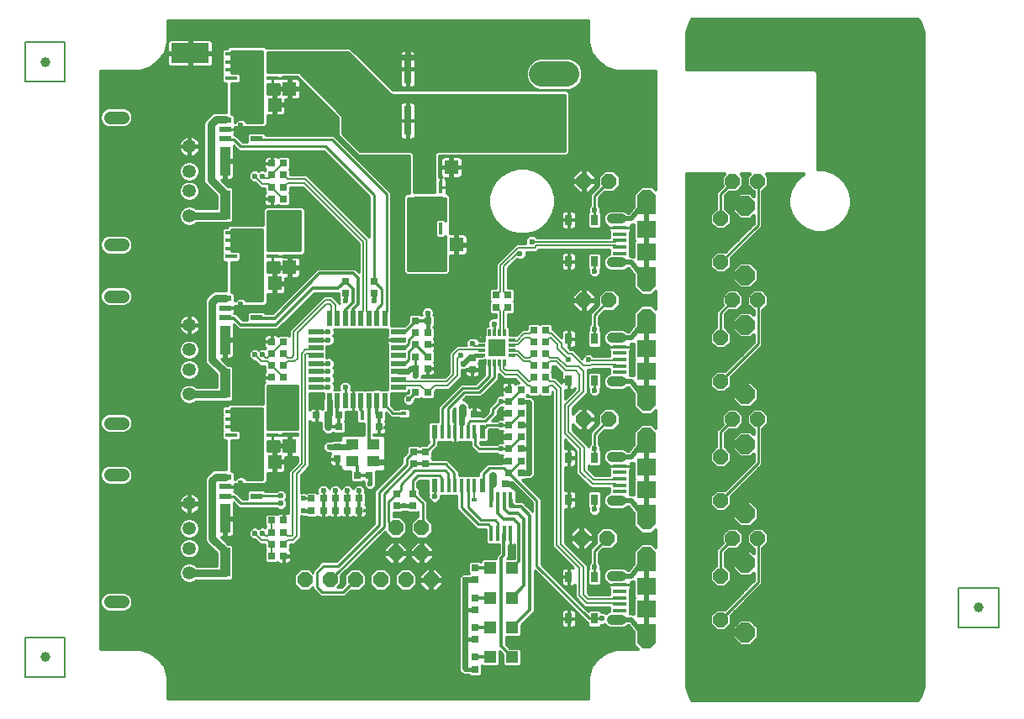
<source format=gtl>
G75*
%MOIN*%
%OFA0B0*%
%FSLAX25Y25*%
%IPPOS*%
%LPD*%
%AMOC8*
5,1,8,0,0,1.08239X$1,22.5*
%
%ADD10R,0.05906X0.01969*%
%ADD11R,0.01969X0.05906*%
%ADD12R,0.06693X0.06693*%
%ADD13R,0.03150X0.01181*%
%ADD14R,0.01181X0.03150*%
%ADD15R,0.07480X0.07087*%
%ADD16R,0.07480X0.06299*%
%ADD17OC8,0.07480*%
%ADD18R,0.05512X0.01575*%
%ADD19C,0.03937*%
%ADD20R,0.04724X0.02362*%
%ADD21C,0.05118*%
%ADD22C,0.05315*%
%ADD23C,0.09843*%
%ADD24R,0.02362X0.05512*%
%ADD25R,0.01575X0.05512*%
%ADD26OC8,0.05906*%
%ADD27R,0.02756X0.02756*%
%ADD28R,0.05512X0.05512*%
%ADD29R,0.03937X0.11811*%
%ADD30R,0.03150X0.11811*%
%ADD31R,0.01575X0.06299*%
%ADD32R,0.04724X0.04724*%
%ADD33R,0.11811X0.08661*%
%ADD34R,0.01575X0.04724*%
%ADD35R,0.08661X0.11811*%
%ADD36R,0.04724X0.01575*%
%ADD37C,0.03937*%
%ADD38C,0.00787*%
%ADD39R,0.14961X0.07874*%
%ADD40R,0.04724X0.03937*%
%ADD41R,0.01575X0.02362*%
%ADD42R,0.02362X0.01575*%
%ADD43R,0.02756X0.04331*%
%ADD44OC8,0.07677*%
%ADD45C,0.00984*%
%ADD46C,0.02362*%
%ADD47C,0.01575*%
%ADD48C,0.02362*%
%ADD49C,0.01181*%
%ADD50C,0.03150*%
%ADD51C,0.01969*%
D10*
X0389957Y0231740D03*
X0389957Y0234890D03*
X0389957Y0238039D03*
X0389957Y0241189D03*
X0389957Y0244339D03*
X0389957Y0247488D03*
X0389957Y0250638D03*
X0389957Y0253787D03*
X0422635Y0253787D03*
X0422635Y0250638D03*
X0422635Y0247488D03*
X0422635Y0244339D03*
X0422635Y0241189D03*
X0422635Y0238039D03*
X0422635Y0234890D03*
X0422635Y0231740D03*
D11*
X0417320Y0226425D03*
X0414170Y0226425D03*
X0411020Y0226425D03*
X0407871Y0226425D03*
X0404721Y0226425D03*
X0401572Y0226425D03*
X0398422Y0226425D03*
X0395272Y0226425D03*
X0395272Y0259102D03*
X0398422Y0259102D03*
X0401572Y0259102D03*
X0404721Y0259102D03*
X0407871Y0259102D03*
X0411020Y0259102D03*
X0414170Y0259102D03*
X0417320Y0259102D03*
D12*
X0461808Y0247488D03*
D13*
X0467713Y0246504D03*
X0467713Y0248472D03*
X0467713Y0250441D03*
X0467713Y0244535D03*
X0455902Y0244535D03*
X0455902Y0246504D03*
X0455902Y0248472D03*
X0455902Y0250441D03*
X0431886Y0258118D03*
X0431099Y0206150D03*
X0431099Y0201425D03*
X0408658Y0196701D03*
D14*
X0407083Y0185283D03*
X0402359Y0185283D03*
X0397635Y0185283D03*
X0392910Y0185283D03*
X0399209Y0218354D03*
X0414957Y0218354D03*
X0458855Y0241583D03*
X0460823Y0241583D03*
X0462792Y0241583D03*
X0464760Y0241583D03*
X0464760Y0253394D03*
X0462792Y0253394D03*
X0460823Y0253394D03*
X0458855Y0253394D03*
D15*
X0521060Y0247291D03*
X0521060Y0238236D03*
X0521060Y0200047D03*
X0521060Y0190992D03*
X0521060Y0152803D03*
X0521060Y0143748D03*
X0521060Y0285480D03*
X0521060Y0294535D03*
D16*
X0521060Y0303394D03*
X0521060Y0276622D03*
X0521060Y0256150D03*
X0521060Y0229378D03*
X0521060Y0208906D03*
X0521060Y0182134D03*
X0521060Y0161661D03*
X0521060Y0134890D03*
D17*
X0521060Y0131740D03*
X0521060Y0164811D03*
X0521060Y0178984D03*
X0521060Y0212055D03*
X0521060Y0226228D03*
X0521060Y0259299D03*
X0521060Y0273472D03*
X0521060Y0306543D03*
D18*
X0510430Y0295126D03*
X0510430Y0292567D03*
X0510430Y0290008D03*
X0510430Y0287449D03*
X0510430Y0284890D03*
X0510430Y0247882D03*
X0510430Y0245323D03*
X0510430Y0242764D03*
X0510430Y0240205D03*
X0510430Y0237646D03*
X0510430Y0200638D03*
X0510430Y0198079D03*
X0510430Y0195520D03*
X0510430Y0192961D03*
X0510430Y0190402D03*
X0510430Y0153394D03*
X0510430Y0150835D03*
X0510430Y0148276D03*
X0510430Y0145717D03*
X0510430Y0143157D03*
D19*
X0511217Y0139614D02*
X0507280Y0139614D01*
X0507280Y0156937D02*
X0511217Y0156937D01*
X0511217Y0186858D02*
X0507280Y0186858D01*
X0507280Y0204181D02*
X0511217Y0204181D01*
X0511217Y0234102D02*
X0507280Y0234102D01*
X0507280Y0251425D02*
X0511217Y0251425D01*
X0511217Y0281346D02*
X0507280Y0281346D01*
X0507280Y0298669D02*
X0511217Y0298669D01*
D20*
X0366532Y0266976D03*
X0353934Y0266976D03*
X0353934Y0263236D03*
X0353934Y0259496D03*
X0366532Y0259496D03*
X0366532Y0196110D03*
X0366532Y0188630D03*
X0353934Y0188630D03*
X0353934Y0192370D03*
X0353934Y0196110D03*
X0353934Y0330362D03*
X0353934Y0334102D03*
X0353934Y0337843D03*
X0366532Y0337843D03*
X0366532Y0330362D03*
D21*
X0313383Y0338827D02*
X0308264Y0338827D01*
X0308264Y0288433D02*
X0313383Y0288433D01*
X0313383Y0267961D02*
X0308264Y0267961D01*
X0308264Y0217567D02*
X0313383Y0217567D01*
X0313383Y0197094D02*
X0308264Y0197094D01*
X0308264Y0146701D02*
X0313383Y0146701D01*
D22*
X0339760Y0158118D03*
X0339760Y0167961D03*
X0339760Y0175835D03*
X0339760Y0185677D03*
X0339760Y0228984D03*
X0339760Y0238827D03*
X0339760Y0246701D03*
X0339760Y0256543D03*
X0339760Y0299850D03*
X0339760Y0309693D03*
X0339760Y0317567D03*
X0339760Y0327409D03*
D23*
X0472635Y0332331D02*
X0472635Y0342173D01*
X0479524Y0356150D02*
X0489367Y0356150D01*
X0497241Y0342173D02*
X0497241Y0332331D01*
D24*
X0456001Y0214024D03*
X0436906Y0214024D03*
X0436906Y0192764D03*
X0456001Y0192764D03*
D25*
X0452851Y0192764D03*
X0450292Y0192764D03*
X0447733Y0192764D03*
X0445174Y0192764D03*
X0442615Y0192764D03*
X0440056Y0192764D03*
X0440056Y0214024D03*
X0442615Y0214024D03*
X0445174Y0214024D03*
X0447733Y0214024D03*
X0450292Y0214024D03*
X0452851Y0214024D03*
D26*
X0496178Y0219142D03*
X0506178Y0219142D03*
X0550390Y0234102D03*
X0555233Y0219142D03*
X0565233Y0219142D03*
X0550390Y0204181D03*
X0550390Y0186858D03*
X0555233Y0171898D03*
X0565233Y0171898D03*
X0550390Y0156937D03*
X0550390Y0139614D03*
X0505390Y0171898D03*
X0495390Y0171898D03*
X0435627Y0155457D03*
X0425627Y0155457D03*
X0415627Y0155457D03*
X0405627Y0155457D03*
X0395627Y0155457D03*
X0385627Y0155457D03*
X0421650Y0166110D03*
X0431886Y0166110D03*
X0431886Y0176110D03*
X0421650Y0176110D03*
X0550390Y0251425D03*
X0555233Y0266386D03*
X0565233Y0266386D03*
X0550390Y0281346D03*
X0550390Y0298669D03*
X0555233Y0313630D03*
X0565233Y0313630D03*
X0506178Y0313630D03*
X0496178Y0313630D03*
X0496178Y0266386D03*
X0506178Y0266386D03*
D27*
X0481099Y0254575D03*
X0476375Y0254575D03*
X0476375Y0249850D03*
X0476375Y0245126D03*
X0481099Y0245126D03*
X0481099Y0249850D03*
X0481099Y0240402D03*
X0476375Y0240402D03*
X0476375Y0235677D03*
X0481099Y0235677D03*
X0481099Y0230953D03*
X0476375Y0230953D03*
X0471257Y0230953D03*
X0471257Y0226228D03*
X0471257Y0221504D03*
X0471257Y0216780D03*
X0466532Y0216780D03*
X0466532Y0221504D03*
X0466532Y0226228D03*
X0466532Y0230953D03*
X0451965Y0238827D03*
X0451965Y0243551D03*
X0434249Y0243945D03*
X0434249Y0248669D03*
X0434249Y0253394D03*
X0434249Y0258118D03*
X0429524Y0258118D03*
X0429524Y0253394D03*
X0429524Y0248669D03*
X0429524Y0243945D03*
X0429524Y0239220D03*
X0434249Y0239220D03*
X0434249Y0229772D03*
X0429524Y0229772D03*
X0414957Y0220717D03*
X0414957Y0215992D03*
X0399209Y0215992D03*
X0399209Y0220717D03*
X0394879Y0220717D03*
X0390154Y0220717D03*
X0398422Y0208118D03*
X0398422Y0203394D03*
X0406296Y0196701D03*
X0411020Y0196701D03*
X0407083Y0187646D03*
X0402359Y0187646D03*
X0397635Y0187646D03*
X0397635Y0182921D03*
X0402359Y0182921D03*
X0407083Y0182921D03*
X0422044Y0184890D03*
X0422044Y0189614D03*
X0428343Y0189614D03*
X0428343Y0184890D03*
X0428737Y0201425D03*
X0433461Y0201425D03*
X0433461Y0206150D03*
X0428737Y0206150D03*
X0448028Y0221110D03*
X0452753Y0221110D03*
X0466532Y0212055D03*
X0466532Y0207331D03*
X0471257Y0207331D03*
X0471257Y0212055D03*
X0471257Y0202606D03*
X0471257Y0197882D03*
X0466532Y0197882D03*
X0464957Y0193551D03*
X0460233Y0193551D03*
X0466532Y0202606D03*
X0392910Y0187646D03*
X0388186Y0187646D03*
X0388186Y0182921D03*
X0392910Y0182921D03*
X0377162Y0178984D03*
X0377162Y0174260D03*
X0372438Y0174260D03*
X0372438Y0178984D03*
X0372438Y0169535D03*
X0372438Y0164811D03*
X0377162Y0164811D03*
X0377162Y0169535D03*
X0453146Y0160087D03*
X0453146Y0155362D03*
X0453146Y0148276D03*
X0453146Y0143551D03*
X0453146Y0136465D03*
X0453146Y0131740D03*
X0453146Y0124654D03*
X0453146Y0119929D03*
X0377162Y0235677D03*
X0372438Y0235677D03*
X0372438Y0240402D03*
X0372438Y0245126D03*
X0377162Y0245126D03*
X0377162Y0249850D03*
X0372438Y0249850D03*
X0377162Y0240402D03*
X0401572Y0269142D03*
X0401572Y0273866D03*
X0412989Y0273866D03*
X0412989Y0269142D03*
X0461414Y0268354D03*
X0461414Y0263630D03*
X0466138Y0263630D03*
X0466138Y0268354D03*
X0377162Y0306543D03*
X0372438Y0306543D03*
X0372438Y0311268D03*
X0377162Y0311268D03*
X0377162Y0315992D03*
X0372438Y0315992D03*
X0372438Y0320717D03*
X0377162Y0320717D03*
D28*
X0373619Y0343945D03*
X0364170Y0343945D03*
X0379524Y0350244D03*
X0379524Y0359693D03*
X0434249Y0319142D03*
X0443698Y0319142D03*
X0445666Y0288433D03*
X0436217Y0288433D03*
X0379524Y0288827D03*
X0379524Y0279378D03*
X0373619Y0273079D03*
X0364170Y0273079D03*
X0379524Y0217961D03*
X0379524Y0208512D03*
X0373619Y0202213D03*
X0364170Y0202213D03*
D29*
X0353934Y0179772D03*
X0353934Y0162449D03*
X0353934Y0233315D03*
X0353934Y0250638D03*
X0353934Y0304181D03*
X0353934Y0321504D03*
D30*
X0426375Y0337646D03*
X0426375Y0358118D03*
D31*
X0459544Y0187252D03*
X0462103Y0187252D03*
X0464662Y0187252D03*
X0467221Y0187252D03*
X0467221Y0173866D03*
X0464662Y0173866D03*
X0462103Y0173866D03*
X0459544Y0173866D03*
D32*
X0459052Y0160087D03*
X0467713Y0160087D03*
X0467713Y0148276D03*
X0459052Y0148276D03*
X0459052Y0136465D03*
X0467713Y0136465D03*
X0467713Y0124654D03*
X0459052Y0124654D03*
D33*
X0434642Y0303000D03*
D34*
X0433068Y0294732D03*
X0436217Y0294732D03*
X0439367Y0294732D03*
X0429918Y0294732D03*
X0429918Y0311268D03*
X0433068Y0311268D03*
X0436217Y0311268D03*
X0439367Y0311268D03*
D35*
X0364564Y0288433D03*
X0364564Y0217567D03*
X0364564Y0359299D03*
D36*
X0372831Y0357724D03*
X0372831Y0354575D03*
X0372831Y0360874D03*
X0372831Y0364024D03*
X0356296Y0364024D03*
X0356296Y0360874D03*
X0356296Y0357724D03*
X0356296Y0354575D03*
X0356296Y0293157D03*
X0356296Y0290008D03*
X0356296Y0286858D03*
X0356296Y0283709D03*
X0372831Y0283709D03*
X0372831Y0286858D03*
X0372831Y0290008D03*
X0372831Y0293157D03*
X0372831Y0222291D03*
X0372831Y0219142D03*
X0372831Y0215992D03*
X0372831Y0212843D03*
X0356296Y0212843D03*
X0356296Y0215992D03*
X0356296Y0219142D03*
X0356296Y0222291D03*
D37*
X0282674Y0124654D03*
X0652753Y0144339D03*
X0282674Y0360874D03*
D38*
X0274800Y0132528D02*
X0274800Y0116780D01*
X0290548Y0116780D01*
X0290548Y0132528D01*
X0274800Y0132528D01*
X0365745Y0173866D02*
X0368501Y0171110D01*
X0370863Y0171110D01*
X0372438Y0169535D01*
X0372438Y0164811D01*
X0377162Y0169535D02*
X0378737Y0171110D01*
X0380705Y0171110D01*
X0382280Y0172685D01*
X0382280Y0197488D01*
X0385823Y0201031D01*
X0385823Y0244732D01*
X0386217Y0245126D01*
X0387005Y0245126D01*
X0387792Y0244339D01*
X0389957Y0244339D01*
X0389957Y0247488D02*
X0387792Y0247488D01*
X0387005Y0246701D01*
X0385823Y0246701D01*
X0384249Y0245126D01*
X0384249Y0201425D01*
X0380705Y0197882D01*
X0380705Y0173079D01*
X0380312Y0172685D01*
X0378737Y0172685D01*
X0377162Y0174260D01*
X0372438Y0174260D02*
X0370863Y0172685D01*
X0370075Y0172685D01*
X0368894Y0173866D01*
X0372438Y0174260D02*
X0372438Y0178984D01*
X0353934Y0196110D02*
X0353934Y0196307D01*
X0404721Y0225047D02*
X0404721Y0235283D01*
X0422635Y0234890D02*
X0424800Y0234890D01*
X0425587Y0234102D01*
X0441729Y0234102D01*
X0444485Y0236858D01*
X0444485Y0244732D01*
X0446453Y0246701D01*
X0454721Y0246701D01*
X0454918Y0246504D01*
X0455902Y0246504D01*
X0455115Y0248276D02*
X0452753Y0248276D01*
X0451965Y0249063D01*
X0455115Y0248276D02*
X0455312Y0248472D01*
X0455902Y0248472D01*
X0462792Y0253394D02*
X0462792Y0254378D01*
X0462989Y0254575D01*
X0462989Y0262055D01*
X0461414Y0263630D01*
X0464564Y0262055D02*
X0464564Y0254575D01*
X0464760Y0254378D01*
X0464760Y0253394D01*
X0467713Y0250441D02*
X0468698Y0250441D01*
X0468894Y0250244D01*
X0469682Y0250244D01*
X0472438Y0253000D01*
X0474800Y0253000D01*
X0476375Y0254575D01*
X0474800Y0251425D02*
X0476375Y0249850D01*
X0474800Y0251425D02*
X0472831Y0251425D01*
X0470075Y0248669D01*
X0468894Y0248669D01*
X0468698Y0248472D01*
X0467713Y0248472D01*
X0467713Y0246504D02*
X0468698Y0246504D01*
X0468894Y0246307D01*
X0470075Y0246307D01*
X0472831Y0243551D01*
X0474800Y0243551D01*
X0476375Y0245126D01*
X0474800Y0241976D02*
X0476375Y0240402D01*
X0474800Y0241976D02*
X0472438Y0241976D01*
X0469682Y0244732D01*
X0468894Y0244732D01*
X0468698Y0244535D01*
X0467713Y0244535D01*
X0464760Y0241583D02*
X0464760Y0240598D01*
X0464564Y0240402D01*
X0464564Y0239220D01*
X0465351Y0238433D01*
X0470075Y0238433D01*
X0474406Y0234102D01*
X0474800Y0234102D01*
X0476375Y0235677D01*
X0474800Y0232528D02*
X0474012Y0232528D01*
X0469682Y0236858D01*
X0464957Y0236858D01*
X0462989Y0238827D01*
X0462989Y0240402D01*
X0462792Y0240598D01*
X0462792Y0241583D01*
X0474800Y0232528D02*
X0476375Y0230953D01*
X0481099Y0230953D02*
X0482674Y0232528D01*
X0483855Y0232528D01*
X0485430Y0230953D01*
X0485430Y0169142D01*
X0494485Y0160087D01*
X0494485Y0149063D01*
X0497241Y0146307D01*
X0508658Y0146307D01*
X0509249Y0145717D01*
X0510430Y0145717D01*
X0510430Y0148276D02*
X0509052Y0148276D01*
X0508658Y0147882D01*
X0497635Y0147882D01*
X0496060Y0149457D01*
X0496060Y0160480D01*
X0487005Y0169535D01*
X0487005Y0231346D01*
X0484249Y0234102D01*
X0482674Y0234102D01*
X0481099Y0235677D01*
X0481099Y0240402D02*
X0482674Y0241976D01*
X0485430Y0241976D01*
X0488973Y0238433D01*
X0492910Y0238433D01*
X0494485Y0236858D01*
X0494485Y0230559D01*
X0488579Y0224654D01*
X0488579Y0213630D01*
X0494879Y0207331D01*
X0494879Y0198276D01*
X0499603Y0193551D01*
X0508658Y0193551D01*
X0509249Y0192961D01*
X0510430Y0192961D01*
X0510430Y0195520D02*
X0509052Y0195520D01*
X0508658Y0195126D01*
X0499997Y0195126D01*
X0496453Y0198669D01*
X0496453Y0207724D01*
X0490154Y0214024D01*
X0490154Y0224260D01*
X0496060Y0230165D01*
X0496060Y0238039D01*
X0494091Y0240008D01*
X0489367Y0240008D01*
X0485823Y0243551D01*
X0482674Y0243551D01*
X0481099Y0245126D01*
X0481099Y0249850D02*
X0482674Y0251425D01*
X0483068Y0251425D01*
X0485823Y0248669D01*
X0485823Y0247094D01*
X0490154Y0242764D01*
X0490154Y0245126D02*
X0491335Y0245126D01*
X0496060Y0240402D01*
X0498816Y0240402D01*
X0499209Y0240795D01*
X0508658Y0240795D01*
X0509249Y0240205D01*
X0510430Y0240205D01*
X0510430Y0242764D02*
X0509052Y0242764D01*
X0508658Y0242370D01*
X0498422Y0242370D01*
X0498028Y0242764D01*
X0490154Y0245126D02*
X0487398Y0247882D01*
X0487398Y0249063D01*
X0483461Y0253000D01*
X0482674Y0253000D01*
X0481099Y0254575D01*
X0466138Y0263630D02*
X0464564Y0262055D01*
X0466138Y0268354D02*
X0464564Y0269929D01*
X0464564Y0279772D01*
X0469682Y0284890D01*
X0470863Y0284890D01*
X0470075Y0287252D02*
X0462989Y0280165D01*
X0462989Y0269929D01*
X0461414Y0268354D01*
X0470075Y0287252D02*
X0476768Y0287252D01*
X0477556Y0288039D01*
X0508658Y0288039D01*
X0509249Y0287449D01*
X0510430Y0287449D01*
X0510430Y0290008D02*
X0509052Y0290008D01*
X0508658Y0289614D01*
X0475587Y0289614D01*
X0410233Y0290008D02*
X0410233Y0262055D01*
X0411020Y0261268D01*
X0411020Y0259102D01*
X0407871Y0259102D02*
X0407871Y0261268D01*
X0408658Y0262055D01*
X0408658Y0289614D01*
X0385430Y0312843D01*
X0378737Y0312843D01*
X0377162Y0311268D01*
X0378737Y0314417D02*
X0377162Y0315992D01*
X0378737Y0314417D02*
X0385823Y0314417D01*
X0410233Y0290008D01*
X0395666Y0266386D02*
X0397635Y0264417D01*
X0397635Y0262055D01*
X0398422Y0261268D01*
X0398422Y0259102D01*
X0395272Y0259102D02*
X0395272Y0261268D01*
X0396060Y0262055D01*
X0396060Y0264024D01*
X0395272Y0264811D01*
X0394091Y0264811D01*
X0382674Y0253394D01*
X0382674Y0243157D01*
X0381493Y0241976D01*
X0378737Y0241976D01*
X0377162Y0240402D01*
X0378737Y0243551D02*
X0377162Y0245126D01*
X0378737Y0243551D02*
X0380312Y0243551D01*
X0381099Y0244339D01*
X0381099Y0253787D01*
X0393698Y0266386D01*
X0395666Y0266386D01*
X0377162Y0249850D02*
X0372438Y0245126D01*
X0370863Y0243551D01*
X0370075Y0243551D01*
X0368894Y0244732D01*
X0368501Y0241976D02*
X0365745Y0244732D01*
X0368501Y0241976D02*
X0370863Y0241976D01*
X0372438Y0240402D01*
X0377162Y0235677D01*
X0422635Y0231740D02*
X0424800Y0231740D01*
X0425587Y0232528D01*
X0431493Y0232528D01*
X0434249Y0229772D01*
X0437005Y0232528D01*
X0442123Y0232528D01*
X0446060Y0236465D01*
X0446060Y0243157D01*
X0447241Y0244339D01*
X0450390Y0214417D02*
X0450292Y0214319D01*
X0450292Y0214024D01*
X0452851Y0214024D02*
X0452851Y0213925D01*
X0453146Y0213630D01*
X0452851Y0192764D02*
X0452851Y0192469D01*
X0452753Y0192370D01*
X0452753Y0187252D01*
X0440056Y0192764D02*
X0439760Y0192764D01*
X0437005Y0192370D02*
X0436906Y0192469D01*
X0436906Y0192764D01*
X0432280Y0176228D02*
X0431886Y0176228D01*
X0431886Y0176110D01*
X0421650Y0176110D02*
X0421375Y0176110D01*
X0421257Y0176228D01*
X0353934Y0266976D02*
X0353934Y0267173D01*
X0377162Y0306543D02*
X0372438Y0311268D01*
X0371257Y0312449D01*
X0368894Y0312449D01*
X0365745Y0315598D01*
X0368894Y0315598D02*
X0369682Y0314811D01*
X0371257Y0314811D01*
X0372438Y0315992D01*
X0377162Y0320717D01*
X0353934Y0337843D02*
X0353934Y0338039D01*
X0290548Y0353000D02*
X0274800Y0353000D01*
X0274800Y0368748D01*
X0290548Y0368748D01*
X0290548Y0353000D01*
X0644879Y0152213D02*
X0644879Y0136465D01*
X0660627Y0136465D01*
X0660627Y0152213D01*
X0644879Y0152213D01*
D39*
X0340154Y0364417D03*
D40*
X0404524Y0209102D03*
X0404524Y0202409D03*
X0412792Y0202409D03*
X0412792Y0209102D03*
D41*
X0408264Y0219929D03*
D42*
X0424800Y0221504D03*
X0452753Y0187252D03*
D43*
X0490154Y0187252D03*
X0500390Y0187252D03*
X0500390Y0203787D03*
X0490154Y0203787D03*
X0490154Y0234496D03*
X0500390Y0234496D03*
X0500390Y0251031D03*
X0490154Y0251031D03*
X0490154Y0281740D03*
X0500390Y0281740D03*
X0500390Y0298276D03*
X0490154Y0298276D03*
X0490154Y0156543D03*
X0500390Y0156543D03*
X0500390Y0140008D03*
X0490154Y0140008D03*
D44*
X0560233Y0134496D03*
X0560233Y0162055D03*
X0560233Y0181740D03*
X0560233Y0209299D03*
X0560233Y0228984D03*
X0560233Y0256543D03*
X0560233Y0276228D03*
X0560233Y0303787D03*
D45*
X0565351Y0296307D02*
X0565351Y0313236D01*
X0565745Y0313236D01*
X0565745Y0313630D01*
X0565233Y0313630D01*
X0555233Y0313630D02*
X0555115Y0313630D01*
X0555115Y0313236D01*
X0550390Y0308512D01*
X0550390Y0298669D01*
X0565351Y0296307D02*
X0550390Y0281346D01*
X0555115Y0266386D02*
X0555115Y0265992D01*
X0550390Y0261268D01*
X0550390Y0251425D01*
X0565351Y0249063D02*
X0565351Y0265992D01*
X0565745Y0265992D01*
X0565745Y0266386D01*
X0565233Y0266386D01*
X0555233Y0266386D02*
X0555115Y0266386D01*
X0524701Y0266082D02*
X0510410Y0266082D01*
X0510410Y0265099D02*
X0524701Y0265099D01*
X0524701Y0264117D02*
X0523341Y0264117D01*
X0523139Y0264319D02*
X0518980Y0264319D01*
X0516040Y0261378D01*
X0516040Y0256379D01*
X0514022Y0253689D01*
X0513547Y0253689D01*
X0513057Y0254179D01*
X0511863Y0254673D01*
X0506634Y0254673D01*
X0505440Y0254179D01*
X0504527Y0253265D01*
X0504032Y0252071D01*
X0504032Y0250779D01*
X0504527Y0249585D01*
X0505440Y0248672D01*
X0506182Y0248365D01*
X0506182Y0247882D01*
X0510430Y0247882D01*
X0514678Y0247882D01*
X0514678Y0248866D01*
X0514625Y0249063D01*
X0515315Y0249161D01*
X0516040Y0249161D01*
X0516040Y0243218D01*
X0516494Y0242764D01*
X0516040Y0242310D01*
X0516040Y0236366D01*
X0515315Y0236366D01*
X0514546Y0236476D01*
X0514465Y0236415D01*
X0514465Y0246326D01*
X0514576Y0246519D01*
X0514678Y0246898D01*
X0514678Y0247882D01*
X0510430Y0247882D01*
X0510430Y0247882D01*
X0510430Y0247882D01*
X0506182Y0247882D01*
X0506182Y0246898D01*
X0506283Y0246519D01*
X0506394Y0246326D01*
X0506394Y0244043D01*
X0500162Y0244043D01*
X0500114Y0244158D01*
X0499422Y0244850D01*
X0498518Y0245224D01*
X0497539Y0245224D01*
X0496634Y0244850D01*
X0495942Y0244158D01*
X0495570Y0243258D01*
X0492028Y0246799D01*
X0490847Y0246799D01*
X0489957Y0247689D01*
X0489957Y0250835D01*
X0490351Y0250835D01*
X0490351Y0251228D01*
X0493024Y0251228D01*
X0493024Y0253393D01*
X0492923Y0253773D01*
X0492726Y0254113D01*
X0492448Y0254391D01*
X0492108Y0254587D01*
X0491729Y0254689D01*
X0490351Y0254689D01*
X0490351Y0251228D01*
X0489957Y0251228D01*
X0489957Y0254689D01*
X0488580Y0254689D01*
X0488200Y0254587D01*
X0487860Y0254391D01*
X0487582Y0254113D01*
X0487386Y0253773D01*
X0487284Y0253393D01*
X0487284Y0251543D01*
X0484154Y0254673D01*
X0483757Y0254673D01*
X0483757Y0256483D01*
X0483007Y0257232D01*
X0479191Y0257232D01*
X0478737Y0256778D01*
X0478283Y0257232D01*
X0474467Y0257232D01*
X0473717Y0256483D01*
X0473717Y0254673D01*
X0471745Y0254673D01*
X0470764Y0253693D01*
X0469382Y0252311D01*
X0466631Y0252311D01*
X0466631Y0255498D01*
X0466237Y0255892D01*
X0466237Y0260972D01*
X0468046Y0260972D01*
X0468796Y0261722D01*
X0468796Y0265538D01*
X0468342Y0265992D01*
X0468796Y0266446D01*
X0468796Y0270262D01*
X0468046Y0271012D01*
X0466237Y0271012D01*
X0466237Y0279079D01*
X0469818Y0282659D01*
X0470373Y0282429D01*
X0471352Y0282429D01*
X0472257Y0282804D01*
X0472949Y0283496D01*
X0473323Y0284400D01*
X0473323Y0285379D01*
X0473241Y0285579D01*
X0477461Y0285579D01*
X0478249Y0286366D01*
X0506394Y0286366D01*
X0506394Y0284495D01*
X0505440Y0284100D01*
X0504527Y0283186D01*
X0504032Y0281993D01*
X0504032Y0280700D01*
X0504527Y0279507D01*
X0505440Y0278593D01*
X0506634Y0278098D01*
X0511863Y0278098D01*
X0513057Y0278593D01*
X0513547Y0279083D01*
X0514022Y0279083D01*
X0516040Y0276392D01*
X0516040Y0271393D01*
X0518980Y0268453D01*
X0523139Y0268453D01*
X0524701Y0270015D01*
X0524701Y0262756D01*
X0523139Y0264319D01*
X0524324Y0263134D02*
X0524701Y0263134D01*
X0524701Y0267065D02*
X0510410Y0267065D01*
X0510410Y0268048D02*
X0524701Y0268048D01*
X0524701Y0269030D02*
X0523717Y0269030D01*
X0524699Y0270013D02*
X0524701Y0270013D01*
X0518403Y0269030D02*
X0509519Y0269030D01*
X0510410Y0268139D02*
X0507931Y0270618D01*
X0504425Y0270618D01*
X0501946Y0268139D01*
X0501946Y0264633D01*
X0501991Y0264587D01*
X0498619Y0261214D01*
X0498619Y0256677D01*
X0498304Y0256362D01*
X0497930Y0255458D01*
X0497930Y0254479D01*
X0498092Y0254086D01*
X0497733Y0253727D01*
X0497733Y0248336D01*
X0498482Y0247587D01*
X0502298Y0247587D01*
X0503048Y0248336D01*
X0503048Y0253727D01*
X0502688Y0254086D01*
X0502851Y0254479D01*
X0502851Y0255458D01*
X0502476Y0256362D01*
X0502162Y0256677D01*
X0502162Y0259746D01*
X0504569Y0262154D01*
X0507931Y0262154D01*
X0510410Y0264633D01*
X0510410Y0268139D01*
X0508536Y0270013D02*
X0517420Y0270013D01*
X0516437Y0270996D02*
X0468062Y0270996D01*
X0468796Y0270013D02*
X0493519Y0270013D01*
X0494337Y0270831D02*
X0491733Y0268227D01*
X0491733Y0266878D01*
X0495686Y0266878D01*
X0495686Y0270831D01*
X0494337Y0270831D01*
X0495686Y0270013D02*
X0496670Y0270013D01*
X0496670Y0270831D02*
X0496670Y0266878D01*
X0500623Y0266878D01*
X0500623Y0268227D01*
X0498019Y0270831D01*
X0496670Y0270831D01*
X0496670Y0269030D02*
X0495686Y0269030D01*
X0495686Y0268048D02*
X0496670Y0268048D01*
X0496670Y0267065D02*
X0495686Y0267065D01*
X0495686Y0266878D02*
X0496670Y0266878D01*
X0496670Y0265894D01*
X0500623Y0265894D01*
X0500623Y0264545D01*
X0498019Y0261941D01*
X0496670Y0261941D01*
X0496670Y0265894D01*
X0495686Y0265894D01*
X0495686Y0261941D01*
X0494337Y0261941D01*
X0491733Y0264545D01*
X0491733Y0265894D01*
X0495686Y0265894D01*
X0495686Y0266878D01*
X0495686Y0266082D02*
X0468432Y0266082D01*
X0468796Y0265099D02*
X0491733Y0265099D01*
X0492161Y0264117D02*
X0468796Y0264117D01*
X0468796Y0263134D02*
X0493144Y0263134D01*
X0494127Y0262151D02*
X0468796Y0262151D01*
X0468242Y0261168D02*
X0498619Y0261168D01*
X0498619Y0260186D02*
X0466237Y0260186D01*
X0466237Y0259203D02*
X0498619Y0259203D01*
X0498619Y0258220D02*
X0466237Y0258220D01*
X0466237Y0257237D02*
X0498619Y0257237D01*
X0498260Y0256255D02*
X0483757Y0256255D01*
X0483757Y0255272D02*
X0497930Y0255272D01*
X0498009Y0254289D02*
X0492550Y0254289D01*
X0493024Y0253306D02*
X0497733Y0253306D01*
X0497733Y0252323D02*
X0493024Y0252323D01*
X0493024Y0251341D02*
X0497733Y0251341D01*
X0497733Y0250358D02*
X0493024Y0250358D01*
X0493024Y0250835D02*
X0490351Y0250835D01*
X0490351Y0247374D01*
X0491729Y0247374D01*
X0492108Y0247476D01*
X0492448Y0247672D01*
X0492726Y0247950D01*
X0492923Y0248290D01*
X0493024Y0248670D01*
X0493024Y0250835D01*
X0493024Y0249375D02*
X0497733Y0249375D01*
X0497733Y0248392D02*
X0492950Y0248392D01*
X0491862Y0247410D02*
X0506182Y0247410D01*
X0506114Y0248392D02*
X0503048Y0248392D01*
X0503048Y0249375D02*
X0504737Y0249375D01*
X0504207Y0250358D02*
X0503048Y0250358D01*
X0503048Y0251341D02*
X0504032Y0251341D01*
X0504137Y0252323D02*
X0503048Y0252323D01*
X0503048Y0253306D02*
X0504568Y0253306D01*
X0505706Y0254289D02*
X0502772Y0254289D01*
X0502851Y0255272D02*
X0515209Y0255272D01*
X0514472Y0254289D02*
X0512791Y0254289D01*
X0515946Y0256255D02*
X0502521Y0256255D01*
X0502162Y0257237D02*
X0516040Y0257237D01*
X0516040Y0258220D02*
X0502162Y0258220D01*
X0502162Y0259203D02*
X0516040Y0259203D01*
X0516040Y0260186D02*
X0502601Y0260186D01*
X0503584Y0261168D02*
X0516040Y0261168D01*
X0516813Y0262151D02*
X0504567Y0262151D01*
X0501521Y0264117D02*
X0500195Y0264117D01*
X0500538Y0263134D02*
X0499212Y0263134D01*
X0499556Y0262151D02*
X0498229Y0262151D01*
X0496670Y0262151D02*
X0495686Y0262151D01*
X0495686Y0263134D02*
X0496670Y0263134D01*
X0496670Y0264117D02*
X0495686Y0264117D01*
X0495686Y0265099D02*
X0496670Y0265099D01*
X0496670Y0266082D02*
X0501946Y0266082D01*
X0501946Y0265099D02*
X0500623Y0265099D01*
X0500623Y0267065D02*
X0501946Y0267065D01*
X0501946Y0268048D02*
X0500623Y0268048D01*
X0499819Y0269030D02*
X0502837Y0269030D01*
X0503820Y0270013D02*
X0498836Y0270013D01*
X0499901Y0275343D02*
X0500880Y0275343D01*
X0501784Y0275717D01*
X0502476Y0276409D01*
X0502851Y0277314D01*
X0502851Y0278293D01*
X0502688Y0278685D01*
X0503048Y0279045D01*
X0503048Y0284436D01*
X0502298Y0285185D01*
X0498482Y0285185D01*
X0497733Y0284436D01*
X0497733Y0279045D01*
X0498092Y0278685D01*
X0497930Y0278293D01*
X0497930Y0277314D01*
X0498304Y0276409D01*
X0498997Y0275717D01*
X0499901Y0275343D01*
X0498804Y0275910D02*
X0466237Y0275910D01*
X0466237Y0276893D02*
X0498104Y0276893D01*
X0497930Y0277875D02*
X0466237Y0277875D01*
X0466237Y0278858D02*
X0487467Y0278858D01*
X0487386Y0278999D02*
X0487582Y0278659D01*
X0487860Y0278381D01*
X0488200Y0278184D01*
X0488580Y0278083D01*
X0489957Y0278083D01*
X0489957Y0281543D01*
X0490351Y0281543D01*
X0490351Y0278083D01*
X0491729Y0278083D01*
X0492108Y0278184D01*
X0492448Y0278381D01*
X0492726Y0278659D01*
X0492923Y0278999D01*
X0493024Y0279378D01*
X0493024Y0281543D01*
X0490351Y0281543D01*
X0490351Y0281937D01*
X0489957Y0281937D01*
X0489957Y0281543D01*
X0487284Y0281543D01*
X0487284Y0279378D01*
X0487386Y0278999D01*
X0487284Y0279841D02*
X0466999Y0279841D01*
X0467982Y0280824D02*
X0487284Y0280824D01*
X0487284Y0281937D02*
X0487284Y0284102D01*
X0487386Y0284481D01*
X0487582Y0284822D01*
X0487860Y0285099D01*
X0488200Y0285296D01*
X0488580Y0285398D01*
X0489957Y0285398D01*
X0489957Y0281937D01*
X0487284Y0281937D01*
X0487284Y0282789D02*
X0472221Y0282789D01*
X0473063Y0283772D02*
X0487284Y0283772D01*
X0487544Y0284755D02*
X0473323Y0284755D01*
X0473209Y0288925D02*
X0469382Y0288925D01*
X0468402Y0287945D01*
X0461316Y0280858D01*
X0461316Y0271012D01*
X0459506Y0271012D01*
X0458757Y0270262D01*
X0458757Y0266446D01*
X0459211Y0265992D01*
X0458757Y0265538D01*
X0458757Y0261722D01*
X0459506Y0260972D01*
X0461316Y0260972D01*
X0461316Y0259315D01*
X0461116Y0259398D01*
X0460137Y0259398D01*
X0459233Y0259023D01*
X0458541Y0258331D01*
X0458166Y0257426D01*
X0458166Y0256448D01*
X0458249Y0256248D01*
X0457734Y0256248D01*
X0456985Y0255498D01*
X0456985Y0252524D01*
X0455902Y0252524D01*
X0454131Y0252524D01*
X0453751Y0252422D01*
X0453411Y0252225D01*
X0453133Y0251948D01*
X0452937Y0251607D01*
X0452869Y0251352D01*
X0452455Y0251524D01*
X0451476Y0251524D01*
X0450571Y0251149D01*
X0449879Y0250457D01*
X0449505Y0249552D01*
X0449505Y0248574D01*
X0449587Y0248374D01*
X0445760Y0248374D01*
X0443792Y0246405D01*
X0442812Y0245425D01*
X0442812Y0237551D01*
X0441036Y0235776D01*
X0431902Y0235776D01*
X0431985Y0235975D01*
X0431985Y0236631D01*
X0432295Y0236452D01*
X0432674Y0236350D01*
X0434052Y0236350D01*
X0434052Y0239024D01*
X0434446Y0239024D01*
X0434446Y0239417D01*
X0437119Y0239417D01*
X0437119Y0240795D01*
X0437017Y0241174D01*
X0436821Y0241515D01*
X0436602Y0241733D01*
X0436906Y0242037D01*
X0436906Y0245853D01*
X0436602Y0246157D01*
X0436821Y0246375D01*
X0437017Y0246715D01*
X0437119Y0247095D01*
X0437119Y0248472D01*
X0434446Y0248472D01*
X0434446Y0248866D01*
X0437119Y0248866D01*
X0437119Y0250244D01*
X0437017Y0250623D01*
X0436821Y0250963D01*
X0436602Y0251182D01*
X0436906Y0251486D01*
X0436906Y0255302D01*
X0436452Y0255756D01*
X0436906Y0256210D01*
X0436906Y0260026D01*
X0436547Y0260386D01*
X0436709Y0260778D01*
X0436709Y0261757D01*
X0436335Y0262662D01*
X0435643Y0263354D01*
X0434738Y0263728D01*
X0433759Y0263728D01*
X0432855Y0263354D01*
X0432163Y0262662D01*
X0431788Y0261757D01*
X0431788Y0260778D01*
X0431951Y0260386D01*
X0431886Y0260321D01*
X0431432Y0260776D01*
X0427616Y0260776D01*
X0426867Y0260026D01*
X0426867Y0257966D01*
X0424952Y0256051D01*
X0419583Y0256051D01*
X0419583Y0261026D01*
X0419879Y0261321D01*
X0419879Y0309246D01*
X0397187Y0331937D01*
X0370174Y0331937D01*
X0370174Y0332073D01*
X0369424Y0332823D01*
X0363640Y0332823D01*
X0362890Y0332073D01*
X0362890Y0329181D01*
X0360967Y0329181D01*
X0358211Y0331937D01*
X0357575Y0331937D01*
X0357575Y0332073D01*
X0357546Y0332103D01*
X0357686Y0332345D01*
X0357788Y0332725D01*
X0357788Y0334004D01*
X0354032Y0334004D01*
X0354032Y0334201D01*
X0357788Y0334201D01*
X0357788Y0335087D01*
X0369628Y0335087D01*
X0370666Y0336124D01*
X0370666Y0339697D01*
X0370666Y0339697D01*
X0373127Y0339697D01*
X0373127Y0343453D01*
X0374111Y0343453D01*
X0374111Y0344437D01*
X0377867Y0344437D01*
X0377867Y0345996D01*
X0379032Y0345996D01*
X0379032Y0349752D01*
X0375276Y0349752D01*
X0375276Y0348193D01*
X0374111Y0348193D01*
X0374111Y0344437D01*
X0373127Y0344437D01*
X0373127Y0348193D01*
X0370666Y0348193D01*
X0370666Y0352295D01*
X0372831Y0352295D01*
X0372831Y0354575D01*
X0372831Y0354575D01*
X0376686Y0354575D01*
X0376686Y0355165D01*
X0382334Y0355165D01*
X0398619Y0338880D01*
X0398619Y0331794D01*
X0399657Y0330756D01*
X0406743Y0323669D01*
X0426965Y0323669D01*
X0426965Y0308709D01*
X0425641Y0308709D01*
X0424603Y0307671D01*
X0424603Y0277463D01*
X0425641Y0276425D01*
X0442069Y0276425D01*
X0443107Y0277463D01*
X0443107Y0284185D01*
X0445174Y0284185D01*
X0445174Y0287941D01*
X0446158Y0287941D01*
X0446158Y0284185D01*
X0448618Y0284185D01*
X0448998Y0284287D01*
X0449338Y0284483D01*
X0449616Y0284761D01*
X0449812Y0285101D01*
X0449914Y0285481D01*
X0449914Y0287941D01*
X0446158Y0287941D01*
X0446158Y0288925D01*
X0449914Y0288925D01*
X0449914Y0291385D01*
X0449812Y0291765D01*
X0449616Y0292105D01*
X0449338Y0292383D01*
X0448998Y0292579D01*
X0448618Y0292681D01*
X0446158Y0292681D01*
X0446158Y0288925D01*
X0445174Y0288925D01*
X0445174Y0292681D01*
X0443107Y0292681D01*
X0443107Y0307671D01*
X0442069Y0308709D01*
X0441646Y0308709D01*
X0441646Y0311268D01*
X0441646Y0313826D01*
X0441545Y0314206D01*
X0441348Y0314546D01*
X0441070Y0314824D01*
X0440949Y0314894D01*
X0443205Y0314894D01*
X0443205Y0318650D01*
X0439449Y0318650D01*
X0439449Y0316189D01*
X0439551Y0315810D01*
X0439748Y0315470D01*
X0440025Y0315192D01*
X0440146Y0315122D01*
X0439367Y0315122D01*
X0439367Y0311268D01*
X0439367Y0311268D01*
X0441646Y0311268D01*
X0439367Y0311268D01*
X0439367Y0311268D01*
X0439367Y0315122D01*
X0438776Y0315122D01*
X0438776Y0323669D01*
X0489313Y0323669D01*
X0490351Y0324707D01*
X0490351Y0348616D01*
X0489313Y0349654D01*
X0420421Y0349654D01*
X0420416Y0349654D01*
X0420412Y0349657D01*
X0403486Y0366583D01*
X0370129Y0366583D01*
X0370075Y0366529D01*
X0369628Y0366976D01*
X0355562Y0366976D01*
X0354676Y0366091D01*
X0353404Y0366091D01*
X0352654Y0365341D01*
X0352654Y0362706D01*
X0352912Y0362449D01*
X0352654Y0362191D01*
X0352654Y0359557D01*
X0352912Y0359299D01*
X0352654Y0359042D01*
X0352654Y0356407D01*
X0352912Y0356150D01*
X0352654Y0355892D01*
X0352654Y0353257D01*
X0353404Y0352508D01*
X0354524Y0352508D01*
X0354524Y0340884D01*
X0354501Y0340894D01*
X0349823Y0340894D01*
X0348774Y0340459D01*
X0347971Y0339656D01*
X0346805Y0338491D01*
X0346002Y0337688D01*
X0345568Y0336639D01*
X0345568Y0313456D01*
X0346002Y0312407D01*
X0350686Y0307723D01*
X0350686Y0302705D01*
X0342474Y0302705D01*
X0341991Y0303188D01*
X0340544Y0303787D01*
X0338977Y0303787D01*
X0337530Y0303188D01*
X0336423Y0302081D01*
X0335823Y0300634D01*
X0335823Y0299067D01*
X0336423Y0297620D01*
X0337530Y0296513D01*
X0338977Y0295913D01*
X0340544Y0295913D01*
X0341991Y0296513D01*
X0342474Y0296996D01*
X0356432Y0296996D01*
X0357182Y0297746D01*
X0357182Y0310617D01*
X0356432Y0311366D01*
X0355116Y0311366D01*
X0352376Y0314106D01*
X0353442Y0314106D01*
X0353442Y0321012D01*
X0354426Y0321012D01*
X0354426Y0321996D01*
X0357394Y0321996D01*
X0357394Y0327606D01*
X0357344Y0327793D01*
X0359499Y0325638D01*
X0392964Y0325638D01*
X0411217Y0307384D01*
X0411217Y0291390D01*
X0387497Y0315110D01*
X0386517Y0316091D01*
X0379820Y0316091D01*
X0379820Y0317900D01*
X0379365Y0318354D01*
X0379820Y0318809D01*
X0379820Y0322624D01*
X0379070Y0323374D01*
X0375254Y0323374D01*
X0374950Y0323070D01*
X0374732Y0323288D01*
X0374392Y0323485D01*
X0374012Y0323587D01*
X0372635Y0323587D01*
X0372635Y0320913D01*
X0372241Y0320913D01*
X0372241Y0320520D01*
X0369568Y0320520D01*
X0369568Y0319142D01*
X0369669Y0318763D01*
X0369866Y0318422D01*
X0370084Y0318204D01*
X0369780Y0317900D01*
X0369780Y0317895D01*
X0369384Y0318059D01*
X0368405Y0318059D01*
X0367501Y0317684D01*
X0367320Y0317503D01*
X0367139Y0317684D01*
X0366234Y0318059D01*
X0365255Y0318059D01*
X0364351Y0317684D01*
X0363659Y0316992D01*
X0363284Y0316088D01*
X0363284Y0315109D01*
X0363659Y0314205D01*
X0364351Y0313512D01*
X0365255Y0313138D01*
X0365839Y0313138D01*
X0368201Y0310776D01*
X0369780Y0310776D01*
X0369780Y0309360D01*
X0370084Y0309056D01*
X0369866Y0308837D01*
X0369669Y0308497D01*
X0369568Y0308118D01*
X0369568Y0306740D01*
X0372241Y0306740D01*
X0372241Y0306346D01*
X0372635Y0306346D01*
X0372635Y0303673D01*
X0374012Y0303673D01*
X0374392Y0303775D01*
X0374732Y0303971D01*
X0374950Y0304190D01*
X0375254Y0303886D01*
X0379070Y0303886D01*
X0379820Y0304635D01*
X0379820Y0308451D01*
X0379365Y0308905D01*
X0379820Y0309360D01*
X0379820Y0311169D01*
X0384737Y0311169D01*
X0406985Y0288921D01*
X0406985Y0277397D01*
X0406591Y0277790D01*
X0405496Y0278886D01*
X0390561Y0278886D01*
X0389465Y0277790D01*
X0372844Y0261169D01*
X0370174Y0261169D01*
X0370174Y0261207D01*
X0369424Y0261957D01*
X0363640Y0261957D01*
X0362890Y0261207D01*
X0362890Y0258413D01*
X0361008Y0258413D01*
X0358252Y0261169D01*
X0357575Y0261169D01*
X0357575Y0261207D01*
X0357546Y0261236D01*
X0357686Y0261479D01*
X0357788Y0261859D01*
X0357788Y0263138D01*
X0354032Y0263138D01*
X0354032Y0263335D01*
X0357788Y0263335D01*
X0357788Y0264220D01*
X0369628Y0264220D01*
X0370666Y0265258D01*
X0370666Y0268831D01*
X0370666Y0268831D01*
X0373127Y0268831D01*
X0373127Y0272587D01*
X0374111Y0272587D01*
X0374111Y0273571D01*
X0373127Y0273571D01*
X0373127Y0277327D01*
X0370666Y0277327D01*
X0370666Y0281429D01*
X0372831Y0281429D01*
X0372831Y0283709D01*
X0376686Y0283709D01*
X0376686Y0284299D01*
X0384589Y0284299D01*
X0385627Y0285337D01*
X0385627Y0302553D01*
X0384589Y0303591D01*
X0370129Y0303591D01*
X0369091Y0302553D01*
X0369091Y0296110D01*
X0355562Y0296110D01*
X0354676Y0295224D01*
X0353404Y0295224D01*
X0352654Y0294475D01*
X0352654Y0291840D01*
X0352912Y0291583D01*
X0352654Y0291325D01*
X0352654Y0288690D01*
X0352912Y0288433D01*
X0352654Y0288176D01*
X0352654Y0285541D01*
X0352912Y0285283D01*
X0352654Y0285026D01*
X0352654Y0282391D01*
X0353404Y0281642D01*
X0354524Y0281642D01*
X0354524Y0270018D01*
X0354501Y0270028D01*
X0349823Y0270028D01*
X0348774Y0269593D01*
X0347199Y0268018D01*
X0346396Y0267215D01*
X0345961Y0266166D01*
X0345961Y0242196D01*
X0346396Y0241147D01*
X0350686Y0236857D01*
X0350686Y0231839D01*
X0342474Y0231839D01*
X0341991Y0232322D01*
X0340544Y0232921D01*
X0338977Y0232921D01*
X0337530Y0232322D01*
X0336423Y0231214D01*
X0335823Y0229767D01*
X0335823Y0228201D01*
X0336423Y0226754D01*
X0337530Y0225647D01*
X0338977Y0225047D01*
X0340544Y0225047D01*
X0341991Y0225647D01*
X0342474Y0226130D01*
X0356432Y0226130D01*
X0357182Y0226879D01*
X0357182Y0239750D01*
X0356432Y0240500D01*
X0355116Y0240500D01*
X0352376Y0243240D01*
X0353442Y0243240D01*
X0353442Y0250146D01*
X0354426Y0250146D01*
X0354426Y0251130D01*
X0357394Y0251130D01*
X0357394Y0256737D01*
X0359458Y0254673D01*
X0374787Y0254673D01*
X0375883Y0255769D01*
X0389354Y0269240D01*
X0398914Y0269240D01*
X0398914Y0267234D01*
X0399274Y0266874D01*
X0399111Y0266482D01*
X0399111Y0265503D01*
X0399249Y0265169D01*
X0398328Y0266091D01*
X0396359Y0268059D01*
X0393004Y0268059D01*
X0379426Y0254480D01*
X0379426Y0252152D01*
X0379070Y0252508D01*
X0375254Y0252508D01*
X0374950Y0252204D01*
X0374732Y0252422D01*
X0374392Y0252619D01*
X0374012Y0252720D01*
X0372635Y0252720D01*
X0372635Y0250047D01*
X0372241Y0250047D01*
X0372241Y0249654D01*
X0369568Y0249654D01*
X0369568Y0248276D01*
X0369669Y0247896D01*
X0369866Y0247556D01*
X0370084Y0247338D01*
X0369780Y0247034D01*
X0369780Y0247029D01*
X0369384Y0247193D01*
X0368405Y0247193D01*
X0367501Y0246818D01*
X0367320Y0246637D01*
X0367139Y0246818D01*
X0366234Y0247193D01*
X0365255Y0247193D01*
X0364351Y0246818D01*
X0363659Y0246126D01*
X0363284Y0245222D01*
X0363284Y0244243D01*
X0363659Y0243338D01*
X0364351Y0242646D01*
X0365255Y0242272D01*
X0365839Y0242272D01*
X0367808Y0240303D01*
X0369780Y0240303D01*
X0369780Y0238494D01*
X0370084Y0238190D01*
X0369866Y0237971D01*
X0369669Y0237631D01*
X0369568Y0237252D01*
X0369568Y0235874D01*
X0372241Y0235874D01*
X0372241Y0235480D01*
X0369568Y0235480D01*
X0369568Y0234103D01*
X0369645Y0233815D01*
X0369091Y0233261D01*
X0369091Y0225244D01*
X0355562Y0225244D01*
X0354676Y0224358D01*
X0353404Y0224358D01*
X0352654Y0223609D01*
X0352654Y0220974D01*
X0352912Y0220717D01*
X0352654Y0220459D01*
X0352654Y0217824D01*
X0352912Y0217567D01*
X0352654Y0217310D01*
X0352654Y0214675D01*
X0352912Y0214417D01*
X0352654Y0214160D01*
X0352654Y0211525D01*
X0353404Y0210776D01*
X0354524Y0210776D01*
X0354524Y0199152D01*
X0354501Y0199161D01*
X0349823Y0199161D01*
X0348774Y0198727D01*
X0347199Y0197152D01*
X0346396Y0196349D01*
X0345961Y0195300D01*
X0345961Y0171330D01*
X0346396Y0170281D01*
X0350686Y0165991D01*
X0350686Y0160972D01*
X0342474Y0160972D01*
X0341991Y0161456D01*
X0340544Y0162055D01*
X0338977Y0162055D01*
X0337530Y0161456D01*
X0336423Y0160348D01*
X0335823Y0158901D01*
X0335823Y0157335D01*
X0336423Y0155888D01*
X0337530Y0154780D01*
X0338977Y0154181D01*
X0340544Y0154181D01*
X0341991Y0154780D01*
X0342474Y0155264D01*
X0356432Y0155264D01*
X0357182Y0156013D01*
X0357182Y0168884D01*
X0356432Y0169634D01*
X0355116Y0169634D01*
X0352376Y0172374D01*
X0353442Y0172374D01*
X0353442Y0179279D01*
X0354426Y0179279D01*
X0354426Y0172374D01*
X0356099Y0172374D01*
X0356478Y0172476D01*
X0356818Y0172672D01*
X0357096Y0172950D01*
X0357293Y0173290D01*
X0357394Y0173670D01*
X0357394Y0179280D01*
X0354426Y0179280D01*
X0354426Y0180264D01*
X0357394Y0180264D01*
X0357394Y0185874D01*
X0357344Y0186060D01*
X0358461Y0184943D01*
X0359499Y0183906D01*
X0374273Y0183906D01*
X0374587Y0183591D01*
X0375492Y0183217D01*
X0376470Y0183217D01*
X0377375Y0183591D01*
X0378067Y0184283D01*
X0378442Y0185188D01*
X0378442Y0186167D01*
X0378067Y0187071D01*
X0377886Y0187252D01*
X0378067Y0187433D01*
X0378442Y0188337D01*
X0378442Y0189316D01*
X0378067Y0190221D01*
X0377375Y0190913D01*
X0376470Y0191287D01*
X0375492Y0191287D01*
X0374587Y0190913D01*
X0374273Y0190598D01*
X0369916Y0190598D01*
X0369424Y0191091D01*
X0363640Y0191091D01*
X0362890Y0190341D01*
X0362890Y0187449D01*
X0360967Y0187449D01*
X0358211Y0190205D01*
X0357575Y0190205D01*
X0357575Y0190341D01*
X0357546Y0190370D01*
X0357686Y0190613D01*
X0357788Y0190993D01*
X0357788Y0192272D01*
X0354032Y0192272D01*
X0354032Y0192469D01*
X0357788Y0192469D01*
X0357788Y0193354D01*
X0369628Y0193354D01*
X0370666Y0194392D01*
X0370666Y0197965D01*
X0370666Y0197965D01*
X0373127Y0197965D01*
X0373127Y0201720D01*
X0374111Y0201720D01*
X0374111Y0197965D01*
X0376571Y0197965D01*
X0376951Y0198066D01*
X0377291Y0198263D01*
X0377569Y0198541D01*
X0377765Y0198881D01*
X0377867Y0199260D01*
X0377867Y0201720D01*
X0374111Y0201720D01*
X0374111Y0202705D01*
X0373127Y0202705D01*
X0373127Y0206461D01*
X0370666Y0206461D01*
X0370666Y0210563D01*
X0372831Y0210563D01*
X0372831Y0212842D01*
X0372831Y0212842D01*
X0372831Y0210563D01*
X0375276Y0210563D01*
X0375276Y0209004D01*
X0379032Y0209004D01*
X0379032Y0208020D01*
X0375276Y0208020D01*
X0375276Y0206461D01*
X0374111Y0206461D01*
X0374111Y0202705D01*
X0377867Y0202705D01*
X0377867Y0204264D01*
X0379032Y0204264D01*
X0379032Y0208020D01*
X0380016Y0208020D01*
X0380016Y0204264D01*
X0382477Y0204264D01*
X0382575Y0204290D01*
X0382575Y0202118D01*
X0379032Y0198575D01*
X0379032Y0181775D01*
X0378736Y0181854D01*
X0377359Y0181854D01*
X0377359Y0179181D01*
X0376965Y0179181D01*
X0376965Y0181854D01*
X0375588Y0181854D01*
X0375208Y0181753D01*
X0374868Y0181556D01*
X0374650Y0181338D01*
X0374346Y0181642D01*
X0370530Y0181642D01*
X0369780Y0180892D01*
X0369780Y0177076D01*
X0370234Y0176622D01*
X0369780Y0176168D01*
X0369780Y0176163D01*
X0369384Y0176327D01*
X0368405Y0176327D01*
X0367501Y0175952D01*
X0367320Y0175771D01*
X0367139Y0175952D01*
X0366234Y0176327D01*
X0365255Y0176327D01*
X0364351Y0175952D01*
X0363659Y0175260D01*
X0363284Y0174356D01*
X0363284Y0173377D01*
X0363659Y0172472D01*
X0364351Y0171780D01*
X0365255Y0171406D01*
X0365839Y0171406D01*
X0367808Y0169437D01*
X0369780Y0169437D01*
X0369780Y0167627D01*
X0370234Y0167173D01*
X0369780Y0166719D01*
X0369780Y0162903D01*
X0370530Y0162154D01*
X0374346Y0162154D01*
X0374650Y0162457D01*
X0374868Y0162239D01*
X0375208Y0162043D01*
X0375588Y0161941D01*
X0376965Y0161941D01*
X0376965Y0164614D01*
X0377359Y0164614D01*
X0377359Y0161941D01*
X0378736Y0161941D01*
X0379116Y0162043D01*
X0379456Y0162239D01*
X0379734Y0162517D01*
X0379930Y0162857D01*
X0380032Y0163237D01*
X0380032Y0164614D01*
X0377359Y0164614D01*
X0377359Y0165008D01*
X0380032Y0165008D01*
X0380032Y0166385D01*
X0379930Y0166765D01*
X0379734Y0167105D01*
X0379516Y0167324D01*
X0379820Y0167627D01*
X0379820Y0169437D01*
X0381398Y0169437D01*
X0382973Y0171012D01*
X0383953Y0171992D01*
X0383953Y0180706D01*
X0384547Y0180461D01*
X0385526Y0180461D01*
X0385918Y0180623D01*
X0386278Y0180264D01*
X0390094Y0180264D01*
X0390398Y0180568D01*
X0390616Y0180349D01*
X0390956Y0180153D01*
X0391336Y0180051D01*
X0392713Y0180051D01*
X0392713Y0182217D01*
X0392910Y0182217D01*
X0392910Y0182724D01*
X0392910Y0182724D01*
X0392910Y0182217D01*
X0393107Y0182217D01*
X0393107Y0180051D01*
X0394484Y0180051D01*
X0394864Y0180153D01*
X0395204Y0180349D01*
X0395272Y0180417D01*
X0395340Y0180349D01*
X0395681Y0180153D01*
X0396060Y0180051D01*
X0397438Y0180051D01*
X0397438Y0182217D01*
X0397634Y0182217D01*
X0397634Y0182724D01*
X0397635Y0182724D01*
X0397635Y0182217D01*
X0397831Y0182217D01*
X0397831Y0180051D01*
X0399209Y0180051D01*
X0399588Y0180153D01*
X0399929Y0180349D01*
X0399997Y0180417D01*
X0400065Y0180349D01*
X0400405Y0180153D01*
X0400785Y0180051D01*
X0402162Y0180051D01*
X0402162Y0182217D01*
X0402359Y0182217D01*
X0402556Y0182217D01*
X0402556Y0180051D01*
X0403933Y0180051D01*
X0404313Y0180153D01*
X0404653Y0180349D01*
X0404721Y0180417D01*
X0404789Y0180349D01*
X0405129Y0180153D01*
X0405509Y0180051D01*
X0406886Y0180051D01*
X0406886Y0182217D01*
X0407083Y0182217D01*
X0407083Y0182724D01*
X0407083Y0182724D01*
X0407083Y0182217D01*
X0407280Y0182217D01*
X0407280Y0180051D01*
X0408658Y0180051D01*
X0409037Y0180153D01*
X0409377Y0180349D01*
X0409655Y0180627D01*
X0409852Y0180967D01*
X0409953Y0181347D01*
X0409953Y0182724D01*
X0408800Y0182724D01*
X0408868Y0182792D01*
X0409056Y0183118D01*
X0409953Y0183118D01*
X0409953Y0184496D01*
X0409852Y0184875D01*
X0409655Y0185215D01*
X0409437Y0185434D01*
X0409741Y0185738D01*
X0409741Y0189554D01*
X0409381Y0189913D01*
X0409544Y0190306D01*
X0409544Y0191285D01*
X0409169Y0192189D01*
X0408477Y0192881D01*
X0407573Y0193256D01*
X0406594Y0193256D01*
X0405689Y0192881D01*
X0404997Y0192189D01*
X0404721Y0191522D01*
X0404445Y0192189D01*
X0403753Y0192881D01*
X0402848Y0193256D01*
X0401869Y0193256D01*
X0400965Y0192881D01*
X0400273Y0192189D01*
X0399997Y0191522D01*
X0399721Y0192189D01*
X0399028Y0192881D01*
X0398124Y0193256D01*
X0397145Y0193256D01*
X0396241Y0192881D01*
X0395548Y0192189D01*
X0395272Y0191522D01*
X0394996Y0192189D01*
X0394304Y0192881D01*
X0393400Y0193256D01*
X0392421Y0193256D01*
X0391516Y0192881D01*
X0390824Y0192189D01*
X0390449Y0191285D01*
X0390449Y0190306D01*
X0390612Y0189913D01*
X0390548Y0189849D01*
X0390094Y0190303D01*
X0386278Y0190303D01*
X0385918Y0189944D01*
X0385526Y0190106D01*
X0384547Y0190106D01*
X0383953Y0189861D01*
X0383953Y0196795D01*
X0386517Y0199358D01*
X0387497Y0200338D01*
X0387497Y0218571D01*
X0387582Y0218422D01*
X0387860Y0218145D01*
X0388200Y0217948D01*
X0388580Y0217846D01*
X0389957Y0217846D01*
X0389957Y0220520D01*
X0390351Y0220520D01*
X0390351Y0217846D01*
X0391729Y0217846D01*
X0392024Y0217926D01*
X0392024Y0215424D01*
X0392459Y0214375D01*
X0393262Y0213572D01*
X0394311Y0213138D01*
X0395446Y0213138D01*
X0396495Y0213572D01*
X0396780Y0213856D01*
X0397301Y0213335D01*
X0401117Y0213335D01*
X0401867Y0214084D01*
X0401867Y0217900D01*
X0401413Y0218354D01*
X0401867Y0218809D01*
X0401867Y0222193D01*
X0402969Y0222193D01*
X0403161Y0222082D01*
X0403540Y0221980D01*
X0404721Y0221980D01*
X0404721Y0226425D01*
X0404721Y0226425D01*
X0404721Y0221980D01*
X0405902Y0221980D01*
X0406001Y0222007D01*
X0406001Y0221910D01*
X0406234Y0221677D01*
X0406198Y0221640D01*
X0406198Y0218218D01*
X0406947Y0217469D01*
X0409150Y0217469D01*
X0409150Y0212941D01*
X0400648Y0212941D01*
X0399898Y0212191D01*
X0399898Y0210776D01*
X0396514Y0210776D01*
X0396317Y0210579D01*
X0394783Y0210579D01*
X0393878Y0210204D01*
X0393186Y0209512D01*
X0392812Y0208608D01*
X0392812Y0207629D01*
X0393186Y0206724D01*
X0393878Y0206032D01*
X0394783Y0205657D01*
X0395832Y0205657D01*
X0395654Y0205348D01*
X0395552Y0204968D01*
X0395552Y0203591D01*
X0398225Y0203591D01*
X0398225Y0203197D01*
X0395552Y0203197D01*
X0395552Y0201819D01*
X0395654Y0201440D01*
X0395850Y0201100D01*
X0396128Y0200822D01*
X0396468Y0200625D01*
X0396848Y0200524D01*
X0398225Y0200524D01*
X0398225Y0203197D01*
X0398619Y0203197D01*
X0398619Y0200524D01*
X0399898Y0200524D01*
X0399898Y0199320D01*
X0400648Y0198571D01*
X0403638Y0198571D01*
X0403638Y0194793D01*
X0404388Y0194043D01*
X0408204Y0194043D01*
X0408658Y0194498D01*
X0409001Y0194155D01*
X0408953Y0194041D01*
X0408953Y0193062D01*
X0409328Y0192157D01*
X0410020Y0191465D01*
X0410925Y0191091D01*
X0411903Y0191091D01*
X0412808Y0191465D01*
X0413500Y0192157D01*
X0413875Y0193062D01*
X0413875Y0194041D01*
X0413597Y0194712D01*
X0413678Y0194793D01*
X0413678Y0198571D01*
X0416668Y0198571D01*
X0417418Y0199320D01*
X0417418Y0212191D01*
X0416668Y0212941D01*
X0412890Y0212941D01*
X0412890Y0213289D01*
X0413003Y0213224D01*
X0413383Y0213122D01*
X0414760Y0213122D01*
X0414760Y0215287D01*
X0414957Y0215287D01*
X0414957Y0215795D01*
X0414957Y0215795D01*
X0414957Y0215287D01*
X0415154Y0215287D01*
X0415154Y0213122D01*
X0416532Y0213122D01*
X0416911Y0213224D01*
X0417251Y0213420D01*
X0417529Y0213698D01*
X0417726Y0214038D01*
X0417827Y0214418D01*
X0417827Y0215795D01*
X0416674Y0215795D01*
X0416742Y0215863D01*
X0416930Y0216189D01*
X0417827Y0216189D01*
X0417827Y0217567D01*
X0417726Y0217946D01*
X0417529Y0218286D01*
X0417311Y0218505D01*
X0417615Y0218809D01*
X0417615Y0221853D01*
X0418698Y0220770D01*
X0419735Y0219732D01*
X0422793Y0219732D01*
X0423089Y0219437D01*
X0426511Y0219437D01*
X0427260Y0220187D01*
X0427260Y0222821D01*
X0426511Y0223571D01*
X0423089Y0223571D01*
X0422793Y0223276D01*
X0421203Y0223276D01*
X0419583Y0224895D01*
X0419583Y0229476D01*
X0426117Y0229476D01*
X0426867Y0230226D01*
X0426867Y0230854D01*
X0426867Y0229620D01*
X0426724Y0229476D01*
X0426279Y0229476D01*
X0425375Y0229102D01*
X0424682Y0228410D01*
X0424308Y0227505D01*
X0424308Y0226526D01*
X0424682Y0225622D01*
X0425375Y0224930D01*
X0426279Y0224555D01*
X0427258Y0224555D01*
X0428162Y0224930D01*
X0428854Y0225622D01*
X0429229Y0226526D01*
X0429229Y0226971D01*
X0429372Y0227114D01*
X0431432Y0227114D01*
X0431886Y0227568D01*
X0432341Y0227114D01*
X0436157Y0227114D01*
X0436906Y0227864D01*
X0436906Y0230063D01*
X0437698Y0230854D01*
X0442816Y0230854D01*
X0446753Y0234791D01*
X0447733Y0235771D01*
X0447733Y0238811D01*
X0447932Y0238728D01*
X0448911Y0238728D01*
X0449624Y0239024D01*
X0451768Y0239024D01*
X0451768Y0238630D01*
X0449095Y0238630D01*
X0449095Y0237252D01*
X0449197Y0236873D01*
X0449393Y0236533D01*
X0449671Y0236255D01*
X0450011Y0236058D01*
X0450391Y0235957D01*
X0451768Y0235957D01*
X0451768Y0238630D01*
X0452162Y0238630D01*
X0452162Y0239024D01*
X0454835Y0239024D01*
X0454835Y0240401D01*
X0454734Y0240781D01*
X0454537Y0241121D01*
X0454319Y0241339D01*
X0454623Y0241643D01*
X0454623Y0242469D01*
X0456758Y0242469D01*
X0456955Y0242665D01*
X0456985Y0242665D01*
X0456985Y0241234D01*
X0456886Y0241135D01*
X0456886Y0236805D01*
X0453200Y0233118D01*
X0447294Y0233118D01*
X0446257Y0232080D01*
X0439420Y0225244D01*
X0438383Y0224206D01*
X0438383Y0218059D01*
X0435195Y0218059D01*
X0434446Y0217310D01*
X0434446Y0210738D01*
X0434839Y0210344D01*
X0434839Y0210033D01*
X0433613Y0208807D01*
X0431553Y0208807D01*
X0431099Y0208353D01*
X0430645Y0208807D01*
X0426829Y0208807D01*
X0426079Y0208058D01*
X0426079Y0205998D01*
X0425247Y0205165D01*
X0424209Y0204128D01*
X0424209Y0201765D01*
X0414223Y0191780D01*
X0413186Y0190742D01*
X0413186Y0177750D01*
X0398082Y0162646D01*
X0392176Y0162646D01*
X0391138Y0161608D01*
X0391138Y0161608D01*
X0389814Y0160283D01*
X0388776Y0159246D01*
X0388776Y0158292D01*
X0387380Y0159689D01*
X0383874Y0159689D01*
X0381394Y0157210D01*
X0381394Y0153704D01*
X0383874Y0151224D01*
X0387380Y0151224D01*
X0388776Y0152621D01*
X0388776Y0151872D01*
X0389814Y0150835D01*
X0391783Y0148866D01*
X0401518Y0148866D01*
X0402556Y0149904D01*
X0403876Y0151224D01*
X0407380Y0151224D01*
X0409859Y0153704D01*
X0409859Y0157210D01*
X0407380Y0159689D01*
X0403874Y0159689D01*
X0401394Y0157210D01*
X0401394Y0153754D01*
X0400050Y0152409D01*
X0398565Y0152409D01*
X0399859Y0153704D01*
X0399859Y0157050D01*
X0417418Y0174609D01*
X0417418Y0174357D01*
X0419897Y0171878D01*
X0423403Y0171878D01*
X0425883Y0174357D01*
X0425883Y0177863D01*
X0423403Y0180343D01*
X0420666Y0180343D01*
X0420666Y0182232D01*
X0423952Y0182232D01*
X0424311Y0182592D01*
X0424704Y0182429D01*
X0425683Y0182429D01*
X0426076Y0182592D01*
X0426435Y0182232D01*
X0430251Y0182232D01*
X0430509Y0182490D01*
X0430509Y0180343D01*
X0430133Y0180343D01*
X0427654Y0177863D01*
X0427654Y0174357D01*
X0430133Y0171878D01*
X0433640Y0171878D01*
X0436119Y0174357D01*
X0436119Y0177863D01*
X0434052Y0179930D01*
X0434052Y0186411D01*
X0431001Y0189462D01*
X0431001Y0191522D01*
X0430251Y0192272D01*
X0430115Y0192272D01*
X0430115Y0193998D01*
X0431046Y0194929D01*
X0434446Y0194929D01*
X0434446Y0189478D01*
X0434678Y0189246D01*
X0434544Y0188923D01*
X0434544Y0187944D01*
X0434919Y0187039D01*
X0435611Y0186347D01*
X0436515Y0185972D01*
X0437494Y0185972D01*
X0438398Y0186347D01*
X0439091Y0187039D01*
X0439465Y0187944D01*
X0439465Y0188728D01*
X0445863Y0188728D01*
X0445863Y0183369D01*
X0446901Y0182331D01*
X0452556Y0176676D01*
X0452556Y0176676D01*
X0453594Y0175638D01*
X0457477Y0175638D01*
X0457477Y0170187D01*
X0458227Y0169437D01*
X0462694Y0169437D01*
X0462694Y0165979D01*
X0462608Y0165894D01*
X0461512Y0164798D01*
X0461512Y0163728D01*
X0456160Y0163728D01*
X0455410Y0162979D01*
X0455410Y0162388D01*
X0455054Y0162744D01*
X0451238Y0162744D01*
X0450489Y0161995D01*
X0450489Y0158179D01*
X0450845Y0157823D01*
X0448720Y0157823D01*
X0447815Y0157448D01*
X0447123Y0156756D01*
X0446749Y0155852D01*
X0446749Y0119833D01*
X0447123Y0118929D01*
X0447815Y0118237D01*
X0448094Y0118122D01*
X0448353Y0117862D01*
X0450648Y0117862D01*
X0451238Y0117272D01*
X0455054Y0117272D01*
X0455804Y0118021D01*
X0455804Y0121368D01*
X0456160Y0121012D01*
X0461944Y0121012D01*
X0462694Y0121761D01*
X0462694Y0127029D01*
X0464072Y0125651D01*
X0464072Y0121761D01*
X0464821Y0121012D01*
X0470605Y0121012D01*
X0471355Y0121761D01*
X0471355Y0127546D01*
X0470605Y0128295D01*
X0466716Y0128295D01*
X0465253Y0129759D01*
X0465253Y0132823D01*
X0470605Y0132823D01*
X0471355Y0133572D01*
X0471355Y0137462D01*
X0476670Y0142777D01*
X0476670Y0159254D01*
X0476822Y0159102D01*
X0496650Y0139274D01*
X0497688Y0138236D01*
X0497733Y0138236D01*
X0497733Y0137313D01*
X0498482Y0136563D01*
X0502298Y0136563D01*
X0503048Y0137313D01*
X0503048Y0137548D01*
X0503051Y0137547D01*
X0504029Y0137547D01*
X0504542Y0137759D01*
X0505440Y0136861D01*
X0506634Y0136366D01*
X0511863Y0136366D01*
X0513057Y0136861D01*
X0513547Y0137350D01*
X0514022Y0137350D01*
X0516040Y0134660D01*
X0516040Y0129661D01*
X0517799Y0127902D01*
X0508947Y0127902D01*
X0505003Y0126620D01*
X0501649Y0124183D01*
X0501649Y0124183D01*
X0501649Y0124183D01*
X0499211Y0120828D01*
X0497930Y0116884D01*
X0497930Y0108217D01*
X0331197Y0108217D01*
X0331197Y0116884D01*
X0329916Y0120828D01*
X0327479Y0124183D01*
X0327479Y0124183D01*
X0327479Y0124183D01*
X0324124Y0126620D01*
X0320180Y0127902D01*
X0304426Y0127902D01*
X0304426Y0357626D01*
X0320180Y0357626D01*
X0324124Y0358907D01*
X0327479Y0361345D01*
X0329916Y0364699D01*
X0329916Y0364699D01*
X0331197Y0368643D01*
X0331197Y0377311D01*
X0497930Y0377311D01*
X0497930Y0368643D01*
X0499211Y0364699D01*
X0501649Y0361345D01*
X0505003Y0358907D01*
X0508947Y0357626D01*
X0524701Y0357626D01*
X0524701Y0310000D01*
X0523139Y0311563D01*
X0518980Y0311563D01*
X0516040Y0308623D01*
X0516040Y0303623D01*
X0514022Y0300933D01*
X0513547Y0300933D01*
X0513057Y0301423D01*
X0511863Y0301917D01*
X0506634Y0301917D01*
X0505440Y0301423D01*
X0504527Y0300509D01*
X0504032Y0299315D01*
X0504032Y0298023D01*
X0504527Y0296829D01*
X0505440Y0295916D01*
X0506182Y0295609D01*
X0506182Y0295126D01*
X0510430Y0295126D01*
X0514678Y0295126D01*
X0514678Y0296110D01*
X0514625Y0296307D01*
X0515315Y0296406D01*
X0516040Y0296406D01*
X0516040Y0290462D01*
X0516494Y0290008D01*
X0516040Y0289554D01*
X0516040Y0283610D01*
X0515315Y0283610D01*
X0514546Y0283720D01*
X0514465Y0283659D01*
X0514465Y0293571D01*
X0514576Y0293763D01*
X0514678Y0294142D01*
X0514678Y0295126D01*
X0510430Y0295126D01*
X0510430Y0295126D01*
X0506182Y0295126D01*
X0506182Y0294142D01*
X0506283Y0293763D01*
X0506394Y0293571D01*
X0506394Y0291287D01*
X0477394Y0291287D01*
X0476981Y0291700D01*
X0476077Y0292075D01*
X0475098Y0292075D01*
X0474193Y0291700D01*
X0473501Y0291008D01*
X0473127Y0290104D01*
X0473127Y0289125D01*
X0473209Y0288925D01*
X0473127Y0289668D02*
X0449914Y0289668D01*
X0449914Y0290651D02*
X0473353Y0290651D01*
X0474127Y0291634D02*
X0449847Y0291634D01*
X0448859Y0292617D02*
X0506394Y0292617D01*
X0506378Y0293600D02*
X0476776Y0293600D01*
X0476703Y0293557D02*
X0479688Y0295281D01*
X0482125Y0297718D01*
X0483849Y0300703D01*
X0484741Y0304032D01*
X0484741Y0307479D01*
X0483849Y0310809D01*
X0482125Y0313794D01*
X0479688Y0316231D01*
X0476703Y0317954D01*
X0473374Y0318846D01*
X0469927Y0318846D01*
X0466597Y0317954D01*
X0463612Y0316231D01*
X0461175Y0313794D01*
X0459452Y0310809D01*
X0458560Y0307479D01*
X0458560Y0304032D01*
X0459452Y0300703D01*
X0461175Y0297718D01*
X0463612Y0295281D01*
X0466597Y0293557D01*
X0469927Y0292665D01*
X0473374Y0292665D01*
X0476703Y0293557D01*
X0477047Y0291634D02*
X0506394Y0291634D01*
X0506182Y0294582D02*
X0478478Y0294582D01*
X0479972Y0295565D02*
X0487378Y0295565D01*
X0487386Y0295534D02*
X0487582Y0295194D01*
X0487860Y0294916D01*
X0488200Y0294720D01*
X0488580Y0294618D01*
X0489957Y0294618D01*
X0489957Y0298079D01*
X0487284Y0298079D01*
X0487284Y0295914D01*
X0487386Y0295534D01*
X0487284Y0296548D02*
X0480955Y0296548D01*
X0481938Y0297531D02*
X0487284Y0297531D01*
X0487284Y0298472D02*
X0487284Y0300637D01*
X0487386Y0301017D01*
X0487582Y0301357D01*
X0487860Y0301635D01*
X0488200Y0301831D01*
X0488580Y0301933D01*
X0489957Y0301933D01*
X0489957Y0298473D01*
X0490351Y0298473D01*
X0490351Y0301933D01*
X0491729Y0301933D01*
X0492108Y0301831D01*
X0492448Y0301635D01*
X0492726Y0301357D01*
X0492923Y0301017D01*
X0493024Y0300637D01*
X0493024Y0298472D01*
X0490351Y0298472D01*
X0490351Y0298079D01*
X0493024Y0298079D01*
X0493024Y0295914D01*
X0492923Y0295534D01*
X0492726Y0295194D01*
X0492448Y0294916D01*
X0492108Y0294720D01*
X0491729Y0294618D01*
X0490351Y0294618D01*
X0490351Y0298079D01*
X0489957Y0298079D01*
X0489957Y0298472D01*
X0487284Y0298472D01*
X0487284Y0298513D02*
X0482584Y0298513D01*
X0483152Y0299496D02*
X0487284Y0299496D01*
X0487284Y0300479D02*
X0483719Y0300479D01*
X0484052Y0301462D02*
X0487687Y0301462D01*
X0489957Y0301462D02*
X0490351Y0301462D01*
X0490351Y0300479D02*
X0489957Y0300479D01*
X0489957Y0299496D02*
X0490351Y0299496D01*
X0490351Y0298513D02*
X0489957Y0298513D01*
X0489957Y0297531D02*
X0490351Y0297531D01*
X0490351Y0296548D02*
X0489957Y0296548D01*
X0489957Y0295565D02*
X0490351Y0295565D01*
X0492931Y0295565D02*
X0497748Y0295565D01*
X0497733Y0295580D02*
X0498482Y0294831D01*
X0502298Y0294831D01*
X0503048Y0295580D01*
X0503048Y0300971D01*
X0502688Y0301330D01*
X0502851Y0301723D01*
X0502851Y0302702D01*
X0502476Y0303606D01*
X0502162Y0303921D01*
X0502162Y0306991D01*
X0504569Y0309398D01*
X0507931Y0309398D01*
X0510410Y0311877D01*
X0510410Y0315383D01*
X0507931Y0317862D01*
X0504425Y0317862D01*
X0501946Y0315383D01*
X0501946Y0311877D01*
X0501991Y0311831D01*
X0498619Y0308458D01*
X0498619Y0303921D01*
X0498304Y0303606D01*
X0497930Y0302702D01*
X0497930Y0301723D01*
X0498092Y0301330D01*
X0497733Y0300971D01*
X0497733Y0295580D01*
X0497733Y0296548D02*
X0493024Y0296548D01*
X0493024Y0297531D02*
X0497733Y0297531D01*
X0497733Y0298513D02*
X0493024Y0298513D01*
X0493024Y0299496D02*
X0497733Y0299496D01*
X0497733Y0300479D02*
X0493024Y0300479D01*
X0492622Y0301462D02*
X0498038Y0301462D01*
X0497930Y0302444D02*
X0484315Y0302444D01*
X0484579Y0303427D02*
X0498230Y0303427D01*
X0498619Y0304410D02*
X0484741Y0304410D01*
X0484741Y0305393D02*
X0498619Y0305393D01*
X0498619Y0306375D02*
X0484741Y0306375D01*
X0484741Y0307358D02*
X0498619Y0307358D01*
X0498619Y0308341D02*
X0484510Y0308341D01*
X0484247Y0309324D02*
X0494198Y0309324D01*
X0494337Y0309185D02*
X0495686Y0309185D01*
X0495686Y0313138D01*
X0496670Y0313138D01*
X0496670Y0314122D01*
X0500623Y0314122D01*
X0500623Y0315471D01*
X0498019Y0318075D01*
X0496670Y0318075D01*
X0496670Y0314122D01*
X0495686Y0314122D01*
X0495686Y0318075D01*
X0494337Y0318075D01*
X0491733Y0315471D01*
X0491733Y0314122D01*
X0495686Y0314122D01*
X0495686Y0313138D01*
X0491733Y0313138D01*
X0491733Y0311789D01*
X0494337Y0309185D01*
X0495686Y0309324D02*
X0496670Y0309324D01*
X0496670Y0309185D02*
X0498019Y0309185D01*
X0500623Y0311789D01*
X0500623Y0313138D01*
X0496670Y0313138D01*
X0496670Y0309185D01*
X0496670Y0310306D02*
X0495686Y0310306D01*
X0495686Y0311289D02*
X0496670Y0311289D01*
X0496670Y0312272D02*
X0495686Y0312272D01*
X0495686Y0313255D02*
X0482436Y0313255D01*
X0483004Y0312272D02*
X0491733Y0312272D01*
X0492232Y0311289D02*
X0483571Y0311289D01*
X0483983Y0310306D02*
X0493215Y0310306D01*
X0491733Y0314238D02*
X0481681Y0314238D01*
X0480699Y0315220D02*
X0491733Y0315220D01*
X0492465Y0316203D02*
X0479716Y0316203D01*
X0478034Y0317186D02*
X0493448Y0317186D01*
X0495686Y0317186D02*
X0496670Y0317186D01*
X0496670Y0316203D02*
X0495686Y0316203D01*
X0495686Y0315220D02*
X0496670Y0315220D01*
X0496670Y0314238D02*
X0495686Y0314238D01*
X0496670Y0313255D02*
X0501946Y0313255D01*
X0501946Y0314238D02*
X0500623Y0314238D01*
X0500623Y0315220D02*
X0501946Y0315220D01*
X0502766Y0316203D02*
X0499891Y0316203D01*
X0498908Y0317186D02*
X0503748Y0317186D01*
X0505902Y0313630D02*
X0505902Y0313236D01*
X0500390Y0307724D01*
X0500390Y0302213D01*
X0500390Y0298276D01*
X0503048Y0298513D02*
X0504032Y0298513D01*
X0504107Y0299496D02*
X0503048Y0299496D01*
X0503048Y0300479D02*
X0504514Y0300479D01*
X0505534Y0301462D02*
X0502743Y0301462D01*
X0502851Y0302444D02*
X0515156Y0302444D01*
X0514419Y0301462D02*
X0512963Y0301462D01*
X0515893Y0303427D02*
X0502551Y0303427D01*
X0502162Y0304410D02*
X0516040Y0304410D01*
X0516040Y0305393D02*
X0502162Y0305393D01*
X0502162Y0306375D02*
X0516040Y0306375D01*
X0516040Y0307358D02*
X0502530Y0307358D01*
X0503512Y0308341D02*
X0516040Y0308341D01*
X0516741Y0309324D02*
X0504495Y0309324D01*
X0501450Y0311289D02*
X0500123Y0311289D01*
X0500467Y0310306D02*
X0499140Y0310306D01*
X0499484Y0309324D02*
X0498158Y0309324D01*
X0500623Y0312272D02*
X0501946Y0312272D01*
X0505902Y0313630D02*
X0506178Y0313630D01*
X0510410Y0313255D02*
X0524701Y0313255D01*
X0524701Y0314238D02*
X0510410Y0314238D01*
X0510410Y0315220D02*
X0524701Y0315220D01*
X0524701Y0316203D02*
X0509590Y0316203D01*
X0508607Y0317186D02*
X0524701Y0317186D01*
X0524701Y0318169D02*
X0475903Y0318169D01*
X0467397Y0318169D02*
X0447946Y0318169D01*
X0447946Y0318650D02*
X0444190Y0318650D01*
X0444190Y0319634D01*
X0447946Y0319634D01*
X0447946Y0322094D01*
X0447844Y0322474D01*
X0447647Y0322814D01*
X0447370Y0323092D01*
X0447029Y0323288D01*
X0446650Y0323390D01*
X0444190Y0323390D01*
X0444190Y0319634D01*
X0443205Y0319634D01*
X0443205Y0318650D01*
X0444190Y0318650D01*
X0444190Y0314894D01*
X0446650Y0314894D01*
X0447029Y0314995D01*
X0447370Y0315192D01*
X0447647Y0315470D01*
X0447844Y0315810D01*
X0447946Y0316189D01*
X0447946Y0318650D01*
X0447946Y0317186D02*
X0465266Y0317186D01*
X0463585Y0316203D02*
X0447946Y0316203D01*
X0447398Y0315220D02*
X0462602Y0315220D01*
X0461619Y0314238D02*
X0441526Y0314238D01*
X0441646Y0313255D02*
X0460864Y0313255D01*
X0460297Y0312272D02*
X0441646Y0312272D01*
X0441646Y0311289D02*
X0459729Y0311289D01*
X0459317Y0310306D02*
X0441646Y0310306D01*
X0441646Y0309324D02*
X0459054Y0309324D01*
X0458791Y0308341D02*
X0442437Y0308341D01*
X0441646Y0308709D02*
X0441646Y0308709D01*
X0441335Y0306937D02*
X0426375Y0306937D01*
X0426375Y0278197D01*
X0441335Y0278197D01*
X0441335Y0291742D01*
X0440684Y0291091D01*
X0438049Y0291091D01*
X0437300Y0291840D01*
X0437300Y0297624D01*
X0438049Y0298374D01*
X0440684Y0298374D01*
X0441335Y0297723D01*
X0441335Y0306937D01*
X0441335Y0306375D02*
X0426375Y0306375D01*
X0426375Y0305393D02*
X0441335Y0305393D01*
X0441335Y0304410D02*
X0426375Y0304410D01*
X0426375Y0303427D02*
X0441335Y0303427D01*
X0441335Y0302444D02*
X0426375Y0302444D01*
X0426375Y0301462D02*
X0441335Y0301462D01*
X0441335Y0300479D02*
X0426375Y0300479D01*
X0426375Y0299496D02*
X0441335Y0299496D01*
X0441335Y0298513D02*
X0426375Y0298513D01*
X0426375Y0297531D02*
X0437300Y0297531D01*
X0437300Y0296548D02*
X0426375Y0296548D01*
X0426375Y0295565D02*
X0437300Y0295565D01*
X0437300Y0294582D02*
X0426375Y0294582D01*
X0426375Y0293600D02*
X0437300Y0293600D01*
X0437300Y0292617D02*
X0426375Y0292617D01*
X0426375Y0291634D02*
X0437506Y0291634D01*
X0441228Y0291634D02*
X0441335Y0291634D01*
X0441335Y0290651D02*
X0426375Y0290651D01*
X0426375Y0289668D02*
X0441335Y0289668D01*
X0441335Y0288686D02*
X0426375Y0288686D01*
X0426375Y0287703D02*
X0441335Y0287703D01*
X0441335Y0286720D02*
X0426375Y0286720D01*
X0426375Y0285737D02*
X0441335Y0285737D01*
X0441335Y0284755D02*
X0426375Y0284755D01*
X0426375Y0283772D02*
X0441335Y0283772D01*
X0441335Y0282789D02*
X0426375Y0282789D01*
X0426375Y0281806D02*
X0441335Y0281806D01*
X0441335Y0280824D02*
X0426375Y0280824D01*
X0426375Y0279841D02*
X0441335Y0279841D01*
X0441335Y0278858D02*
X0426375Y0278858D01*
X0424603Y0278858D02*
X0419879Y0278858D01*
X0419879Y0277875D02*
X0424603Y0277875D01*
X0425173Y0276893D02*
X0419879Y0276893D01*
X0419879Y0275910D02*
X0461316Y0275910D01*
X0461316Y0276893D02*
X0442536Y0276893D01*
X0443107Y0277875D02*
X0461316Y0277875D01*
X0461316Y0278858D02*
X0443107Y0278858D01*
X0443107Y0279841D02*
X0461316Y0279841D01*
X0461316Y0280824D02*
X0443107Y0280824D01*
X0443107Y0281806D02*
X0462264Y0281806D01*
X0463246Y0282789D02*
X0443107Y0282789D01*
X0443107Y0283772D02*
X0464229Y0283772D01*
X0465212Y0284755D02*
X0449610Y0284755D01*
X0449914Y0285737D02*
X0466195Y0285737D01*
X0467177Y0286720D02*
X0449914Y0286720D01*
X0449914Y0287703D02*
X0468160Y0287703D01*
X0469143Y0288686D02*
X0446158Y0288686D01*
X0446158Y0289668D02*
X0445174Y0289668D01*
X0445174Y0290651D02*
X0446158Y0290651D01*
X0446158Y0291634D02*
X0445174Y0291634D01*
X0445174Y0292617D02*
X0446158Y0292617D01*
X0443107Y0293600D02*
X0466525Y0293600D01*
X0464822Y0294582D02*
X0443107Y0294582D01*
X0443107Y0295565D02*
X0463328Y0295565D01*
X0462346Y0296548D02*
X0443107Y0296548D01*
X0443107Y0297531D02*
X0461363Y0297531D01*
X0460716Y0298513D02*
X0443107Y0298513D01*
X0443107Y0299496D02*
X0460149Y0299496D01*
X0459581Y0300479D02*
X0443107Y0300479D01*
X0443107Y0301462D02*
X0459249Y0301462D01*
X0458985Y0302444D02*
X0443107Y0302444D01*
X0443107Y0303427D02*
X0458722Y0303427D01*
X0458560Y0304410D02*
X0443107Y0304410D01*
X0443107Y0305393D02*
X0458560Y0305393D01*
X0458560Y0306375D02*
X0443107Y0306375D01*
X0443107Y0307358D02*
X0458560Y0307358D01*
X0444190Y0315220D02*
X0443205Y0315220D01*
X0443205Y0316203D02*
X0444190Y0316203D01*
X0444190Y0317186D02*
X0443205Y0317186D01*
X0443205Y0318169D02*
X0444190Y0318169D01*
X0444190Y0319151D02*
X0524701Y0319151D01*
X0524701Y0320134D02*
X0447946Y0320134D01*
X0447946Y0321117D02*
X0524701Y0321117D01*
X0524701Y0322100D02*
X0447944Y0322100D01*
X0447379Y0323082D02*
X0524701Y0323082D01*
X0524701Y0324065D02*
X0489709Y0324065D01*
X0490351Y0325048D02*
X0524701Y0325048D01*
X0524701Y0326031D02*
X0490351Y0326031D01*
X0490351Y0327013D02*
X0524701Y0327013D01*
X0524701Y0327996D02*
X0490351Y0327996D01*
X0490351Y0328979D02*
X0524701Y0328979D01*
X0524701Y0329962D02*
X0490351Y0329962D01*
X0490351Y0330945D02*
X0524701Y0330945D01*
X0524701Y0331927D02*
X0490351Y0331927D01*
X0490351Y0332910D02*
X0524701Y0332910D01*
X0524701Y0333893D02*
X0490351Y0333893D01*
X0490351Y0334876D02*
X0524701Y0334876D01*
X0524701Y0335858D02*
X0490351Y0335858D01*
X0490351Y0336841D02*
X0524701Y0336841D01*
X0524701Y0337824D02*
X0490351Y0337824D01*
X0490351Y0338807D02*
X0524701Y0338807D01*
X0524701Y0339789D02*
X0490351Y0339789D01*
X0490351Y0340772D02*
X0524701Y0340772D01*
X0524701Y0341755D02*
X0490351Y0341755D01*
X0490351Y0342738D02*
X0524701Y0342738D01*
X0524701Y0343720D02*
X0490351Y0343720D01*
X0490351Y0344703D02*
X0524701Y0344703D01*
X0524701Y0345686D02*
X0490351Y0345686D01*
X0490351Y0346669D02*
X0524701Y0346669D01*
X0524701Y0347651D02*
X0490351Y0347651D01*
X0490333Y0348634D02*
X0524701Y0348634D01*
X0524701Y0349617D02*
X0489350Y0349617D01*
X0490600Y0349949D02*
X0492879Y0350893D01*
X0494624Y0352637D01*
X0495568Y0354916D01*
X0495568Y0357383D01*
X0494624Y0359662D01*
X0492879Y0361406D01*
X0490600Y0362350D01*
X0478291Y0362350D01*
X0476012Y0361406D01*
X0474267Y0359662D01*
X0473323Y0357383D01*
X0473323Y0354916D01*
X0474267Y0352637D01*
X0476012Y0350893D01*
X0478291Y0349949D01*
X0490600Y0349949D01*
X0492172Y0350600D02*
X0524701Y0350600D01*
X0524701Y0351583D02*
X0493569Y0351583D01*
X0494552Y0352565D02*
X0524701Y0352565D01*
X0524701Y0353548D02*
X0495001Y0353548D01*
X0495408Y0354531D02*
X0524701Y0354531D01*
X0524701Y0355514D02*
X0495568Y0355514D01*
X0495568Y0356496D02*
X0524701Y0356496D01*
X0524701Y0357479D02*
X0495528Y0357479D01*
X0495121Y0358462D02*
X0506374Y0358462D01*
X0504264Y0359445D02*
X0494714Y0359445D01*
X0493858Y0360427D02*
X0502911Y0360427D01*
X0501649Y0361345D02*
X0501649Y0361345D01*
X0501601Y0361410D02*
X0492870Y0361410D01*
X0499459Y0364358D02*
X0429405Y0364358D01*
X0429442Y0364220D02*
X0429340Y0364600D01*
X0429143Y0364940D01*
X0428866Y0365218D01*
X0428525Y0365414D01*
X0428146Y0365516D01*
X0426670Y0365516D01*
X0426670Y0358413D01*
X0429442Y0358413D01*
X0429442Y0364220D01*
X0429442Y0363376D02*
X0500173Y0363376D01*
X0500887Y0362393D02*
X0429442Y0362393D01*
X0429442Y0361410D02*
X0476021Y0361410D01*
X0475033Y0360427D02*
X0429442Y0360427D01*
X0429442Y0359445D02*
X0474177Y0359445D01*
X0473770Y0358462D02*
X0429442Y0358462D01*
X0429442Y0357823D02*
X0426670Y0357823D01*
X0426670Y0358413D01*
X0426079Y0358413D01*
X0426079Y0357823D01*
X0423308Y0357823D01*
X0423308Y0352016D01*
X0423409Y0351637D01*
X0423606Y0351296D01*
X0423884Y0351019D01*
X0424224Y0350822D01*
X0424603Y0350720D01*
X0426079Y0350720D01*
X0426079Y0357823D01*
X0426670Y0357823D01*
X0426670Y0350720D01*
X0428146Y0350720D01*
X0428525Y0350822D01*
X0428866Y0351019D01*
X0429143Y0351296D01*
X0429340Y0351637D01*
X0429442Y0352016D01*
X0429442Y0357823D01*
X0429442Y0357479D02*
X0473363Y0357479D01*
X0473323Y0356496D02*
X0429442Y0356496D01*
X0429442Y0355514D02*
X0473323Y0355514D01*
X0473483Y0354531D02*
X0429442Y0354531D01*
X0429442Y0353548D02*
X0473890Y0353548D01*
X0474339Y0352565D02*
X0429442Y0352565D01*
X0429309Y0351583D02*
X0475322Y0351583D01*
X0476719Y0350600D02*
X0419469Y0350600D01*
X0418487Y0351583D02*
X0423441Y0351583D01*
X0423308Y0352565D02*
X0417504Y0352565D01*
X0416521Y0353548D02*
X0423308Y0353548D01*
X0423308Y0354531D02*
X0415538Y0354531D01*
X0414556Y0355514D02*
X0423308Y0355514D01*
X0423308Y0356496D02*
X0413573Y0356496D01*
X0412590Y0357479D02*
X0423308Y0357479D01*
X0423308Y0358413D02*
X0426079Y0358413D01*
X0426079Y0365516D01*
X0424603Y0365516D01*
X0424224Y0365414D01*
X0423884Y0365218D01*
X0423606Y0364940D01*
X0423409Y0364600D01*
X0423308Y0364220D01*
X0423308Y0358413D01*
X0423308Y0358462D02*
X0411607Y0358462D01*
X0410624Y0359445D02*
X0423308Y0359445D01*
X0423308Y0360427D02*
X0409642Y0360427D01*
X0408659Y0361410D02*
X0423308Y0361410D01*
X0423308Y0362393D02*
X0407676Y0362393D01*
X0406693Y0363376D02*
X0423308Y0363376D01*
X0423345Y0364358D02*
X0405711Y0364358D01*
X0404728Y0365341D02*
X0424098Y0365341D01*
X0426079Y0365341D02*
X0426670Y0365341D01*
X0426670Y0364358D02*
X0426079Y0364358D01*
X0426079Y0363376D02*
X0426670Y0363376D01*
X0426670Y0362393D02*
X0426079Y0362393D01*
X0426079Y0361410D02*
X0426670Y0361410D01*
X0426670Y0360427D02*
X0426079Y0360427D01*
X0426079Y0359445D02*
X0426670Y0359445D01*
X0426670Y0358462D02*
X0426079Y0358462D01*
X0426079Y0357479D02*
X0426670Y0357479D01*
X0426670Y0356496D02*
X0426079Y0356496D01*
X0426079Y0355514D02*
X0426670Y0355514D01*
X0426670Y0354531D02*
X0426079Y0354531D01*
X0426079Y0353548D02*
X0426670Y0353548D01*
X0426670Y0352565D02*
X0426079Y0352565D01*
X0426079Y0351583D02*
X0426670Y0351583D01*
X0426670Y0345043D02*
X0428146Y0345043D01*
X0428525Y0344942D01*
X0428866Y0344745D01*
X0429143Y0344467D01*
X0429340Y0344127D01*
X0429442Y0343748D01*
X0429442Y0337941D01*
X0426670Y0337941D01*
X0426670Y0337350D01*
X0426670Y0330248D01*
X0428146Y0330248D01*
X0428525Y0330350D01*
X0428866Y0330546D01*
X0429143Y0330824D01*
X0429340Y0331164D01*
X0429442Y0331544D01*
X0429442Y0337350D01*
X0426670Y0337350D01*
X0426079Y0337350D01*
X0426079Y0330248D01*
X0424603Y0330248D01*
X0424224Y0330350D01*
X0423884Y0330546D01*
X0423606Y0330824D01*
X0423409Y0331164D01*
X0423308Y0331544D01*
X0423308Y0337350D01*
X0426079Y0337350D01*
X0426079Y0337941D01*
X0423308Y0337941D01*
X0423308Y0343748D01*
X0423409Y0344127D01*
X0423606Y0344467D01*
X0423884Y0344745D01*
X0424224Y0344942D01*
X0424603Y0345043D01*
X0426079Y0345043D01*
X0426079Y0337941D01*
X0426670Y0337941D01*
X0426670Y0345043D01*
X0426670Y0344703D02*
X0426079Y0344703D01*
X0426079Y0343720D02*
X0426670Y0343720D01*
X0426670Y0342738D02*
X0426079Y0342738D01*
X0426079Y0341755D02*
X0426670Y0341755D01*
X0426670Y0340772D02*
X0426079Y0340772D01*
X0426079Y0339789D02*
X0426670Y0339789D01*
X0426670Y0338807D02*
X0426079Y0338807D01*
X0426079Y0337824D02*
X0400390Y0337824D01*
X0400390Y0338807D02*
X0423308Y0338807D01*
X0423308Y0339789D02*
X0400215Y0339789D01*
X0400390Y0339614D02*
X0383661Y0356344D01*
X0383671Y0356361D01*
X0383772Y0356741D01*
X0383772Y0359201D01*
X0383068Y0359201D01*
X0383068Y0360185D01*
X0383772Y0360185D01*
X0383772Y0362645D01*
X0383671Y0363025D01*
X0383474Y0363365D01*
X0383196Y0363643D01*
X0383068Y0363717D01*
X0383068Y0364811D01*
X0383068Y0356937D01*
X0370863Y0356937D01*
X0370863Y0364811D01*
X0383068Y0364811D01*
X0402753Y0364811D01*
X0419221Y0348343D01*
X0419459Y0348147D01*
X0419731Y0348002D01*
X0420027Y0347912D01*
X0420334Y0347882D01*
X0488579Y0347882D01*
X0488579Y0325441D01*
X0407477Y0325441D01*
X0400390Y0332528D01*
X0400390Y0339614D01*
X0399232Y0340772D02*
X0423308Y0340772D01*
X0423308Y0341755D02*
X0398250Y0341755D01*
X0397267Y0342738D02*
X0423308Y0342738D01*
X0423308Y0343720D02*
X0396284Y0343720D01*
X0395301Y0344703D02*
X0423842Y0344703D01*
X0428908Y0344703D02*
X0488579Y0344703D01*
X0488579Y0343720D02*
X0429442Y0343720D01*
X0429442Y0342738D02*
X0488579Y0342738D01*
X0488579Y0341755D02*
X0429442Y0341755D01*
X0429442Y0340772D02*
X0488579Y0340772D01*
X0488579Y0339789D02*
X0429442Y0339789D01*
X0429442Y0338807D02*
X0488579Y0338807D01*
X0488579Y0337824D02*
X0426670Y0337824D01*
X0426670Y0336841D02*
X0426079Y0336841D01*
X0426079Y0335858D02*
X0426670Y0335858D01*
X0426670Y0334876D02*
X0426079Y0334876D01*
X0426079Y0333893D02*
X0426670Y0333893D01*
X0426670Y0332910D02*
X0426079Y0332910D01*
X0426079Y0331927D02*
X0426670Y0331927D01*
X0426670Y0330945D02*
X0426079Y0330945D01*
X0423536Y0330945D02*
X0401973Y0330945D01*
X0400991Y0331927D02*
X0423308Y0331927D01*
X0423308Y0332910D02*
X0400390Y0332910D01*
X0400390Y0333893D02*
X0423308Y0333893D01*
X0423308Y0334876D02*
X0400390Y0334876D01*
X0400390Y0335858D02*
X0423308Y0335858D01*
X0423308Y0336841D02*
X0400390Y0336841D01*
X0398619Y0336841D02*
X0370666Y0336841D01*
X0370666Y0337824D02*
X0398619Y0337824D01*
X0398619Y0338807D02*
X0370666Y0338807D01*
X0368894Y0338807D02*
X0357575Y0338807D01*
X0357575Y0339554D02*
X0356826Y0340303D01*
X0356296Y0340303D01*
X0356296Y0352508D01*
X0359188Y0352508D01*
X0359938Y0353257D01*
X0359938Y0355892D01*
X0359188Y0356642D01*
X0356296Y0356642D01*
X0356296Y0365205D01*
X0368894Y0365205D01*
X0368894Y0336858D01*
X0362407Y0336858D01*
X0362319Y0337071D01*
X0361627Y0337763D01*
X0360722Y0338138D01*
X0359743Y0338138D01*
X0358839Y0337763D01*
X0358147Y0337071D01*
X0358059Y0336858D01*
X0357575Y0336858D01*
X0357575Y0339554D01*
X0357340Y0339789D02*
X0368894Y0339789D01*
X0368894Y0340772D02*
X0356296Y0340772D01*
X0356296Y0341755D02*
X0368894Y0341755D01*
X0368894Y0342738D02*
X0356296Y0342738D01*
X0356296Y0343720D02*
X0368894Y0343720D01*
X0368894Y0344703D02*
X0356296Y0344703D01*
X0356296Y0345686D02*
X0368894Y0345686D01*
X0368894Y0346669D02*
X0356296Y0346669D01*
X0356296Y0347651D02*
X0368894Y0347651D01*
X0368894Y0348634D02*
X0356296Y0348634D01*
X0356296Y0349617D02*
X0368894Y0349617D01*
X0368894Y0350600D02*
X0356296Y0350600D01*
X0356296Y0351583D02*
X0368894Y0351583D01*
X0368894Y0352565D02*
X0359246Y0352565D01*
X0359938Y0353548D02*
X0368894Y0353548D01*
X0368894Y0354531D02*
X0359938Y0354531D01*
X0359938Y0355514D02*
X0368894Y0355514D01*
X0368894Y0356496D02*
X0359333Y0356496D01*
X0356296Y0357479D02*
X0368894Y0357479D01*
X0368894Y0358462D02*
X0356296Y0358462D01*
X0356296Y0359445D02*
X0368894Y0359445D01*
X0368894Y0360427D02*
X0356296Y0360427D01*
X0356296Y0361410D02*
X0368894Y0361410D01*
X0368894Y0362393D02*
X0356296Y0362393D01*
X0356296Y0363376D02*
X0368894Y0363376D01*
X0368894Y0364358D02*
X0356296Y0364358D01*
X0354910Y0366324D02*
X0349127Y0366324D01*
X0349127Y0367307D02*
X0498364Y0367307D01*
X0498045Y0368290D02*
X0349127Y0368290D01*
X0349127Y0368551D02*
X0349025Y0368930D01*
X0348828Y0369271D01*
X0348551Y0369548D01*
X0348210Y0369745D01*
X0347831Y0369846D01*
X0340646Y0369846D01*
X0340646Y0364909D01*
X0349127Y0364909D01*
X0349127Y0368551D01*
X0348827Y0369272D02*
X0497930Y0369272D01*
X0497930Y0368643D02*
X0497930Y0368643D01*
X0497930Y0370255D02*
X0331197Y0370255D01*
X0331758Y0369548D02*
X0331480Y0369271D01*
X0331283Y0368930D01*
X0331182Y0368551D01*
X0331182Y0364909D01*
X0339662Y0364909D01*
X0339662Y0363925D01*
X0340646Y0363925D01*
X0340646Y0358988D01*
X0347831Y0358988D01*
X0348210Y0359090D01*
X0348551Y0359286D01*
X0348828Y0359564D01*
X0349025Y0359904D01*
X0349127Y0360284D01*
X0349127Y0363925D01*
X0340646Y0363925D01*
X0340646Y0364909D01*
X0339662Y0364909D01*
X0339662Y0369846D01*
X0332477Y0369846D01*
X0332098Y0369745D01*
X0331758Y0369548D01*
X0331482Y0369272D02*
X0331197Y0369272D01*
X0331182Y0368290D02*
X0331083Y0368290D01*
X0331182Y0367307D02*
X0330763Y0367307D01*
X0330444Y0366324D02*
X0331182Y0366324D01*
X0331182Y0365341D02*
X0330125Y0365341D01*
X0329668Y0364358D02*
X0339662Y0364358D01*
X0339662Y0363925D02*
X0331182Y0363925D01*
X0331182Y0360284D01*
X0331283Y0359904D01*
X0331480Y0359564D01*
X0331758Y0359286D01*
X0332098Y0359090D01*
X0332477Y0358988D01*
X0339662Y0358988D01*
X0339662Y0363925D01*
X0339662Y0363376D02*
X0340646Y0363376D01*
X0340646Y0364358D02*
X0352654Y0364358D01*
X0352654Y0363376D02*
X0349127Y0363376D01*
X0349127Y0362393D02*
X0352856Y0362393D01*
X0352654Y0361410D02*
X0349127Y0361410D01*
X0349127Y0360427D02*
X0352654Y0360427D01*
X0352766Y0359445D02*
X0348709Y0359445D01*
X0352654Y0358462D02*
X0322753Y0358462D01*
X0324124Y0358907D02*
X0324124Y0358907D01*
X0324863Y0359445D02*
X0331599Y0359445D01*
X0331182Y0360427D02*
X0326216Y0360427D01*
X0327479Y0361345D02*
X0327479Y0361345D01*
X0327479Y0361345D01*
X0327526Y0361410D02*
X0331182Y0361410D01*
X0331182Y0362393D02*
X0328240Y0362393D01*
X0328954Y0363376D02*
X0331182Y0363376D01*
X0339662Y0362393D02*
X0340646Y0362393D01*
X0340646Y0361410D02*
X0339662Y0361410D01*
X0339662Y0360427D02*
X0340646Y0360427D01*
X0340646Y0359445D02*
X0339662Y0359445D01*
X0339662Y0365341D02*
X0340646Y0365341D01*
X0340646Y0366324D02*
X0339662Y0366324D01*
X0339662Y0367307D02*
X0340646Y0367307D01*
X0340646Y0368290D02*
X0339662Y0368290D01*
X0339662Y0369272D02*
X0340646Y0369272D01*
X0349127Y0365341D02*
X0352654Y0365341D01*
X0352654Y0357479D02*
X0304426Y0357479D01*
X0304426Y0356496D02*
X0352654Y0356496D01*
X0352654Y0355514D02*
X0304426Y0355514D01*
X0304426Y0354531D02*
X0352654Y0354531D01*
X0352654Y0353548D02*
X0304426Y0353548D01*
X0304426Y0352565D02*
X0353346Y0352565D01*
X0354524Y0351583D02*
X0304426Y0351583D01*
X0304426Y0350600D02*
X0354524Y0350600D01*
X0354524Y0349617D02*
X0304426Y0349617D01*
X0304426Y0348634D02*
X0354524Y0348634D01*
X0354524Y0347651D02*
X0304426Y0347651D01*
X0304426Y0346669D02*
X0354524Y0346669D01*
X0354524Y0345686D02*
X0304426Y0345686D01*
X0304426Y0344703D02*
X0354524Y0344703D01*
X0354524Y0343720D02*
X0304426Y0343720D01*
X0304426Y0342738D02*
X0354524Y0342738D01*
X0354524Y0341755D02*
X0315883Y0341755D01*
X0315557Y0342081D02*
X0314146Y0342665D01*
X0307501Y0342665D01*
X0306090Y0342081D01*
X0305010Y0341001D01*
X0304426Y0339590D01*
X0304426Y0338063D01*
X0305010Y0336652D01*
X0306090Y0335573D01*
X0307501Y0334988D01*
X0314146Y0334988D01*
X0315557Y0335573D01*
X0316637Y0336652D01*
X0317221Y0338063D01*
X0317221Y0339590D01*
X0316637Y0341001D01*
X0315557Y0342081D01*
X0316732Y0340772D02*
X0349529Y0340772D01*
X0348104Y0339789D02*
X0317139Y0339789D01*
X0317221Y0338807D02*
X0347121Y0338807D01*
X0346805Y0338491D02*
X0346805Y0338491D01*
X0346138Y0337824D02*
X0317122Y0337824D01*
X0316715Y0336841D02*
X0345651Y0336841D01*
X0345568Y0335858D02*
X0315843Y0335858D01*
X0305804Y0335858D02*
X0304426Y0335858D01*
X0304426Y0334876D02*
X0345568Y0334876D01*
X0345568Y0333893D02*
X0304426Y0333893D01*
X0304426Y0332910D02*
X0345568Y0332910D01*
X0345568Y0331927D02*
X0304426Y0331927D01*
X0304426Y0330945D02*
X0337566Y0330945D01*
X0337586Y0330959D02*
X0337057Y0330575D01*
X0336595Y0330113D01*
X0336211Y0329584D01*
X0335915Y0329002D01*
X0335713Y0328381D01*
X0335622Y0327803D01*
X0339367Y0327803D01*
X0339367Y0327016D01*
X0335622Y0327016D01*
X0335713Y0326438D01*
X0335915Y0325817D01*
X0336211Y0325235D01*
X0336595Y0324706D01*
X0337057Y0324244D01*
X0337586Y0323860D01*
X0338168Y0323564D01*
X0338789Y0323362D01*
X0339367Y0323270D01*
X0339367Y0327016D01*
X0340154Y0327016D01*
X0340154Y0327803D01*
X0339367Y0327803D01*
X0339367Y0331548D01*
X0338789Y0331457D01*
X0338168Y0331255D01*
X0337586Y0330959D01*
X0336486Y0329962D02*
X0304426Y0329962D01*
X0304426Y0328979D02*
X0335907Y0328979D01*
X0335652Y0327996D02*
X0304426Y0327996D01*
X0304426Y0327013D02*
X0335622Y0327013D01*
X0335845Y0326031D02*
X0304426Y0326031D01*
X0304426Y0325048D02*
X0336347Y0325048D01*
X0337304Y0324065D02*
X0304426Y0324065D01*
X0304426Y0323082D02*
X0345568Y0323082D01*
X0345568Y0322100D02*
X0304426Y0322100D01*
X0304426Y0321117D02*
X0338043Y0321117D01*
X0337530Y0320905D02*
X0336423Y0319797D01*
X0335823Y0318350D01*
X0335823Y0316784D01*
X0336423Y0315337D01*
X0337530Y0314229D01*
X0338977Y0313630D01*
X0340544Y0313630D01*
X0341991Y0314229D01*
X0343098Y0315337D01*
X0343697Y0316784D01*
X0343697Y0318350D01*
X0343098Y0319797D01*
X0341991Y0320905D01*
X0340544Y0321504D01*
X0338977Y0321504D01*
X0337530Y0320905D01*
X0336760Y0320134D02*
X0304426Y0320134D01*
X0304426Y0319151D02*
X0336155Y0319151D01*
X0335823Y0318169D02*
X0304426Y0318169D01*
X0304426Y0317186D02*
X0335823Y0317186D01*
X0336064Y0316203D02*
X0304426Y0316203D01*
X0304426Y0315220D02*
X0336539Y0315220D01*
X0337522Y0314238D02*
X0304426Y0314238D01*
X0304426Y0313255D02*
X0338072Y0313255D01*
X0337530Y0313031D02*
X0336423Y0311923D01*
X0335823Y0310476D01*
X0335823Y0308910D01*
X0336423Y0307463D01*
X0337530Y0306355D01*
X0338977Y0305756D01*
X0340544Y0305756D01*
X0341991Y0306355D01*
X0343098Y0307463D01*
X0343697Y0308910D01*
X0343697Y0310476D01*
X0343098Y0311923D01*
X0341991Y0313031D01*
X0340544Y0313630D01*
X0338977Y0313630D01*
X0337530Y0313031D01*
X0336772Y0312272D02*
X0304426Y0312272D01*
X0304426Y0311289D02*
X0336160Y0311289D01*
X0335823Y0310306D02*
X0304426Y0310306D01*
X0304426Y0309324D02*
X0335823Y0309324D01*
X0336059Y0308341D02*
X0304426Y0308341D01*
X0304426Y0307358D02*
X0336527Y0307358D01*
X0337510Y0306375D02*
X0304426Y0306375D01*
X0304426Y0305393D02*
X0350686Y0305393D01*
X0350686Y0306375D02*
X0342011Y0306375D01*
X0342994Y0307358D02*
X0350686Y0307358D01*
X0350068Y0308341D02*
X0343462Y0308341D01*
X0343697Y0309324D02*
X0349085Y0309324D01*
X0348102Y0310306D02*
X0343697Y0310306D01*
X0343361Y0311289D02*
X0347120Y0311289D01*
X0346137Y0312272D02*
X0342749Y0312272D01*
X0341449Y0313255D02*
X0345651Y0313255D01*
X0345568Y0314238D02*
X0341999Y0314238D01*
X0342982Y0315220D02*
X0345568Y0315220D01*
X0345568Y0316203D02*
X0343457Y0316203D01*
X0343697Y0317186D02*
X0345568Y0317186D01*
X0345568Y0318169D02*
X0343697Y0318169D01*
X0343366Y0319151D02*
X0345568Y0319151D01*
X0345568Y0320134D02*
X0342761Y0320134D01*
X0341478Y0321117D02*
X0345568Y0321117D01*
X0345568Y0324065D02*
X0342217Y0324065D01*
X0342464Y0324244D02*
X0342926Y0324706D01*
X0343310Y0325235D01*
X0343606Y0325817D01*
X0343808Y0326438D01*
X0343899Y0327016D01*
X0340154Y0327016D01*
X0340154Y0323270D01*
X0340732Y0323362D01*
X0341353Y0323564D01*
X0341935Y0323860D01*
X0342464Y0324244D01*
X0343174Y0325048D02*
X0345568Y0325048D01*
X0345568Y0326031D02*
X0343676Y0326031D01*
X0343899Y0327013D02*
X0345568Y0327013D01*
X0345568Y0327996D02*
X0343869Y0327996D01*
X0343899Y0327803D02*
X0343808Y0328381D01*
X0343606Y0329002D01*
X0343310Y0329584D01*
X0342926Y0330113D01*
X0342464Y0330575D01*
X0341935Y0330959D01*
X0341353Y0331255D01*
X0340732Y0331457D01*
X0340154Y0331548D01*
X0340154Y0327803D01*
X0343899Y0327803D01*
X0343614Y0328979D02*
X0345568Y0328979D01*
X0345568Y0329962D02*
X0343035Y0329962D01*
X0341955Y0330945D02*
X0345568Y0330945D01*
X0340154Y0330945D02*
X0339367Y0330945D01*
X0339367Y0329962D02*
X0340154Y0329962D01*
X0340154Y0328979D02*
X0339367Y0328979D01*
X0339367Y0327996D02*
X0340154Y0327996D01*
X0340154Y0327013D02*
X0339367Y0327013D01*
X0339367Y0326031D02*
X0340154Y0326031D01*
X0340154Y0325048D02*
X0339367Y0325048D01*
X0339367Y0324065D02*
X0340154Y0324065D01*
X0353442Y0320134D02*
X0354426Y0320134D01*
X0354426Y0321012D02*
X0354426Y0314106D01*
X0356099Y0314106D01*
X0356478Y0314208D01*
X0356818Y0314404D01*
X0357096Y0314682D01*
X0357293Y0315022D01*
X0357394Y0315402D01*
X0357394Y0321012D01*
X0354426Y0321012D01*
X0354426Y0321117D02*
X0369568Y0321117D01*
X0369568Y0320913D02*
X0372241Y0320913D01*
X0372241Y0323587D01*
X0370863Y0323587D01*
X0370484Y0323485D01*
X0370144Y0323288D01*
X0369866Y0323011D01*
X0369669Y0322670D01*
X0369568Y0322291D01*
X0369568Y0320913D01*
X0369568Y0320134D02*
X0357394Y0320134D01*
X0357394Y0319151D02*
X0369568Y0319151D01*
X0370049Y0318169D02*
X0357394Y0318169D01*
X0357394Y0317186D02*
X0363852Y0317186D01*
X0363332Y0316203D02*
X0357394Y0316203D01*
X0357346Y0315220D02*
X0363284Y0315220D01*
X0363645Y0314238D02*
X0356529Y0314238D01*
X0354426Y0314238D02*
X0353442Y0314238D01*
X0353442Y0315220D02*
X0354426Y0315220D01*
X0354426Y0316203D02*
X0353442Y0316203D01*
X0353442Y0317186D02*
X0354426Y0317186D01*
X0354426Y0318169D02*
X0353442Y0318169D01*
X0353442Y0319151D02*
X0354426Y0319151D01*
X0357394Y0322100D02*
X0369568Y0322100D01*
X0369937Y0323082D02*
X0357394Y0323082D01*
X0357394Y0324065D02*
X0394536Y0324065D01*
X0393554Y0325048D02*
X0357394Y0325048D01*
X0357394Y0326031D02*
X0359106Y0326031D01*
X0358123Y0327013D02*
X0357394Y0327013D01*
X0360233Y0327409D02*
X0357477Y0330165D01*
X0353934Y0330165D01*
X0358221Y0331927D02*
X0362890Y0331927D01*
X0362890Y0330945D02*
X0359203Y0330945D01*
X0360186Y0329962D02*
X0362890Y0329962D01*
X0366532Y0330165D02*
X0396453Y0330165D01*
X0418107Y0308512D01*
X0418107Y0262055D01*
X0417320Y0261268D01*
X0417320Y0259102D01*
X0419583Y0259203D02*
X0426867Y0259203D01*
X0426867Y0258220D02*
X0419583Y0258220D01*
X0419583Y0257237D02*
X0426138Y0257237D01*
X0425155Y0256255D02*
X0419583Y0256255D01*
X0418402Y0254870D02*
X0418402Y0252390D01*
X0418291Y0252198D01*
X0418190Y0251818D01*
X0418190Y0250638D01*
X0422634Y0250638D01*
X0422634Y0250638D01*
X0418190Y0250638D01*
X0418190Y0249457D01*
X0418291Y0249078D01*
X0418402Y0248886D01*
X0418402Y0245974D01*
X0418463Y0245913D01*
X0418402Y0245853D01*
X0418402Y0242824D01*
X0418463Y0242764D01*
X0418402Y0242703D01*
X0418402Y0239675D01*
X0418463Y0239614D01*
X0418402Y0239554D01*
X0418402Y0236525D01*
X0418463Y0236465D01*
X0418402Y0236404D01*
X0418402Y0233376D01*
X0418463Y0233315D01*
X0418402Y0233254D01*
X0418402Y0230657D01*
X0415881Y0230657D01*
X0415487Y0231051D01*
X0412853Y0231051D01*
X0412459Y0230657D01*
X0409506Y0230657D01*
X0409446Y0230597D01*
X0409385Y0230657D01*
X0406473Y0230657D01*
X0406281Y0230768D01*
X0405902Y0230870D01*
X0404721Y0230870D01*
X0403874Y0230870D01*
X0404032Y0231251D01*
X0404032Y0232230D01*
X0403658Y0233134D01*
X0402965Y0233826D01*
X0402061Y0234201D01*
X0401082Y0234201D01*
X0400178Y0233826D01*
X0399485Y0233134D01*
X0399111Y0232230D01*
X0399111Y0231251D01*
X0399357Y0230657D01*
X0397093Y0230657D01*
X0397339Y0231251D01*
X0397339Y0232230D01*
X0396965Y0233134D01*
X0396784Y0233315D01*
X0396965Y0233496D01*
X0397339Y0234400D01*
X0397339Y0235379D01*
X0396965Y0236284D01*
X0396784Y0236465D01*
X0396965Y0236646D01*
X0397339Y0237550D01*
X0397339Y0238529D01*
X0396965Y0239433D01*
X0396784Y0239614D01*
X0396965Y0239795D01*
X0397339Y0240700D01*
X0397339Y0241678D01*
X0396965Y0242583D01*
X0396272Y0243275D01*
X0395368Y0243650D01*
X0394389Y0243650D01*
X0394190Y0243567D01*
X0394190Y0245853D01*
X0394129Y0245913D01*
X0394190Y0245974D01*
X0394190Y0248260D01*
X0394389Y0248177D01*
X0395368Y0248177D01*
X0396272Y0248552D01*
X0396965Y0249244D01*
X0397339Y0250148D01*
X0397339Y0251127D01*
X0396965Y0252032D01*
X0396784Y0252213D01*
X0396965Y0252394D01*
X0397339Y0253298D01*
X0397339Y0254277D01*
X0397093Y0254870D01*
X0399936Y0254870D01*
X0399997Y0254931D01*
X0400057Y0254870D01*
X0403086Y0254870D01*
X0403146Y0254931D01*
X0403207Y0254870D01*
X0406235Y0254870D01*
X0406296Y0254931D01*
X0406356Y0254870D01*
X0409385Y0254870D01*
X0409446Y0254931D01*
X0409506Y0254870D01*
X0412535Y0254870D01*
X0412595Y0254931D01*
X0412656Y0254870D01*
X0415684Y0254870D01*
X0415745Y0254931D01*
X0415805Y0254870D01*
X0418402Y0254870D01*
X0418402Y0254289D02*
X0397334Y0254289D01*
X0397339Y0253306D02*
X0418402Y0253306D01*
X0418364Y0252323D02*
X0396895Y0252323D01*
X0397251Y0251341D02*
X0418190Y0251341D01*
X0418190Y0250358D02*
X0397339Y0250358D01*
X0397019Y0249375D02*
X0418212Y0249375D01*
X0418402Y0248392D02*
X0395888Y0248392D01*
X0394190Y0247410D02*
X0418402Y0247410D01*
X0418402Y0246427D02*
X0394190Y0246427D01*
X0394190Y0245444D02*
X0418402Y0245444D01*
X0418402Y0244461D02*
X0394190Y0244461D01*
X0395781Y0243479D02*
X0418402Y0243479D01*
X0418402Y0242496D02*
X0397001Y0242496D01*
X0397339Y0241513D02*
X0418402Y0241513D01*
X0418402Y0240530D02*
X0397269Y0240530D01*
X0396850Y0239548D02*
X0418402Y0239548D01*
X0418402Y0238565D02*
X0397324Y0238565D01*
X0397339Y0237582D02*
X0418402Y0237582D01*
X0418402Y0236599D02*
X0396918Y0236599D01*
X0397241Y0235616D02*
X0418402Y0235616D01*
X0418402Y0234634D02*
X0397339Y0234634D01*
X0397029Y0233651D02*
X0400002Y0233651D01*
X0399293Y0232668D02*
X0397158Y0232668D01*
X0397339Y0231685D02*
X0399111Y0231685D01*
X0399338Y0230703D02*
X0397112Y0230703D01*
X0394879Y0231740D02*
X0389957Y0231740D01*
X0389957Y0234890D02*
X0394879Y0234890D01*
X0394879Y0238039D02*
X0389957Y0238039D01*
X0389957Y0241189D02*
X0394879Y0241189D01*
X0394879Y0250638D02*
X0389957Y0250638D01*
X0389957Y0253787D02*
X0394879Y0253787D01*
X0385131Y0260186D02*
X0380299Y0260186D01*
X0381282Y0261168D02*
X0386114Y0261168D01*
X0387096Y0262151D02*
X0382265Y0262151D01*
X0383248Y0263134D02*
X0388079Y0263134D01*
X0389062Y0264117D02*
X0384230Y0264117D01*
X0385213Y0265099D02*
X0390045Y0265099D01*
X0391028Y0266082D02*
X0386196Y0266082D01*
X0387179Y0267065D02*
X0392010Y0267065D01*
X0392993Y0268048D02*
X0388161Y0268048D01*
X0389144Y0269030D02*
X0398914Y0269030D01*
X0398914Y0268048D02*
X0396370Y0268048D01*
X0397353Y0267065D02*
X0399083Y0267065D01*
X0399111Y0266082D02*
X0398336Y0266082D01*
X0412989Y0273866D02*
X0416138Y0270717D01*
X0416138Y0264811D01*
X0414170Y0262843D01*
X0414170Y0259102D01*
X0419583Y0260186D02*
X0427026Y0260186D01*
X0429524Y0258118D02*
X0425194Y0253787D01*
X0422635Y0253787D01*
X0426768Y0250638D02*
X0426768Y0249063D01*
X0425194Y0247488D01*
X0422635Y0247488D01*
X0426768Y0245913D02*
X0426768Y0242764D01*
X0425194Y0241189D01*
X0422635Y0241189D01*
X0426768Y0245913D02*
X0429524Y0248669D01*
X0434249Y0243945D01*
X0436906Y0243479D02*
X0442812Y0243479D01*
X0442812Y0244461D02*
X0436906Y0244461D01*
X0436906Y0245444D02*
X0442830Y0245444D01*
X0443813Y0246427D02*
X0436850Y0246427D01*
X0437119Y0247410D02*
X0444796Y0247410D01*
X0449580Y0248392D02*
X0437119Y0248392D01*
X0437119Y0249375D02*
X0449505Y0249375D01*
X0449838Y0250358D02*
X0437088Y0250358D01*
X0436761Y0251341D02*
X0451034Y0251341D01*
X0453581Y0252323D02*
X0436906Y0252323D01*
X0436906Y0253306D02*
X0456985Y0253306D01*
X0456985Y0254289D02*
X0436906Y0254289D01*
X0436906Y0255272D02*
X0456985Y0255272D01*
X0458246Y0256255D02*
X0436906Y0256255D01*
X0436906Y0257237D02*
X0458166Y0257237D01*
X0458495Y0258220D02*
X0436906Y0258220D01*
X0436906Y0259203D02*
X0459667Y0259203D01*
X0461316Y0260186D02*
X0436747Y0260186D01*
X0436709Y0261168D02*
X0459310Y0261168D01*
X0458757Y0262151D02*
X0436546Y0262151D01*
X0435862Y0263134D02*
X0458757Y0263134D01*
X0458757Y0264117D02*
X0419879Y0264117D01*
X0419879Y0265099D02*
X0458757Y0265099D01*
X0459121Y0266082D02*
X0419879Y0266082D01*
X0419879Y0267065D02*
X0458757Y0267065D01*
X0458757Y0268048D02*
X0419879Y0268048D01*
X0419879Y0269030D02*
X0458757Y0269030D01*
X0458757Y0270013D02*
X0419879Y0270013D01*
X0419879Y0270996D02*
X0459490Y0270996D01*
X0461316Y0271979D02*
X0419879Y0271979D01*
X0419879Y0272961D02*
X0461316Y0272961D01*
X0461316Y0273944D02*
X0419879Y0273944D01*
X0419879Y0274927D02*
X0461316Y0274927D01*
X0466237Y0274927D02*
X0516040Y0274927D01*
X0516040Y0273944D02*
X0466237Y0273944D01*
X0466237Y0272961D02*
X0516040Y0272961D01*
X0516040Y0271979D02*
X0466237Y0271979D01*
X0468796Y0269030D02*
X0492536Y0269030D01*
X0491733Y0268048D02*
X0468796Y0268048D01*
X0468796Y0267065D02*
X0491733Y0267065D01*
X0500390Y0260480D02*
X0505902Y0265992D01*
X0505902Y0266386D01*
X0506178Y0266386D01*
X0508911Y0263134D02*
X0517795Y0263134D01*
X0518778Y0264117D02*
X0509894Y0264117D01*
X0500390Y0260480D02*
X0500390Y0254969D01*
X0500390Y0251031D01*
X0506336Y0246427D02*
X0492401Y0246427D01*
X0493383Y0245444D02*
X0506394Y0245444D01*
X0506394Y0244461D02*
X0499810Y0244461D01*
X0496246Y0244461D02*
X0494366Y0244461D01*
X0495349Y0243479D02*
X0495661Y0243479D01*
X0497733Y0238728D02*
X0499509Y0238728D01*
X0499902Y0239122D01*
X0506394Y0239122D01*
X0506394Y0237251D01*
X0505440Y0236856D01*
X0504527Y0235942D01*
X0504032Y0234748D01*
X0504032Y0233456D01*
X0504527Y0232262D01*
X0505440Y0231349D01*
X0506634Y0230854D01*
X0511863Y0230854D01*
X0513057Y0231349D01*
X0513547Y0231839D01*
X0514022Y0231839D01*
X0516040Y0229148D01*
X0516040Y0224149D01*
X0518980Y0221209D01*
X0523139Y0221209D01*
X0524701Y0222771D01*
X0524701Y0215512D01*
X0523139Y0217075D01*
X0518980Y0217075D01*
X0516040Y0214134D01*
X0516040Y0209135D01*
X0514022Y0206445D01*
X0513547Y0206445D01*
X0513057Y0206935D01*
X0511863Y0207429D01*
X0506634Y0207429D01*
X0505440Y0206935D01*
X0504527Y0206021D01*
X0504032Y0204827D01*
X0504032Y0203535D01*
X0504527Y0202341D01*
X0505440Y0201428D01*
X0506182Y0201120D01*
X0506182Y0200638D01*
X0510430Y0200638D01*
X0514678Y0200638D01*
X0514678Y0201622D01*
X0514625Y0201819D01*
X0515315Y0201917D01*
X0516040Y0201917D01*
X0516040Y0195974D01*
X0516494Y0195520D01*
X0516040Y0195065D01*
X0516040Y0189122D01*
X0515315Y0189122D01*
X0514546Y0189232D01*
X0514465Y0189171D01*
X0514465Y0191719D01*
X0514465Y0199082D01*
X0514576Y0199274D01*
X0514678Y0199654D01*
X0514678Y0200638D01*
X0510430Y0200638D01*
X0510430Y0200638D01*
X0510430Y0200638D01*
X0506182Y0200638D01*
X0506182Y0199654D01*
X0506283Y0199274D01*
X0506394Y0199082D01*
X0506394Y0196799D01*
X0500690Y0196799D01*
X0498127Y0199362D01*
X0498127Y0200698D01*
X0498482Y0200343D01*
X0502298Y0200343D01*
X0503048Y0201092D01*
X0503048Y0206483D01*
X0502804Y0206727D01*
X0502851Y0206841D01*
X0502851Y0207820D01*
X0502476Y0208725D01*
X0502162Y0209039D01*
X0502162Y0212502D01*
X0504569Y0214909D01*
X0507931Y0214909D01*
X0510410Y0217389D01*
X0510410Y0220895D01*
X0507931Y0223374D01*
X0504425Y0223374D01*
X0501946Y0220895D01*
X0501946Y0217389D01*
X0501991Y0217343D01*
X0498619Y0213970D01*
X0498619Y0209039D01*
X0498304Y0208725D01*
X0498127Y0208295D01*
X0498127Y0208417D01*
X0497146Y0209398D01*
X0491827Y0214717D01*
X0491827Y0217206D01*
X0494337Y0214697D01*
X0495686Y0214697D01*
X0495686Y0218650D01*
X0496670Y0218650D01*
X0496670Y0219634D01*
X0495686Y0219634D01*
X0495686Y0223587D01*
X0494337Y0223587D01*
X0491827Y0221077D01*
X0491827Y0223567D01*
X0496753Y0228492D01*
X0497733Y0229472D01*
X0497733Y0238728D01*
X0497733Y0238565D02*
X0506394Y0238565D01*
X0506394Y0237582D02*
X0502657Y0237582D01*
X0502298Y0237941D02*
X0503048Y0237191D01*
X0503048Y0231801D01*
X0502688Y0231441D01*
X0502851Y0231048D01*
X0502851Y0230070D01*
X0502476Y0229165D01*
X0501784Y0228473D01*
X0500880Y0228098D01*
X0499901Y0228098D01*
X0498997Y0228473D01*
X0498304Y0229165D01*
X0497930Y0230070D01*
X0497930Y0231048D01*
X0498092Y0231441D01*
X0497733Y0231801D01*
X0497733Y0237191D01*
X0498482Y0237941D01*
X0502298Y0237941D01*
X0503048Y0236599D02*
X0505184Y0236599D01*
X0504392Y0235616D02*
X0503048Y0235616D01*
X0503048Y0234634D02*
X0504032Y0234634D01*
X0504032Y0233651D02*
X0503048Y0233651D01*
X0503048Y0232668D02*
X0504359Y0232668D01*
X0505104Y0231685D02*
X0502933Y0231685D01*
X0502851Y0230703D02*
X0514874Y0230703D01*
X0514137Y0231685D02*
X0513394Y0231685D01*
X0515611Y0229720D02*
X0502706Y0229720D01*
X0502048Y0228737D02*
X0516040Y0228737D01*
X0516040Y0227754D02*
X0496015Y0227754D01*
X0495032Y0226772D02*
X0516040Y0226772D01*
X0516040Y0225789D02*
X0494049Y0225789D01*
X0493067Y0224806D02*
X0516040Y0224806D01*
X0516366Y0223823D02*
X0492084Y0223823D01*
X0491827Y0222841D02*
X0493591Y0222841D01*
X0492608Y0221858D02*
X0491827Y0221858D01*
X0495686Y0221858D02*
X0496670Y0221858D01*
X0496670Y0222841D02*
X0495686Y0222841D01*
X0496670Y0223587D02*
X0496670Y0219634D01*
X0500623Y0219634D01*
X0500623Y0220983D01*
X0498019Y0223587D01*
X0496670Y0223587D01*
X0498765Y0222841D02*
X0503891Y0222841D01*
X0502909Y0221858D02*
X0499748Y0221858D01*
X0500623Y0220875D02*
X0501946Y0220875D01*
X0501946Y0219892D02*
X0500623Y0219892D01*
X0500623Y0218650D02*
X0496670Y0218650D01*
X0496670Y0214697D01*
X0498019Y0214697D01*
X0500623Y0217301D01*
X0500623Y0218650D01*
X0500623Y0217927D02*
X0501946Y0217927D01*
X0501946Y0218909D02*
X0496670Y0218909D01*
X0496670Y0217927D02*
X0495686Y0217927D01*
X0495686Y0216944D02*
X0496670Y0216944D01*
X0496670Y0215961D02*
X0495686Y0215961D01*
X0495686Y0214978D02*
X0496670Y0214978D01*
X0498301Y0214978D02*
X0499627Y0214978D01*
X0499283Y0215961D02*
X0500610Y0215961D01*
X0500266Y0216944D02*
X0501593Y0216944D01*
X0503655Y0213996D02*
X0516040Y0213996D01*
X0516040Y0213013D02*
X0502673Y0213013D01*
X0502162Y0212030D02*
X0516040Y0212030D01*
X0516040Y0211047D02*
X0502162Y0211047D01*
X0502162Y0210065D02*
X0516040Y0210065D01*
X0516000Y0209082D02*
X0502162Y0209082D01*
X0502735Y0208099D02*
X0515263Y0208099D01*
X0514526Y0207116D02*
X0512618Y0207116D01*
X0505879Y0207116D02*
X0502851Y0207116D01*
X0503048Y0206134D02*
X0504639Y0206134D01*
X0504166Y0205151D02*
X0503048Y0205151D01*
X0503048Y0204168D02*
X0504032Y0204168D01*
X0504177Y0203185D02*
X0503048Y0203185D01*
X0503048Y0202203D02*
X0504665Y0202203D01*
X0505942Y0201220D02*
X0503048Y0201220D01*
X0506182Y0200237D02*
X0498127Y0200237D01*
X0498235Y0199254D02*
X0506295Y0199254D01*
X0506394Y0198271D02*
X0499218Y0198271D01*
X0500200Y0197289D02*
X0506394Y0197289D01*
X0514465Y0197289D02*
X0516040Y0197289D01*
X0516040Y0198271D02*
X0514465Y0198271D01*
X0514564Y0199254D02*
X0516040Y0199254D01*
X0516040Y0200237D02*
X0514678Y0200237D01*
X0514678Y0201220D02*
X0516040Y0201220D01*
X0516040Y0196306D02*
X0514465Y0196306D01*
X0514465Y0195323D02*
X0516298Y0195323D01*
X0516040Y0194340D02*
X0514465Y0194340D01*
X0514465Y0193358D02*
X0516040Y0193358D01*
X0516040Y0192375D02*
X0514465Y0192375D01*
X0514465Y0191392D02*
X0516040Y0191392D01*
X0516040Y0190409D02*
X0514465Y0190409D01*
X0514465Y0189427D02*
X0516040Y0189427D01*
X0514022Y0184594D02*
X0516040Y0181904D01*
X0516040Y0176905D01*
X0518980Y0173965D01*
X0523139Y0173965D01*
X0524701Y0175527D01*
X0524701Y0168268D01*
X0523139Y0169831D01*
X0518980Y0169831D01*
X0516040Y0166890D01*
X0516040Y0161891D01*
X0514022Y0159201D01*
X0513547Y0159201D01*
X0513057Y0159691D01*
X0511863Y0160185D01*
X0506634Y0160185D01*
X0505440Y0159691D01*
X0504527Y0158777D01*
X0504032Y0157583D01*
X0504032Y0156291D01*
X0504527Y0155097D01*
X0505440Y0154183D01*
X0506182Y0153876D01*
X0506182Y0153394D01*
X0510430Y0153394D01*
X0514678Y0153394D01*
X0514678Y0154378D01*
X0514625Y0154575D01*
X0515315Y0154673D01*
X0516040Y0154673D01*
X0516040Y0148730D01*
X0516494Y0148276D01*
X0516040Y0147821D01*
X0516040Y0141878D01*
X0515315Y0141878D01*
X0514546Y0141988D01*
X0514465Y0141927D01*
X0514465Y0144475D01*
X0514465Y0151838D01*
X0514576Y0152030D01*
X0514678Y0152410D01*
X0514678Y0153394D01*
X0510430Y0153394D01*
X0510430Y0153394D01*
X0510430Y0153394D01*
X0506182Y0153394D01*
X0506182Y0152410D01*
X0506283Y0152030D01*
X0506394Y0151838D01*
X0506394Y0149555D01*
X0498328Y0149555D01*
X0497733Y0150150D01*
X0497733Y0161173D01*
X0488678Y0170229D01*
X0488678Y0183594D01*
X0489957Y0183594D01*
X0489957Y0187055D01*
X0490351Y0187055D01*
X0490351Y0183594D01*
X0491729Y0183594D01*
X0492108Y0183696D01*
X0492448Y0183893D01*
X0492726Y0184170D01*
X0492923Y0184511D01*
X0493024Y0184890D01*
X0493024Y0187055D01*
X0490351Y0187055D01*
X0490351Y0187449D01*
X0489957Y0187449D01*
X0489957Y0190909D01*
X0488678Y0190909D01*
X0488678Y0200130D01*
X0489957Y0200130D01*
X0489957Y0203590D01*
X0490351Y0203590D01*
X0490351Y0200130D01*
X0491729Y0200130D01*
X0492108Y0200232D01*
X0492448Y0200428D01*
X0492726Y0200706D01*
X0492923Y0201046D01*
X0493024Y0201426D01*
X0493024Y0203591D01*
X0490351Y0203591D01*
X0490351Y0203984D01*
X0493024Y0203984D01*
X0493024Y0206149D01*
X0492923Y0206529D01*
X0492726Y0206869D01*
X0492448Y0207147D01*
X0492108Y0207343D01*
X0491729Y0207445D01*
X0490351Y0207445D01*
X0490351Y0203984D01*
X0489957Y0203984D01*
X0489957Y0207445D01*
X0488678Y0207445D01*
X0488678Y0211165D01*
X0493205Y0206638D01*
X0493205Y0197583D01*
X0494186Y0196602D01*
X0498910Y0191878D01*
X0506394Y0191878D01*
X0506394Y0190007D01*
X0505440Y0189612D01*
X0504527Y0188698D01*
X0504032Y0187504D01*
X0504032Y0186212D01*
X0504527Y0185018D01*
X0505440Y0184105D01*
X0506634Y0183610D01*
X0511863Y0183610D01*
X0513057Y0184105D01*
X0513547Y0184594D01*
X0514022Y0184594D01*
X0514084Y0184513D02*
X0513465Y0184513D01*
X0514821Y0183530D02*
X0502851Y0183530D01*
X0502851Y0183804D02*
X0502688Y0184197D01*
X0503048Y0184557D01*
X0503048Y0189947D01*
X0502298Y0190697D01*
X0498482Y0190697D01*
X0497733Y0189947D01*
X0497733Y0184557D01*
X0498092Y0184197D01*
X0497930Y0183804D01*
X0497930Y0182826D01*
X0498304Y0181921D01*
X0498997Y0181229D01*
X0499901Y0180854D01*
X0500880Y0180854D01*
X0501784Y0181229D01*
X0502476Y0181921D01*
X0502851Y0182826D01*
X0502851Y0183804D01*
X0503004Y0184513D02*
X0505032Y0184513D01*
X0504329Y0185496D02*
X0503048Y0185496D01*
X0503048Y0186478D02*
X0504032Y0186478D01*
X0504032Y0187461D02*
X0503048Y0187461D01*
X0503048Y0188444D02*
X0504421Y0188444D01*
X0505255Y0189427D02*
X0503048Y0189427D01*
X0502586Y0190409D02*
X0506394Y0190409D01*
X0506394Y0191392D02*
X0488678Y0191392D01*
X0488678Y0192375D02*
X0498413Y0192375D01*
X0497430Y0193358D02*
X0488678Y0193358D01*
X0488678Y0194340D02*
X0496447Y0194340D01*
X0495465Y0195323D02*
X0488678Y0195323D01*
X0488678Y0196306D02*
X0494482Y0196306D01*
X0493499Y0197289D02*
X0488678Y0197289D01*
X0488678Y0198271D02*
X0493205Y0198271D01*
X0493205Y0199254D02*
X0488678Y0199254D01*
X0489957Y0200237D02*
X0490351Y0200237D01*
X0490351Y0201220D02*
X0489957Y0201220D01*
X0489957Y0202203D02*
X0490351Y0202203D01*
X0490351Y0203185D02*
X0489957Y0203185D01*
X0489957Y0204168D02*
X0490351Y0204168D01*
X0490351Y0205151D02*
X0489957Y0205151D01*
X0489957Y0206134D02*
X0490351Y0206134D01*
X0490351Y0207116D02*
X0489957Y0207116D01*
X0488678Y0208099D02*
X0491744Y0208099D01*
X0492479Y0207116D02*
X0492727Y0207116D01*
X0493024Y0206134D02*
X0493205Y0206134D01*
X0493205Y0205151D02*
X0493024Y0205151D01*
X0493024Y0204168D02*
X0493205Y0204168D01*
X0493205Y0203185D02*
X0493024Y0203185D01*
X0493024Y0202203D02*
X0493205Y0202203D01*
X0493205Y0201220D02*
X0492969Y0201220D01*
X0493205Y0200237D02*
X0492117Y0200237D01*
X0483757Y0200237D02*
X0476867Y0200237D01*
X0476867Y0201220D02*
X0483757Y0201220D01*
X0483757Y0202203D02*
X0476867Y0202203D01*
X0476867Y0203185D02*
X0483757Y0203185D01*
X0483757Y0204168D02*
X0476867Y0204168D01*
X0476867Y0205151D02*
X0483757Y0205151D01*
X0483757Y0206134D02*
X0476867Y0206134D01*
X0476867Y0207116D02*
X0483757Y0207116D01*
X0483757Y0208099D02*
X0476867Y0208099D01*
X0476867Y0209082D02*
X0483757Y0209082D01*
X0483757Y0210065D02*
X0476867Y0210065D01*
X0476867Y0211047D02*
X0483757Y0211047D01*
X0483757Y0212030D02*
X0476867Y0212030D01*
X0476867Y0213013D02*
X0483757Y0213013D01*
X0483757Y0213996D02*
X0476867Y0213996D01*
X0476867Y0214978D02*
X0483757Y0214978D01*
X0483757Y0215961D02*
X0476867Y0215961D01*
X0476867Y0216944D02*
X0483757Y0216944D01*
X0483757Y0217927D02*
X0476867Y0217927D01*
X0476867Y0218909D02*
X0483757Y0218909D01*
X0483757Y0219892D02*
X0476867Y0219892D01*
X0476867Y0220875D02*
X0483757Y0220875D01*
X0483757Y0221858D02*
X0476867Y0221858D01*
X0476867Y0222841D02*
X0483757Y0222841D01*
X0483757Y0223823D02*
X0476867Y0223823D01*
X0476867Y0224806D02*
X0483757Y0224806D01*
X0483757Y0225789D02*
X0476867Y0225789D01*
X0476867Y0226324D02*
X0476492Y0227228D01*
X0475800Y0227921D01*
X0475522Y0228036D01*
X0475262Y0228295D01*
X0473755Y0228295D01*
X0473460Y0228591D01*
X0473816Y0228946D01*
X0474467Y0228295D01*
X0478283Y0228295D01*
X0478737Y0228750D01*
X0479191Y0228295D01*
X0483007Y0228295D01*
X0483757Y0229045D01*
X0483757Y0230260D01*
X0483757Y0168449D01*
X0492105Y0160100D01*
X0491729Y0160201D01*
X0490351Y0160201D01*
X0490351Y0156740D01*
X0489957Y0156740D01*
X0489957Y0156346D01*
X0490351Y0156346D01*
X0490351Y0152886D01*
X0491729Y0152886D01*
X0492108Y0152988D01*
X0492448Y0153184D01*
X0492726Y0153462D01*
X0492812Y0153610D01*
X0492812Y0148370D01*
X0493792Y0147390D01*
X0496548Y0144634D01*
X0506394Y0144634D01*
X0506394Y0142763D01*
X0505440Y0142368D01*
X0505050Y0141978D01*
X0504934Y0142094D01*
X0504029Y0142468D01*
X0503051Y0142468D01*
X0503048Y0142467D01*
X0503048Y0142703D01*
X0502298Y0143453D01*
X0498482Y0143453D01*
X0497982Y0142953D01*
X0479327Y0161608D01*
X0479327Y0186124D01*
X0479327Y0187592D01*
X0471695Y0195224D01*
X0473165Y0195224D01*
X0473361Y0195421D01*
X0474896Y0195421D01*
X0475800Y0195796D01*
X0476492Y0196488D01*
X0476867Y0197392D01*
X0476867Y0226324D01*
X0476681Y0226772D02*
X0483757Y0226772D01*
X0483757Y0227754D02*
X0475966Y0227754D01*
X0474025Y0228737D02*
X0473606Y0228737D01*
X0471257Y0230953D02*
X0466532Y0226228D01*
X0463383Y0226228D01*
X0460233Y0223079D01*
X0460233Y0221504D01*
X0457083Y0218354D01*
X0451178Y0218354D01*
X0450390Y0217567D01*
X0450390Y0214417D01*
X0453146Y0213630D02*
X0453146Y0208906D01*
X0454721Y0207331D01*
X0463383Y0207331D01*
X0466532Y0207331D01*
X0471257Y0212055D01*
X0466335Y0212030D02*
X0458461Y0212030D01*
X0458461Y0211047D02*
X0463662Y0211047D01*
X0463662Y0210481D02*
X0463764Y0210101D01*
X0463960Y0209761D01*
X0463971Y0209750D01*
X0463872Y0209791D01*
X0462893Y0209791D01*
X0461989Y0209417D01*
X0461674Y0209102D01*
X0455455Y0209102D01*
X0454918Y0209639D01*
X0454918Y0209988D01*
X0457712Y0209988D01*
X0458461Y0210738D01*
X0458461Y0214865D01*
X0458605Y0215008D01*
X0461674Y0215008D01*
X0461989Y0214694D01*
X0462893Y0214319D01*
X0463872Y0214319D01*
X0463971Y0214360D01*
X0463960Y0214349D01*
X0463764Y0214009D01*
X0463662Y0213630D01*
X0463662Y0212252D01*
X0466335Y0212252D01*
X0466335Y0211858D01*
X0463662Y0211858D01*
X0463662Y0210481D01*
X0463785Y0210065D02*
X0457788Y0210065D01*
X0458461Y0213013D02*
X0463662Y0213013D01*
X0463760Y0213996D02*
X0458461Y0213996D01*
X0458575Y0214978D02*
X0461704Y0214978D01*
X0463383Y0216780D02*
X0457871Y0216780D01*
X0456001Y0214909D01*
X0456001Y0214024D01*
X0456001Y0213925D01*
X0459786Y0218551D02*
X0460967Y0219732D01*
X0462005Y0220770D01*
X0462005Y0222345D01*
X0463427Y0223768D01*
X0463872Y0223768D01*
X0463971Y0223809D01*
X0463960Y0223798D01*
X0463764Y0223458D01*
X0463662Y0223078D01*
X0463662Y0221701D01*
X0466335Y0221701D01*
X0466335Y0221307D01*
X0463662Y0221307D01*
X0463662Y0219930D01*
X0463764Y0219550D01*
X0463960Y0219210D01*
X0463971Y0219199D01*
X0463872Y0219240D01*
X0462893Y0219240D01*
X0461989Y0218866D01*
X0461674Y0218551D01*
X0459786Y0218551D01*
X0460144Y0218909D02*
X0462095Y0218909D01*
X0461127Y0219892D02*
X0463672Y0219892D01*
X0463662Y0220875D02*
X0462005Y0220875D01*
X0462005Y0221858D02*
X0463662Y0221858D01*
X0463662Y0222841D02*
X0462500Y0222841D01*
X0460438Y0225789D02*
X0450142Y0225789D01*
X0450448Y0225483D02*
X0449645Y0226286D01*
X0448596Y0226720D01*
X0448270Y0226720D01*
X0449549Y0228000D01*
X0455455Y0228000D01*
X0461360Y0233906D01*
X0462398Y0234943D01*
X0462398Y0237051D01*
X0463284Y0236165D01*
X0464264Y0235185D01*
X0468989Y0235185D01*
X0470563Y0233610D01*
X0469349Y0233610D01*
X0469045Y0233306D01*
X0468826Y0233525D01*
X0468486Y0233721D01*
X0468107Y0233823D01*
X0466729Y0233823D01*
X0466729Y0231150D01*
X0466335Y0231150D01*
X0466335Y0233823D01*
X0464958Y0233823D01*
X0464578Y0233721D01*
X0464238Y0233525D01*
X0463960Y0233247D01*
X0463764Y0232907D01*
X0463662Y0232527D01*
X0463662Y0231150D01*
X0466335Y0231150D01*
X0466335Y0230756D01*
X0463662Y0230756D01*
X0463662Y0229378D01*
X0463764Y0228999D01*
X0463960Y0228659D01*
X0463971Y0228648D01*
X0463872Y0228689D01*
X0462893Y0228689D01*
X0461989Y0228314D01*
X0461297Y0227622D01*
X0460922Y0226718D01*
X0460922Y0226273D01*
X0458461Y0223813D01*
X0458461Y0222238D01*
X0456349Y0220126D01*
X0455623Y0220126D01*
X0455623Y0220913D01*
X0452950Y0220913D01*
X0452950Y0221307D01*
X0455623Y0221307D01*
X0455623Y0222685D01*
X0455521Y0223064D01*
X0455325Y0223404D01*
X0455047Y0223682D01*
X0454707Y0223879D01*
X0454327Y0223980D01*
X0452949Y0223980D01*
X0452949Y0221307D01*
X0452556Y0221307D01*
X0452556Y0223980D01*
X0451178Y0223980D01*
X0450883Y0223901D01*
X0450883Y0224434D01*
X0450448Y0225483D01*
X0450728Y0224806D02*
X0459455Y0224806D01*
X0458472Y0223823D02*
X0454802Y0223823D01*
X0455581Y0222841D02*
X0458461Y0222841D01*
X0458081Y0221858D02*
X0455623Y0221858D01*
X0455623Y0220875D02*
X0457099Y0220875D01*
X0452949Y0221858D02*
X0452556Y0221858D01*
X0452556Y0222841D02*
X0452949Y0222841D01*
X0452949Y0223823D02*
X0452556Y0223823D01*
X0449304Y0227754D02*
X0461429Y0227754D01*
X0460944Y0226772D02*
X0448321Y0226772D01*
X0448816Y0229772D02*
X0454721Y0229772D01*
X0460627Y0235677D01*
X0460627Y0240402D01*
X0460823Y0240598D01*
X0460823Y0241583D01*
X0458855Y0241583D02*
X0458855Y0240598D01*
X0458658Y0240402D01*
X0458658Y0236071D01*
X0453934Y0231346D01*
X0448028Y0231346D01*
X0440154Y0223472D01*
X0440154Y0216386D01*
X0440056Y0216287D01*
X0440056Y0214024D01*
X0442615Y0214024D02*
X0442615Y0216287D01*
X0442516Y0216386D01*
X0442516Y0223472D01*
X0448816Y0229772D01*
X0446257Y0232080D02*
X0446257Y0232080D01*
X0445862Y0231685D02*
X0443647Y0231685D01*
X0444630Y0232668D02*
X0446844Y0232668D01*
X0445612Y0233651D02*
X0453733Y0233651D01*
X0454715Y0234634D02*
X0446595Y0234634D01*
X0447578Y0235616D02*
X0455698Y0235616D01*
X0456681Y0236599D02*
X0454576Y0236599D01*
X0454537Y0236533D02*
X0454734Y0236873D01*
X0454835Y0237252D01*
X0454835Y0238630D01*
X0452162Y0238630D01*
X0452162Y0235957D01*
X0453540Y0235957D01*
X0453919Y0236058D01*
X0454259Y0236255D01*
X0454537Y0236533D01*
X0454835Y0237582D02*
X0456886Y0237582D01*
X0456886Y0238565D02*
X0454835Y0238565D01*
X0454835Y0239548D02*
X0456886Y0239548D01*
X0456886Y0240530D02*
X0454801Y0240530D01*
X0454493Y0241513D02*
X0456985Y0241513D01*
X0456985Y0242496D02*
X0456786Y0242496D01*
X0452162Y0238565D02*
X0451768Y0238565D01*
X0451768Y0237582D02*
X0452162Y0237582D01*
X0452162Y0236599D02*
X0451768Y0236599D01*
X0449355Y0236599D02*
X0447733Y0236599D01*
X0447733Y0237582D02*
X0449095Y0237582D01*
X0449095Y0238565D02*
X0447733Y0238565D01*
X0442812Y0238565D02*
X0437119Y0238565D01*
X0437119Y0239024D02*
X0434446Y0239024D01*
X0434446Y0236350D01*
X0435823Y0236350D01*
X0436203Y0236452D01*
X0436543Y0236649D01*
X0436821Y0236926D01*
X0437017Y0237267D01*
X0437119Y0237646D01*
X0437119Y0239024D01*
X0437119Y0239548D02*
X0442812Y0239548D01*
X0442812Y0240530D02*
X0437119Y0240530D01*
X0436822Y0241513D02*
X0442812Y0241513D01*
X0442812Y0242496D02*
X0436906Y0242496D01*
X0434446Y0238565D02*
X0434052Y0238565D01*
X0434052Y0237582D02*
X0434446Y0237582D01*
X0434446Y0236599D02*
X0434052Y0236599D01*
X0432040Y0236599D02*
X0431985Y0236599D01*
X0429524Y0239220D02*
X0429524Y0243945D01*
X0426768Y0250638D02*
X0429524Y0253394D01*
X0431886Y0258118D02*
X0434249Y0258118D01*
X0431788Y0261168D02*
X0419726Y0261168D01*
X0419879Y0262151D02*
X0431951Y0262151D01*
X0432635Y0263134D02*
X0419879Y0263134D01*
X0412989Y0273866D02*
X0412989Y0308118D01*
X0393698Y0327409D01*
X0360233Y0327409D01*
X0357788Y0332910D02*
X0398619Y0332910D01*
X0398619Y0331927D02*
X0397197Y0331927D01*
X0398180Y0330945D02*
X0399468Y0330945D01*
X0399162Y0329962D02*
X0400451Y0329962D01*
X0400145Y0328979D02*
X0401433Y0328979D01*
X0401128Y0327996D02*
X0402416Y0327996D01*
X0402111Y0327013D02*
X0403399Y0327013D01*
X0403094Y0326031D02*
X0404382Y0326031D01*
X0404076Y0325048D02*
X0405365Y0325048D01*
X0405059Y0324065D02*
X0406347Y0324065D01*
X0406042Y0323082D02*
X0426965Y0323082D01*
X0428737Y0323866D02*
X0428735Y0323943D01*
X0428729Y0324020D01*
X0428720Y0324097D01*
X0428707Y0324173D01*
X0428690Y0324249D01*
X0428669Y0324323D01*
X0428645Y0324397D01*
X0428617Y0324469D01*
X0428586Y0324539D01*
X0428551Y0324608D01*
X0428513Y0324676D01*
X0428472Y0324741D01*
X0428427Y0324804D01*
X0428379Y0324865D01*
X0428329Y0324924D01*
X0428276Y0324980D01*
X0428220Y0325033D01*
X0428161Y0325083D01*
X0428100Y0325131D01*
X0428037Y0325176D01*
X0427972Y0325217D01*
X0427904Y0325255D01*
X0427835Y0325290D01*
X0427765Y0325321D01*
X0427693Y0325349D01*
X0427619Y0325373D01*
X0427545Y0325394D01*
X0427469Y0325411D01*
X0427393Y0325424D01*
X0427316Y0325433D01*
X0427239Y0325439D01*
X0427162Y0325441D01*
X0428737Y0325441D02*
X0437005Y0325441D01*
X0437005Y0309299D01*
X0428737Y0309299D01*
X0428737Y0325441D01*
X0428737Y0325048D02*
X0437005Y0325048D01*
X0437005Y0324065D02*
X0428737Y0324065D01*
X0428737Y0323082D02*
X0437005Y0323082D01*
X0437005Y0322100D02*
X0428737Y0322100D01*
X0428737Y0321117D02*
X0437005Y0321117D01*
X0437005Y0320134D02*
X0428737Y0320134D01*
X0428737Y0319151D02*
X0437005Y0319151D01*
X0437005Y0318169D02*
X0428737Y0318169D01*
X0428737Y0317186D02*
X0437005Y0317186D01*
X0437005Y0316203D02*
X0428737Y0316203D01*
X0428737Y0315220D02*
X0437005Y0315220D01*
X0437005Y0314238D02*
X0428737Y0314238D01*
X0428737Y0313255D02*
X0437005Y0313255D01*
X0437005Y0312272D02*
X0428737Y0312272D01*
X0428737Y0311289D02*
X0437005Y0311289D01*
X0437005Y0310306D02*
X0428737Y0310306D01*
X0428737Y0309324D02*
X0437005Y0309324D01*
X0439367Y0311289D02*
X0439367Y0311289D01*
X0439367Y0312272D02*
X0439367Y0312272D01*
X0439367Y0313255D02*
X0439367Y0313255D01*
X0439367Y0314238D02*
X0439367Y0314238D01*
X0438776Y0315220D02*
X0439997Y0315220D01*
X0439449Y0316203D02*
X0438776Y0316203D01*
X0438776Y0317186D02*
X0439449Y0317186D01*
X0439449Y0318169D02*
X0438776Y0318169D01*
X0438776Y0319151D02*
X0443205Y0319151D01*
X0443205Y0319634D02*
X0439449Y0319634D01*
X0439449Y0322094D01*
X0439551Y0322474D01*
X0439748Y0322814D01*
X0440025Y0323092D01*
X0440366Y0323288D01*
X0440745Y0323390D01*
X0443205Y0323390D01*
X0443205Y0319634D01*
X0443205Y0320134D02*
X0444190Y0320134D01*
X0444190Y0321117D02*
X0443205Y0321117D01*
X0443205Y0322100D02*
X0444190Y0322100D01*
X0444190Y0323082D02*
X0443205Y0323082D01*
X0440016Y0323082D02*
X0438776Y0323082D01*
X0437004Y0323866D02*
X0437006Y0323943D01*
X0437012Y0324020D01*
X0437021Y0324097D01*
X0437034Y0324173D01*
X0437051Y0324249D01*
X0437072Y0324323D01*
X0437096Y0324397D01*
X0437124Y0324469D01*
X0437155Y0324539D01*
X0437190Y0324608D01*
X0437228Y0324676D01*
X0437269Y0324741D01*
X0437314Y0324804D01*
X0437362Y0324865D01*
X0437412Y0324924D01*
X0437465Y0324980D01*
X0437521Y0325033D01*
X0437580Y0325083D01*
X0437641Y0325131D01*
X0437704Y0325176D01*
X0437769Y0325217D01*
X0437837Y0325255D01*
X0437906Y0325290D01*
X0437976Y0325321D01*
X0438048Y0325349D01*
X0438122Y0325373D01*
X0438196Y0325394D01*
X0438272Y0325411D01*
X0438348Y0325424D01*
X0438425Y0325433D01*
X0438502Y0325439D01*
X0438579Y0325441D01*
X0438776Y0322100D02*
X0439451Y0322100D01*
X0439449Y0321117D02*
X0438776Y0321117D01*
X0438776Y0320134D02*
X0439449Y0320134D01*
X0426965Y0320134D02*
X0408990Y0320134D01*
X0408007Y0321117D02*
X0426965Y0321117D01*
X0426965Y0322100D02*
X0407025Y0322100D01*
X0406887Y0326031D02*
X0488579Y0326031D01*
X0488579Y0327013D02*
X0405905Y0327013D01*
X0404922Y0327996D02*
X0488579Y0327996D01*
X0488579Y0328979D02*
X0403939Y0328979D01*
X0402956Y0329962D02*
X0488579Y0329962D01*
X0488579Y0330945D02*
X0429213Y0330945D01*
X0429442Y0331927D02*
X0488579Y0331927D01*
X0488579Y0332910D02*
X0429442Y0332910D01*
X0429442Y0333893D02*
X0488579Y0333893D01*
X0488579Y0334876D02*
X0429442Y0334876D01*
X0429442Y0335858D02*
X0488579Y0335858D01*
X0488579Y0336841D02*
X0429442Y0336841D01*
X0418929Y0348634D02*
X0391370Y0348634D01*
X0390388Y0349617D02*
X0417947Y0349617D01*
X0416964Y0350600D02*
X0389405Y0350600D01*
X0388422Y0351583D02*
X0415981Y0351583D01*
X0414998Y0352565D02*
X0387439Y0352565D01*
X0386457Y0353548D02*
X0414016Y0353548D01*
X0413033Y0354531D02*
X0385474Y0354531D01*
X0384491Y0355514D02*
X0412050Y0355514D01*
X0411067Y0356496D02*
X0383707Y0356496D01*
X0383772Y0357479D02*
X0410085Y0357479D01*
X0409102Y0358462D02*
X0383772Y0358462D01*
X0383068Y0358462D02*
X0370863Y0358462D01*
X0370863Y0359445D02*
X0383068Y0359445D01*
X0408119Y0359445D01*
X0407136Y0360427D02*
X0383772Y0360427D01*
X0383068Y0360427D02*
X0370863Y0360427D01*
X0370863Y0361410D02*
X0383068Y0361410D01*
X0383772Y0361410D02*
X0406153Y0361410D01*
X0405171Y0362393D02*
X0383772Y0362393D01*
X0383068Y0362393D02*
X0370863Y0362393D01*
X0370863Y0363376D02*
X0383068Y0363376D01*
X0383463Y0363376D02*
X0404188Y0363376D01*
X0403205Y0364358D02*
X0383068Y0364358D01*
X0370863Y0364358D01*
X0370863Y0357479D02*
X0383068Y0357479D01*
X0382968Y0354531D02*
X0376686Y0354531D01*
X0376686Y0354492D02*
X0376686Y0354575D01*
X0372831Y0354575D01*
X0372831Y0354575D01*
X0372831Y0352295D01*
X0375276Y0352295D01*
X0375276Y0350736D01*
X0379032Y0350736D01*
X0379032Y0349752D01*
X0380016Y0349752D01*
X0380016Y0345996D01*
X0382477Y0345996D01*
X0382856Y0346098D01*
X0383196Y0346294D01*
X0383474Y0346572D01*
X0383671Y0346912D01*
X0383772Y0347292D01*
X0383772Y0349752D01*
X0380016Y0349752D01*
X0380016Y0350736D01*
X0379032Y0350736D01*
X0379032Y0354492D01*
X0376686Y0354492D01*
X0379032Y0353548D02*
X0380016Y0353548D01*
X0380016Y0354492D02*
X0380016Y0350736D01*
X0383772Y0350736D01*
X0383772Y0353196D01*
X0383671Y0353576D01*
X0383474Y0353916D01*
X0383196Y0354194D01*
X0382856Y0354390D01*
X0382477Y0354492D01*
X0380016Y0354492D01*
X0380016Y0352565D02*
X0379032Y0352565D01*
X0379032Y0351583D02*
X0380016Y0351583D01*
X0380016Y0350600D02*
X0386899Y0350600D01*
X0385917Y0351583D02*
X0383772Y0351583D01*
X0383772Y0352565D02*
X0384934Y0352565D01*
X0383951Y0353548D02*
X0383678Y0353548D01*
X0383772Y0349617D02*
X0387882Y0349617D01*
X0388865Y0348634D02*
X0383772Y0348634D01*
X0383772Y0347651D02*
X0389848Y0347651D01*
X0390830Y0346669D02*
X0383530Y0346669D01*
X0380016Y0346669D02*
X0379032Y0346669D01*
X0379032Y0347651D02*
X0380016Y0347651D01*
X0380016Y0348634D02*
X0379032Y0348634D01*
X0379032Y0349617D02*
X0380016Y0349617D01*
X0379032Y0350600D02*
X0370666Y0350600D01*
X0370666Y0351583D02*
X0375276Y0351583D01*
X0375276Y0349617D02*
X0370666Y0349617D01*
X0370666Y0348634D02*
X0375276Y0348634D01*
X0374111Y0347651D02*
X0373127Y0347651D01*
X0373127Y0346669D02*
X0374111Y0346669D01*
X0374111Y0345686D02*
X0373127Y0345686D01*
X0373127Y0344703D02*
X0374111Y0344703D01*
X0374111Y0343720D02*
X0393779Y0343720D01*
X0394761Y0342738D02*
X0377867Y0342738D01*
X0377867Y0343453D02*
X0374111Y0343453D01*
X0374111Y0339697D01*
X0376571Y0339697D01*
X0376951Y0339799D01*
X0377291Y0339995D01*
X0377569Y0340273D01*
X0377765Y0340613D01*
X0377867Y0340993D01*
X0377867Y0343453D01*
X0377867Y0344703D02*
X0392796Y0344703D01*
X0391813Y0345686D02*
X0377867Y0345686D01*
X0377867Y0341755D02*
X0395744Y0341755D01*
X0396727Y0340772D02*
X0377808Y0340772D01*
X0376916Y0339789D02*
X0397710Y0339789D01*
X0398619Y0335858D02*
X0370400Y0335858D01*
X0368894Y0337824D02*
X0361480Y0337824D01*
X0358986Y0337824D02*
X0357575Y0337824D01*
X0357788Y0334876D02*
X0398619Y0334876D01*
X0398619Y0333893D02*
X0357788Y0333893D01*
X0366532Y0330362D02*
X0366532Y0330165D01*
X0372241Y0323082D02*
X0372635Y0323082D01*
X0372635Y0322100D02*
X0372241Y0322100D01*
X0372241Y0321117D02*
X0372635Y0321117D01*
X0374938Y0323082D02*
X0374963Y0323082D01*
X0379362Y0323082D02*
X0395519Y0323082D01*
X0396502Y0322100D02*
X0379820Y0322100D01*
X0379820Y0321117D02*
X0397485Y0321117D01*
X0398467Y0320134D02*
X0379820Y0320134D01*
X0379820Y0319151D02*
X0399450Y0319151D01*
X0400433Y0318169D02*
X0379551Y0318169D01*
X0379820Y0317186D02*
X0401416Y0317186D01*
X0402398Y0316203D02*
X0379820Y0316203D01*
X0379820Y0310306D02*
X0385600Y0310306D01*
X0386582Y0309324D02*
X0379784Y0309324D01*
X0379820Y0308341D02*
X0387565Y0308341D01*
X0388548Y0307358D02*
X0379820Y0307358D01*
X0379820Y0306375D02*
X0389531Y0306375D01*
X0390513Y0305393D02*
X0379820Y0305393D01*
X0379594Y0304410D02*
X0391496Y0304410D01*
X0392479Y0303427D02*
X0384752Y0303427D01*
X0385627Y0302444D02*
X0393462Y0302444D01*
X0394444Y0301462D02*
X0385627Y0301462D01*
X0385627Y0300479D02*
X0395427Y0300479D01*
X0396410Y0299496D02*
X0385627Y0299496D01*
X0385627Y0298513D02*
X0397393Y0298513D01*
X0398375Y0297531D02*
X0385627Y0297531D01*
X0385627Y0296548D02*
X0399358Y0296548D01*
X0400341Y0295565D02*
X0385627Y0295565D01*
X0385627Y0294582D02*
X0401324Y0294582D01*
X0402306Y0293600D02*
X0385627Y0293600D01*
X0385627Y0292617D02*
X0403289Y0292617D01*
X0404272Y0291634D02*
X0385627Y0291634D01*
X0385627Y0290651D02*
X0405255Y0290651D01*
X0406238Y0289668D02*
X0385627Y0289668D01*
X0385627Y0288686D02*
X0406985Y0288686D01*
X0406985Y0287703D02*
X0385627Y0287703D01*
X0385627Y0286720D02*
X0406985Y0286720D01*
X0406985Y0285737D02*
X0385627Y0285737D01*
X0385044Y0284755D02*
X0406985Y0284755D01*
X0406985Y0283772D02*
X0376686Y0283772D01*
X0376686Y0283709D02*
X0372831Y0283709D01*
X0372831Y0283709D01*
X0372831Y0283709D01*
X0372831Y0281429D01*
X0375276Y0281429D01*
X0375276Y0279870D01*
X0379032Y0279870D01*
X0379032Y0278886D01*
X0375276Y0278886D01*
X0375276Y0277327D01*
X0374111Y0277327D01*
X0374111Y0273571D01*
X0377867Y0273571D01*
X0377867Y0275130D01*
X0379032Y0275130D01*
X0379032Y0278886D01*
X0380016Y0278886D01*
X0380016Y0275130D01*
X0382477Y0275130D01*
X0382856Y0275232D01*
X0383196Y0275428D01*
X0383474Y0275706D01*
X0383671Y0276046D01*
X0383772Y0276426D01*
X0383772Y0278886D01*
X0380016Y0278886D01*
X0380016Y0279870D01*
X0379032Y0279870D01*
X0379032Y0283626D01*
X0376686Y0283626D01*
X0376686Y0283709D01*
X0379032Y0282789D02*
X0380016Y0282789D01*
X0380016Y0283626D02*
X0380016Y0279870D01*
X0383772Y0279870D01*
X0383772Y0282330D01*
X0383671Y0282710D01*
X0383474Y0283050D01*
X0383196Y0283328D01*
X0382856Y0283524D01*
X0382477Y0283626D01*
X0380016Y0283626D01*
X0380016Y0281806D02*
X0379032Y0281806D01*
X0379032Y0280824D02*
X0380016Y0280824D01*
X0380016Y0279841D02*
X0406985Y0279841D01*
X0406985Y0280824D02*
X0383772Y0280824D01*
X0383772Y0281806D02*
X0406985Y0281806D01*
X0406985Y0282789D02*
X0383625Y0282789D01*
X0383855Y0286071D02*
X0370863Y0286071D01*
X0370863Y0301819D01*
X0383855Y0301819D01*
X0383855Y0286071D01*
X0383855Y0286720D02*
X0370863Y0286720D01*
X0370863Y0287703D02*
X0383855Y0287703D01*
X0383855Y0288686D02*
X0370863Y0288686D01*
X0370863Y0289668D02*
X0383855Y0289668D01*
X0383855Y0290651D02*
X0370863Y0290651D01*
X0370863Y0291634D02*
X0383855Y0291634D01*
X0383855Y0292617D02*
X0370863Y0292617D01*
X0370863Y0293600D02*
X0383855Y0293600D01*
X0383855Y0294582D02*
X0370863Y0294582D01*
X0370863Y0295565D02*
X0383855Y0295565D01*
X0383855Y0296548D02*
X0370863Y0296548D01*
X0370863Y0297531D02*
X0383855Y0297531D01*
X0383855Y0298513D02*
X0370863Y0298513D01*
X0370863Y0299496D02*
X0383855Y0299496D01*
X0383855Y0300479D02*
X0370863Y0300479D01*
X0370863Y0301462D02*
X0383855Y0301462D01*
X0372635Y0304410D02*
X0372241Y0304410D01*
X0372241Y0303673D02*
X0372241Y0306346D01*
X0369568Y0306346D01*
X0369568Y0304969D01*
X0369669Y0304589D01*
X0369866Y0304249D01*
X0370144Y0303971D01*
X0370484Y0303775D01*
X0370863Y0303673D01*
X0372241Y0303673D01*
X0372241Y0305393D02*
X0372635Y0305393D01*
X0372241Y0306375D02*
X0357182Y0306375D01*
X0357182Y0305393D02*
X0369568Y0305393D01*
X0369773Y0304410D02*
X0357182Y0304410D01*
X0357182Y0303427D02*
X0369966Y0303427D01*
X0369091Y0302444D02*
X0357182Y0302444D01*
X0357182Y0301462D02*
X0369091Y0301462D01*
X0369091Y0300479D02*
X0357182Y0300479D01*
X0357182Y0299496D02*
X0369091Y0299496D01*
X0369091Y0298513D02*
X0357182Y0298513D01*
X0356967Y0297531D02*
X0369091Y0297531D01*
X0369091Y0296548D02*
X0342026Y0296548D01*
X0337495Y0296548D02*
X0304426Y0296548D01*
X0304426Y0297531D02*
X0336513Y0297531D01*
X0336053Y0298513D02*
X0304426Y0298513D01*
X0304426Y0299496D02*
X0335823Y0299496D01*
X0335823Y0300479D02*
X0304426Y0300479D01*
X0304426Y0301462D02*
X0336166Y0301462D01*
X0336787Y0302444D02*
X0304426Y0302444D01*
X0304426Y0303427D02*
X0338108Y0303427D01*
X0341413Y0303427D02*
X0350686Y0303427D01*
X0350686Y0304410D02*
X0304426Y0304410D01*
X0304426Y0295565D02*
X0355017Y0295565D01*
X0356296Y0294339D02*
X0368894Y0294339D01*
X0368894Y0265992D01*
X0362407Y0265992D01*
X0362319Y0266205D01*
X0361627Y0266897D01*
X0360722Y0267272D01*
X0359743Y0267272D01*
X0358839Y0266897D01*
X0358147Y0266205D01*
X0358059Y0265992D01*
X0357575Y0265992D01*
X0357575Y0268687D01*
X0356826Y0269437D01*
X0356296Y0269437D01*
X0356296Y0281642D01*
X0359188Y0281642D01*
X0359938Y0282391D01*
X0359938Y0285026D01*
X0359188Y0285776D01*
X0356296Y0285776D01*
X0356296Y0294339D01*
X0356296Y0293600D02*
X0368894Y0293600D01*
X0368894Y0292617D02*
X0356296Y0292617D01*
X0356296Y0291634D02*
X0368894Y0291634D01*
X0368894Y0290651D02*
X0356296Y0290651D01*
X0356296Y0289668D02*
X0368894Y0289668D01*
X0368894Y0288686D02*
X0356296Y0288686D01*
X0356296Y0287703D02*
X0368894Y0287703D01*
X0368894Y0286720D02*
X0356296Y0286720D01*
X0359226Y0285737D02*
X0368894Y0285737D01*
X0368894Y0284755D02*
X0359938Y0284755D01*
X0359938Y0283772D02*
X0368894Y0283772D01*
X0368894Y0282789D02*
X0359938Y0282789D01*
X0359353Y0281806D02*
X0368894Y0281806D01*
X0368894Y0280824D02*
X0356296Y0280824D01*
X0356296Y0279841D02*
X0368894Y0279841D01*
X0368894Y0278858D02*
X0356296Y0278858D01*
X0356296Y0277875D02*
X0368894Y0277875D01*
X0368894Y0276893D02*
X0356296Y0276893D01*
X0356296Y0275910D02*
X0368894Y0275910D01*
X0368894Y0274927D02*
X0356296Y0274927D01*
X0356296Y0273944D02*
X0368894Y0273944D01*
X0368894Y0272961D02*
X0356296Y0272961D01*
X0356296Y0271979D02*
X0368894Y0271979D01*
X0368894Y0270996D02*
X0356296Y0270996D01*
X0356296Y0270013D02*
X0368894Y0270013D01*
X0368894Y0269030D02*
X0357232Y0269030D01*
X0357575Y0268048D02*
X0368894Y0268048D01*
X0368894Y0267065D02*
X0361222Y0267065D01*
X0362370Y0266082D02*
X0368894Y0266082D01*
X0370666Y0266082D02*
X0377757Y0266082D01*
X0376774Y0265099D02*
X0370507Y0265099D01*
X0370666Y0267065D02*
X0378740Y0267065D01*
X0379723Y0268048D02*
X0370666Y0268048D01*
X0373127Y0269030D02*
X0374111Y0269030D01*
X0374111Y0268831D02*
X0376571Y0268831D01*
X0376951Y0268932D01*
X0377291Y0269129D01*
X0377569Y0269407D01*
X0377765Y0269747D01*
X0377867Y0270126D01*
X0377867Y0272587D01*
X0374111Y0272587D01*
X0374111Y0268831D01*
X0374111Y0270013D02*
X0373127Y0270013D01*
X0373127Y0270996D02*
X0374111Y0270996D01*
X0374111Y0271979D02*
X0373127Y0271979D01*
X0374111Y0272961D02*
X0384636Y0272961D01*
X0383654Y0271979D02*
X0377867Y0271979D01*
X0377867Y0270996D02*
X0382671Y0270996D01*
X0381688Y0270013D02*
X0377836Y0270013D01*
X0377120Y0269030D02*
X0380705Y0269030D01*
X0377867Y0273944D02*
X0385619Y0273944D01*
X0386602Y0274927D02*
X0377867Y0274927D01*
X0379032Y0275910D02*
X0380016Y0275910D01*
X0380016Y0276893D02*
X0379032Y0276893D01*
X0379032Y0277875D02*
X0380016Y0277875D01*
X0380016Y0278858D02*
X0379032Y0278858D01*
X0379032Y0279841D02*
X0370666Y0279841D01*
X0370666Y0280824D02*
X0375276Y0280824D01*
X0375276Y0278858D02*
X0370666Y0278858D01*
X0370666Y0277875D02*
X0375276Y0277875D01*
X0374111Y0276893D02*
X0373127Y0276893D01*
X0373127Y0275910D02*
X0374111Y0275910D01*
X0374111Y0274927D02*
X0373127Y0274927D01*
X0373127Y0273944D02*
X0374111Y0273944D01*
X0370666Y0277327D02*
X0370666Y0277327D01*
X0372831Y0281806D02*
X0372831Y0281806D01*
X0372831Y0282789D02*
X0372831Y0282789D01*
X0383772Y0278858D02*
X0390533Y0278858D01*
X0389550Y0277875D02*
X0383772Y0277875D01*
X0383772Y0276893D02*
X0388567Y0276893D01*
X0387585Y0275910D02*
X0383592Y0275910D01*
X0375791Y0264117D02*
X0357788Y0264117D01*
X0357788Y0263134D02*
X0374809Y0263134D01*
X0373826Y0262151D02*
X0357788Y0262151D01*
X0358253Y0261168D02*
X0362890Y0261168D01*
X0362890Y0260186D02*
X0359235Y0260186D01*
X0360218Y0259203D02*
X0362890Y0259203D01*
X0358860Y0255272D02*
X0357394Y0255272D01*
X0357394Y0256255D02*
X0357877Y0256255D01*
X0357394Y0254289D02*
X0379426Y0254289D01*
X0379426Y0253306D02*
X0357394Y0253306D01*
X0357394Y0252323D02*
X0370045Y0252323D01*
X0370144Y0252422D02*
X0369866Y0252145D01*
X0369669Y0251804D01*
X0369568Y0251425D01*
X0369568Y0250047D01*
X0372241Y0250047D01*
X0372241Y0252720D01*
X0370863Y0252720D01*
X0370484Y0252619D01*
X0370144Y0252422D01*
X0369568Y0251341D02*
X0357394Y0251341D01*
X0357394Y0250146D02*
X0354426Y0250146D01*
X0354426Y0243240D01*
X0356099Y0243240D01*
X0356478Y0243342D01*
X0356818Y0243538D01*
X0357096Y0243816D01*
X0357293Y0244156D01*
X0357394Y0244536D01*
X0357394Y0250146D01*
X0357394Y0249375D02*
X0369568Y0249375D01*
X0369568Y0248392D02*
X0357394Y0248392D01*
X0357394Y0247410D02*
X0370012Y0247410D01*
X0369568Y0250358D02*
X0354426Y0250358D01*
X0354426Y0249375D02*
X0353442Y0249375D01*
X0353442Y0248392D02*
X0354426Y0248392D01*
X0354426Y0247410D02*
X0353442Y0247410D01*
X0353442Y0246427D02*
X0354426Y0246427D01*
X0354426Y0245444D02*
X0353442Y0245444D01*
X0353442Y0244461D02*
X0354426Y0244461D01*
X0354426Y0243479D02*
X0353442Y0243479D01*
X0353120Y0242496D02*
X0364714Y0242496D01*
X0363601Y0243479D02*
X0356715Y0243479D01*
X0357374Y0244461D02*
X0363284Y0244461D01*
X0363376Y0245444D02*
X0357394Y0245444D01*
X0357394Y0246427D02*
X0363959Y0246427D01*
X0366598Y0241513D02*
X0354103Y0241513D01*
X0355086Y0240530D02*
X0367580Y0240530D01*
X0369780Y0239548D02*
X0357182Y0239548D01*
X0357182Y0238565D02*
X0369780Y0238565D01*
X0369656Y0237582D02*
X0357182Y0237582D01*
X0357182Y0236599D02*
X0369568Y0236599D01*
X0369568Y0234634D02*
X0357182Y0234634D01*
X0357182Y0235616D02*
X0372241Y0235616D01*
X0370863Y0232528D02*
X0370863Y0215205D01*
X0382575Y0215205D01*
X0382575Y0232528D01*
X0370863Y0232528D01*
X0370863Y0231685D02*
X0382575Y0231685D01*
X0382575Y0230703D02*
X0370863Y0230703D01*
X0370863Y0229720D02*
X0382575Y0229720D01*
X0382575Y0228737D02*
X0370863Y0228737D01*
X0370863Y0227754D02*
X0382575Y0227754D01*
X0382575Y0226772D02*
X0370863Y0226772D01*
X0370863Y0225789D02*
X0382575Y0225789D01*
X0382575Y0224806D02*
X0370863Y0224806D01*
X0370863Y0223823D02*
X0382575Y0223823D01*
X0382575Y0222841D02*
X0370863Y0222841D01*
X0370863Y0221858D02*
X0382575Y0221858D01*
X0382575Y0220875D02*
X0370863Y0220875D01*
X0370863Y0219892D02*
X0382575Y0219892D01*
X0382575Y0218909D02*
X0370863Y0218909D01*
X0370863Y0217927D02*
X0382575Y0217927D01*
X0382575Y0216944D02*
X0370863Y0216944D01*
X0370863Y0215961D02*
X0382575Y0215961D01*
X0382575Y0213433D02*
X0382575Y0212733D01*
X0382477Y0212760D01*
X0380016Y0212760D01*
X0380016Y0209004D01*
X0379032Y0209004D01*
X0379032Y0212760D01*
X0376686Y0212760D01*
X0376686Y0212842D01*
X0372831Y0212842D01*
X0372831Y0212843D01*
X0376686Y0212843D01*
X0376686Y0213433D01*
X0382575Y0213433D01*
X0382575Y0213013D02*
X0376686Y0213013D01*
X0379032Y0212030D02*
X0380016Y0212030D01*
X0380016Y0211047D02*
X0379032Y0211047D01*
X0379032Y0210065D02*
X0380016Y0210065D01*
X0380016Y0209082D02*
X0379032Y0209082D01*
X0379032Y0208099D02*
X0370666Y0208099D01*
X0370666Y0207116D02*
X0375276Y0207116D01*
X0374111Y0206134D02*
X0373127Y0206134D01*
X0373127Y0205151D02*
X0374111Y0205151D01*
X0374111Y0204168D02*
X0373127Y0204168D01*
X0373127Y0203185D02*
X0374111Y0203185D01*
X0374111Y0202203D02*
X0382575Y0202203D01*
X0382575Y0203185D02*
X0377867Y0203185D01*
X0377867Y0204168D02*
X0382575Y0204168D01*
X0380016Y0205151D02*
X0379032Y0205151D01*
X0379032Y0206134D02*
X0380016Y0206134D01*
X0380016Y0207116D02*
X0379032Y0207116D01*
X0375276Y0209082D02*
X0370666Y0209082D01*
X0370666Y0210065D02*
X0375276Y0210065D01*
X0372831Y0211047D02*
X0372831Y0211047D01*
X0372831Y0212030D02*
X0372831Y0212030D01*
X0368894Y0212030D02*
X0359938Y0212030D01*
X0359938Y0211525D02*
X0359938Y0214160D01*
X0359188Y0214909D01*
X0356296Y0214909D01*
X0356296Y0223472D01*
X0368894Y0223472D01*
X0368894Y0195126D01*
X0362407Y0195126D01*
X0362319Y0195339D01*
X0361627Y0196031D01*
X0360722Y0196405D01*
X0359743Y0196405D01*
X0358839Y0196031D01*
X0358147Y0195339D01*
X0358059Y0195126D01*
X0357575Y0195126D01*
X0357575Y0197821D01*
X0356826Y0198571D01*
X0356296Y0198571D01*
X0356296Y0210776D01*
X0359188Y0210776D01*
X0359938Y0211525D01*
X0359460Y0211047D02*
X0368894Y0211047D01*
X0368894Y0210065D02*
X0356296Y0210065D01*
X0356296Y0209082D02*
X0368894Y0209082D01*
X0368894Y0208099D02*
X0356296Y0208099D01*
X0356296Y0207116D02*
X0368894Y0207116D01*
X0368894Y0206134D02*
X0356296Y0206134D01*
X0356296Y0205151D02*
X0368894Y0205151D01*
X0368894Y0204168D02*
X0356296Y0204168D01*
X0356296Y0203185D02*
X0368894Y0203185D01*
X0368894Y0202203D02*
X0356296Y0202203D01*
X0356296Y0201220D02*
X0368894Y0201220D01*
X0368894Y0200237D02*
X0356296Y0200237D01*
X0356296Y0199254D02*
X0368894Y0199254D01*
X0368894Y0198271D02*
X0357125Y0198271D01*
X0357575Y0197289D02*
X0368894Y0197289D01*
X0368894Y0196306D02*
X0360963Y0196306D01*
X0359503Y0196306D02*
X0357575Y0196306D01*
X0357575Y0195323D02*
X0358140Y0195323D01*
X0357788Y0191392D02*
X0379032Y0191392D01*
X0379032Y0190409D02*
X0377878Y0190409D01*
X0378396Y0189427D02*
X0379032Y0189427D01*
X0379032Y0188444D02*
X0378442Y0188444D01*
X0378079Y0187461D02*
X0379032Y0187461D01*
X0379032Y0186478D02*
X0378312Y0186478D01*
X0378442Y0185496D02*
X0379032Y0185496D01*
X0379032Y0184513D02*
X0378162Y0184513D01*
X0379032Y0183530D02*
X0377227Y0183530D01*
X0377359Y0181564D02*
X0376965Y0181564D01*
X0376965Y0180582D02*
X0377359Y0180582D01*
X0377359Y0179599D02*
X0376965Y0179599D01*
X0374882Y0181564D02*
X0374423Y0181564D01*
X0374735Y0183530D02*
X0357394Y0183530D01*
X0357394Y0182547D02*
X0379032Y0182547D01*
X0375981Y0185677D02*
X0360233Y0185677D01*
X0357477Y0188433D01*
X0353934Y0188433D01*
X0353934Y0188630D01*
X0354032Y0192375D02*
X0379032Y0192375D01*
X0379032Y0193358D02*
X0369632Y0193358D01*
X0370614Y0194340D02*
X0379032Y0194340D01*
X0379032Y0195323D02*
X0370666Y0195323D01*
X0370666Y0196306D02*
X0379032Y0196306D01*
X0379032Y0197289D02*
X0370666Y0197289D01*
X0368894Y0195323D02*
X0362325Y0195323D01*
X0362959Y0190409D02*
X0357569Y0190409D01*
X0358989Y0189427D02*
X0362890Y0189427D01*
X0362890Y0188444D02*
X0359972Y0188444D01*
X0360955Y0187461D02*
X0362890Y0187461D01*
X0366532Y0188630D02*
X0366532Y0188827D01*
X0375981Y0188827D01*
X0383953Y0190409D02*
X0390449Y0190409D01*
X0390494Y0191392D02*
X0383953Y0191392D01*
X0383953Y0192375D02*
X0391010Y0192375D01*
X0392910Y0190795D02*
X0392910Y0187646D01*
X0392910Y0184988D02*
X0392910Y0184988D01*
X0392910Y0183118D01*
X0392910Y0183118D01*
X0392910Y0184988D01*
X0392910Y0184513D02*
X0392910Y0184513D01*
X0392910Y0183530D02*
X0392910Y0183530D01*
X0392910Y0182547D02*
X0392910Y0182547D01*
X0392713Y0181564D02*
X0393107Y0181564D01*
X0393107Y0180582D02*
X0392713Y0180582D01*
X0397438Y0180582D02*
X0397831Y0180582D01*
X0397831Y0181564D02*
X0397438Y0181564D01*
X0397634Y0182547D02*
X0397635Y0182547D01*
X0397634Y0183118D02*
X0397634Y0184988D01*
X0397635Y0184988D01*
X0397635Y0183118D01*
X0397634Y0183118D01*
X0397634Y0183530D02*
X0397635Y0183530D01*
X0397634Y0184513D02*
X0397635Y0184513D01*
X0397635Y0187646D02*
X0397635Y0190795D01*
X0399535Y0192375D02*
X0400459Y0192375D01*
X0402359Y0190795D02*
X0402359Y0187646D01*
X0402359Y0184988D02*
X0402359Y0184988D01*
X0402359Y0183118D01*
X0402359Y0183118D01*
X0402359Y0184988D01*
X0402359Y0184513D02*
X0402359Y0184513D01*
X0402359Y0183530D02*
X0402359Y0183530D01*
X0402359Y0182724D02*
X0402359Y0182217D01*
X0402359Y0182724D01*
X0402359Y0182724D01*
X0402359Y0182547D02*
X0402359Y0182547D01*
X0402162Y0181564D02*
X0402556Y0181564D01*
X0402556Y0180582D02*
X0402162Y0180582D01*
X0406886Y0180582D02*
X0407280Y0180582D01*
X0407280Y0181564D02*
X0406886Y0181564D01*
X0407083Y0182547D02*
X0407083Y0182547D01*
X0407083Y0183118D02*
X0407083Y0184988D01*
X0407083Y0184988D01*
X0407083Y0183118D01*
X0407083Y0183118D01*
X0407083Y0183530D02*
X0407083Y0183530D01*
X0407083Y0184513D02*
X0407083Y0184513D01*
X0409499Y0185496D02*
X0413186Y0185496D01*
X0413186Y0186478D02*
X0409741Y0186478D01*
X0409741Y0187461D02*
X0413186Y0187461D01*
X0413186Y0188444D02*
X0409741Y0188444D01*
X0409741Y0189427D02*
X0413186Y0189427D01*
X0413186Y0190409D02*
X0409544Y0190409D01*
X0409499Y0191392D02*
X0410197Y0191392D01*
X0409238Y0192375D02*
X0408984Y0192375D01*
X0408953Y0193358D02*
X0383953Y0193358D01*
X0383953Y0194340D02*
X0404091Y0194340D01*
X0403638Y0195323D02*
X0383953Y0195323D01*
X0383953Y0196306D02*
X0403638Y0196306D01*
X0403638Y0197289D02*
X0384447Y0197289D01*
X0385430Y0198271D02*
X0403638Y0198271D01*
X0399964Y0199254D02*
X0386413Y0199254D01*
X0387395Y0200237D02*
X0399898Y0200237D01*
X0398619Y0201220D02*
X0398225Y0201220D01*
X0398225Y0202203D02*
X0398619Y0202203D01*
X0398619Y0203185D02*
X0398225Y0203185D01*
X0395552Y0203185D02*
X0387497Y0203185D01*
X0387497Y0202203D02*
X0395552Y0202203D01*
X0395781Y0201220D02*
X0387497Y0201220D01*
X0387497Y0204168D02*
X0395552Y0204168D01*
X0395601Y0205151D02*
X0387497Y0205151D01*
X0387497Y0206134D02*
X0393777Y0206134D01*
X0393024Y0207116D02*
X0387497Y0207116D01*
X0387497Y0208099D02*
X0392812Y0208099D01*
X0393008Y0209082D02*
X0387497Y0209082D01*
X0387497Y0210065D02*
X0393739Y0210065D01*
X0392838Y0213996D02*
X0387497Y0213996D01*
X0387497Y0214978D02*
X0392209Y0214978D01*
X0392024Y0215961D02*
X0387497Y0215961D01*
X0387497Y0216944D02*
X0392024Y0216944D01*
X0390351Y0217927D02*
X0389957Y0217927D01*
X0389957Y0218909D02*
X0390351Y0218909D01*
X0390351Y0219892D02*
X0389957Y0219892D01*
X0389957Y0220913D02*
X0389957Y0223587D01*
X0388580Y0223587D01*
X0388200Y0223485D01*
X0387860Y0223288D01*
X0387582Y0223011D01*
X0387497Y0222862D01*
X0387497Y0229476D01*
X0393009Y0229476D01*
X0393009Y0227390D01*
X0392812Y0226915D01*
X0392812Y0223215D01*
X0392667Y0223070D01*
X0392448Y0223288D01*
X0392108Y0223485D01*
X0391729Y0223587D01*
X0390351Y0223587D01*
X0390351Y0220913D01*
X0389957Y0220913D01*
X0389957Y0221858D02*
X0390351Y0221858D01*
X0390351Y0222841D02*
X0389957Y0222841D01*
X0387497Y0223823D02*
X0392812Y0223823D01*
X0392812Y0224806D02*
X0387497Y0224806D01*
X0387497Y0225789D02*
X0392812Y0225789D01*
X0392812Y0226772D02*
X0387497Y0226772D01*
X0387497Y0227754D02*
X0393009Y0227754D01*
X0393009Y0228737D02*
X0387497Y0228737D01*
X0401572Y0226425D02*
X0401572Y0231740D01*
X0403850Y0232668D02*
X0418402Y0232668D01*
X0418402Y0231685D02*
X0404032Y0231685D01*
X0404721Y0230870D02*
X0404721Y0226425D01*
X0404721Y0226425D01*
X0404721Y0230870D01*
X0404721Y0230703D02*
X0404721Y0230703D01*
X0404721Y0229720D02*
X0404721Y0229720D01*
X0404721Y0228737D02*
X0404721Y0228737D01*
X0404721Y0227754D02*
X0404721Y0227754D01*
X0404721Y0226772D02*
X0404721Y0226772D01*
X0404721Y0225789D02*
X0404721Y0225789D01*
X0404721Y0224806D02*
X0404721Y0224806D01*
X0404721Y0223823D02*
X0404721Y0223823D01*
X0404721Y0222841D02*
X0404721Y0222841D01*
X0406053Y0221858D02*
X0401867Y0221858D01*
X0401867Y0220875D02*
X0406198Y0220875D01*
X0406198Y0219892D02*
X0401867Y0219892D01*
X0401867Y0218909D02*
X0406198Y0218909D01*
X0406489Y0217927D02*
X0401840Y0217927D01*
X0401867Y0216944D02*
X0409150Y0216944D01*
X0409150Y0215961D02*
X0401867Y0215961D01*
X0401867Y0214978D02*
X0409150Y0214978D01*
X0409150Y0213996D02*
X0401778Y0213996D01*
X0399898Y0212030D02*
X0387497Y0212030D01*
X0387497Y0211047D02*
X0399898Y0211047D01*
X0409150Y0213013D02*
X0387497Y0213013D01*
X0387497Y0217927D02*
X0388280Y0217927D01*
X0406395Y0230703D02*
X0412504Y0230703D01*
X0415836Y0230703D02*
X0418402Y0230703D01*
X0419583Y0228737D02*
X0425010Y0228737D01*
X0424411Y0227754D02*
X0419583Y0227754D01*
X0419583Y0226772D02*
X0424308Y0226772D01*
X0424613Y0225789D02*
X0419583Y0225789D01*
X0419672Y0224806D02*
X0425673Y0224806D01*
X0427864Y0224806D02*
X0438982Y0224806D01*
X0439420Y0225244D02*
X0439420Y0225244D01*
X0439965Y0225789D02*
X0428924Y0225789D01*
X0429229Y0226772D02*
X0440948Y0226772D01*
X0441931Y0227754D02*
X0436797Y0227754D01*
X0436906Y0228737D02*
X0442913Y0228737D01*
X0443896Y0229720D02*
X0436906Y0229720D01*
X0437546Y0230703D02*
X0444879Y0230703D01*
X0445174Y0223624D02*
X0445174Y0221206D01*
X0445174Y0217077D01*
X0445174Y0214024D01*
X0445174Y0214024D01*
X0445174Y0218272D01*
X0444288Y0218272D01*
X0444288Y0222739D01*
X0445174Y0223624D01*
X0445174Y0222841D02*
X0444390Y0222841D01*
X0444288Y0221858D02*
X0445174Y0221858D01*
X0445174Y0220875D02*
X0444288Y0220875D01*
X0444288Y0219892D02*
X0445174Y0219892D01*
X0445174Y0218909D02*
X0444288Y0218909D01*
X0445174Y0217927D02*
X0445174Y0217927D01*
X0445174Y0217077D02*
X0445174Y0217077D01*
X0445174Y0216944D02*
X0445174Y0216944D01*
X0445174Y0215961D02*
X0445174Y0215961D01*
X0445174Y0214978D02*
X0445174Y0214978D01*
X0445174Y0214023D02*
X0445174Y0209776D01*
X0446158Y0209776D01*
X0446537Y0209877D01*
X0446729Y0209988D01*
X0451375Y0209988D01*
X0451375Y0208172D01*
X0452949Y0206597D01*
X0453987Y0205559D01*
X0461674Y0205559D01*
X0461989Y0205245D01*
X0462893Y0204870D01*
X0463872Y0204870D01*
X0463971Y0204911D01*
X0463960Y0204900D01*
X0463764Y0204560D01*
X0463662Y0204181D01*
X0463662Y0202803D01*
X0466335Y0202803D01*
X0466335Y0202409D01*
X0463662Y0202409D01*
X0463662Y0201622D01*
X0457924Y0201622D01*
X0456886Y0200584D01*
X0454524Y0198222D01*
X0454524Y0196799D01*
X0454290Y0196799D01*
X0454229Y0196739D01*
X0454168Y0196799D01*
X0446650Y0196799D01*
X0446650Y0198616D01*
X0442069Y0203197D01*
X0436119Y0203197D01*
X0436119Y0203333D01*
X0435664Y0203787D01*
X0436119Y0204242D01*
X0436119Y0206302D01*
X0438383Y0208565D01*
X0438383Y0209988D01*
X0438617Y0209988D01*
X0438678Y0210049D01*
X0438738Y0209988D01*
X0443618Y0209988D01*
X0443811Y0209877D01*
X0444190Y0209776D01*
X0445174Y0209776D01*
X0445174Y0214023D01*
X0445174Y0214023D01*
X0445174Y0213996D02*
X0445174Y0213996D01*
X0445174Y0213013D02*
X0445174Y0213013D01*
X0445174Y0212030D02*
X0445174Y0212030D01*
X0445174Y0211047D02*
X0445174Y0211047D01*
X0445174Y0210065D02*
X0445174Y0210065D01*
X0451375Y0209082D02*
X0438383Y0209082D01*
X0437916Y0208099D02*
X0451447Y0208099D01*
X0452430Y0207116D02*
X0436934Y0207116D01*
X0436119Y0206134D02*
X0453413Y0206134D01*
X0457522Y0201220D02*
X0444046Y0201220D01*
X0443063Y0202203D02*
X0463662Y0202203D01*
X0463662Y0203185D02*
X0442081Y0203185D01*
X0441335Y0201425D02*
X0433461Y0201425D01*
X0431099Y0201425D02*
X0428737Y0201425D01*
X0416926Y0189614D01*
X0416926Y0176622D01*
X0396847Y0156543D01*
X0396060Y0156543D01*
X0396060Y0155756D01*
X0395760Y0155457D01*
X0395627Y0155457D01*
X0399859Y0155030D02*
X0401394Y0155030D01*
X0401394Y0156013D02*
X0399859Y0156013D01*
X0399859Y0156995D02*
X0401394Y0156995D01*
X0400787Y0157978D02*
X0402163Y0157978D01*
X0401770Y0158961D02*
X0403146Y0158961D01*
X0402753Y0159944D02*
X0450489Y0159944D01*
X0450489Y0160926D02*
X0403736Y0160926D01*
X0404719Y0161909D02*
X0419565Y0161909D01*
X0419809Y0161665D02*
X0417205Y0164269D01*
X0417205Y0165618D01*
X0421158Y0165618D01*
X0421158Y0166602D01*
X0417205Y0166602D01*
X0417205Y0167951D01*
X0419809Y0170555D01*
X0421158Y0170555D01*
X0421158Y0166602D01*
X0422142Y0166602D01*
X0422142Y0170555D01*
X0423491Y0170555D01*
X0426095Y0167951D01*
X0426095Y0166602D01*
X0422142Y0166602D01*
X0422142Y0165618D01*
X0422142Y0161665D01*
X0423491Y0161665D01*
X0426095Y0164269D01*
X0426095Y0165618D01*
X0422142Y0165618D01*
X0421158Y0165618D01*
X0421158Y0161665D01*
X0419809Y0161665D01*
X0421158Y0161909D02*
X0422142Y0161909D01*
X0422142Y0162892D02*
X0421158Y0162892D01*
X0421158Y0163875D02*
X0422142Y0163875D01*
X0422142Y0164858D02*
X0421158Y0164858D01*
X0421158Y0165840D02*
X0408650Y0165840D01*
X0409632Y0166823D02*
X0417205Y0166823D01*
X0417205Y0167806D02*
X0410615Y0167806D01*
X0411598Y0168789D02*
X0418043Y0168789D01*
X0419025Y0169771D02*
X0412581Y0169771D01*
X0413563Y0170754D02*
X0457477Y0170754D01*
X0457477Y0171737D02*
X0414546Y0171737D01*
X0415529Y0172720D02*
X0419056Y0172720D01*
X0418073Y0173702D02*
X0416512Y0173702D01*
X0414957Y0177016D02*
X0398816Y0160874D01*
X0392910Y0160874D01*
X0390548Y0158512D01*
X0390548Y0152606D01*
X0392516Y0150638D01*
X0400784Y0150638D01*
X0405603Y0155457D01*
X0405627Y0155457D01*
X0409859Y0155030D02*
X0411394Y0155030D01*
X0411394Y0156013D02*
X0409859Y0156013D01*
X0409859Y0156995D02*
X0411394Y0156995D01*
X0411394Y0157210D02*
X0411394Y0153704D01*
X0413874Y0151224D01*
X0417380Y0151224D01*
X0419859Y0153704D01*
X0419859Y0157210D01*
X0417380Y0159689D01*
X0413874Y0159689D01*
X0411394Y0157210D01*
X0412163Y0157978D02*
X0409090Y0157978D01*
X0408108Y0158961D02*
X0413146Y0158961D01*
X0418108Y0158961D02*
X0423146Y0158961D01*
X0423874Y0159689D02*
X0421394Y0157210D01*
X0421394Y0153704D01*
X0423874Y0151224D01*
X0427380Y0151224D01*
X0429859Y0153704D01*
X0429859Y0157210D01*
X0427380Y0159689D01*
X0423874Y0159689D01*
X0423735Y0161909D02*
X0429801Y0161909D01*
X0430045Y0161665D02*
X0427442Y0164269D01*
X0427442Y0165618D01*
X0431394Y0165618D01*
X0431394Y0166602D01*
X0427442Y0166602D01*
X0427442Y0167951D01*
X0430045Y0170555D01*
X0431394Y0170555D01*
X0431394Y0166602D01*
X0432379Y0166602D01*
X0436331Y0166602D01*
X0436331Y0167951D01*
X0433728Y0170555D01*
X0432379Y0170555D01*
X0432379Y0166602D01*
X0432379Y0165618D01*
X0436331Y0165618D01*
X0436331Y0164269D01*
X0433728Y0161665D01*
X0432379Y0161665D01*
X0432379Y0165618D01*
X0431394Y0165618D01*
X0431394Y0161665D01*
X0430045Y0161665D01*
X0431394Y0161909D02*
X0432379Y0161909D01*
X0432379Y0162892D02*
X0431394Y0162892D01*
X0431394Y0163875D02*
X0432379Y0163875D01*
X0432379Y0164858D02*
X0431394Y0164858D01*
X0431394Y0165840D02*
X0422142Y0165840D01*
X0422142Y0166823D02*
X0421158Y0166823D01*
X0421158Y0167806D02*
X0422142Y0167806D01*
X0422142Y0168789D02*
X0421158Y0168789D01*
X0421158Y0169771D02*
X0422142Y0169771D01*
X0424275Y0169771D02*
X0429262Y0169771D01*
X0428279Y0168789D02*
X0425258Y0168789D01*
X0426095Y0167806D02*
X0427442Y0167806D01*
X0427442Y0166823D02*
X0426095Y0166823D01*
X0426095Y0164858D02*
X0427442Y0164858D01*
X0427836Y0163875D02*
X0425701Y0163875D01*
X0424718Y0162892D02*
X0428819Y0162892D01*
X0428108Y0158961D02*
X0432845Y0158961D01*
X0433786Y0159902D02*
X0431182Y0157298D01*
X0431182Y0155949D01*
X0435134Y0155949D01*
X0435134Y0154965D01*
X0431182Y0154965D01*
X0431182Y0153616D01*
X0433786Y0151012D01*
X0435135Y0151012D01*
X0435135Y0154965D01*
X0436119Y0154965D01*
X0436119Y0155949D01*
X0440072Y0155949D01*
X0440072Y0157298D01*
X0437468Y0159902D01*
X0436119Y0159902D01*
X0436119Y0155949D01*
X0435135Y0155949D01*
X0435135Y0159902D01*
X0433786Y0159902D01*
X0435135Y0158961D02*
X0436119Y0158961D01*
X0436119Y0157978D02*
X0435135Y0157978D01*
X0435135Y0156995D02*
X0436119Y0156995D01*
X0436119Y0156013D02*
X0435135Y0156013D01*
X0435134Y0155030D02*
X0429859Y0155030D01*
X0429859Y0156013D02*
X0431182Y0156013D01*
X0431182Y0156995D02*
X0429859Y0156995D01*
X0429090Y0157978D02*
X0431862Y0157978D01*
X0431182Y0154047D02*
X0429859Y0154047D01*
X0429220Y0153064D02*
X0431733Y0153064D01*
X0432716Y0152082D02*
X0428237Y0152082D01*
X0423016Y0152082D02*
X0418237Y0152082D01*
X0419220Y0153064D02*
X0422034Y0153064D01*
X0421394Y0154047D02*
X0419859Y0154047D01*
X0419859Y0155030D02*
X0421394Y0155030D01*
X0421394Y0156013D02*
X0419859Y0156013D01*
X0419859Y0156995D02*
X0421394Y0156995D01*
X0422163Y0157978D02*
X0419090Y0157978D01*
X0418582Y0162892D02*
X0405701Y0162892D01*
X0406684Y0163875D02*
X0417600Y0163875D01*
X0417205Y0164858D02*
X0407667Y0164858D01*
X0404225Y0168789D02*
X0379820Y0168789D01*
X0379820Y0167806D02*
X0403242Y0167806D01*
X0402259Y0166823D02*
X0379897Y0166823D01*
X0380032Y0165840D02*
X0401276Y0165840D01*
X0400294Y0164858D02*
X0377359Y0164858D01*
X0377359Y0163875D02*
X0376965Y0163875D01*
X0376965Y0162892D02*
X0377359Y0162892D01*
X0379940Y0162892D02*
X0398328Y0162892D01*
X0399311Y0163875D02*
X0380032Y0163875D01*
X0383146Y0158961D02*
X0357182Y0158961D01*
X0357182Y0159944D02*
X0389474Y0159944D01*
X0388776Y0158961D02*
X0388108Y0158961D01*
X0390457Y0160926D02*
X0357182Y0160926D01*
X0357182Y0161909D02*
X0391440Y0161909D01*
X0382163Y0157978D02*
X0357182Y0157978D01*
X0357182Y0156995D02*
X0381394Y0156995D01*
X0381394Y0156013D02*
X0357181Y0156013D01*
X0350686Y0161909D02*
X0340896Y0161909D01*
X0340544Y0164024D02*
X0341991Y0164623D01*
X0343098Y0165730D01*
X0343697Y0167177D01*
X0343697Y0168744D01*
X0343098Y0170191D01*
X0341991Y0171298D01*
X0340544Y0171898D01*
X0341991Y0172497D01*
X0343098Y0173605D01*
X0343697Y0175052D01*
X0343697Y0176618D01*
X0343098Y0178065D01*
X0341991Y0179172D01*
X0340544Y0179772D01*
X0338977Y0179772D01*
X0337530Y0179172D01*
X0336423Y0178065D01*
X0335823Y0176618D01*
X0335823Y0175052D01*
X0336423Y0173605D01*
X0337530Y0172497D01*
X0338977Y0171898D01*
X0340544Y0171898D01*
X0338977Y0171898D01*
X0337530Y0171298D01*
X0336423Y0170191D01*
X0335823Y0168744D01*
X0335823Y0167177D01*
X0336423Y0165730D01*
X0337530Y0164623D01*
X0338977Y0164024D01*
X0340544Y0164024D01*
X0342225Y0164858D02*
X0350686Y0164858D01*
X0350686Y0165840D02*
X0343144Y0165840D01*
X0343551Y0166823D02*
X0349854Y0166823D01*
X0348871Y0167806D02*
X0343697Y0167806D01*
X0343679Y0168789D02*
X0347888Y0168789D01*
X0346905Y0169771D02*
X0343272Y0169771D01*
X0342535Y0170754D02*
X0346200Y0170754D01*
X0345961Y0171737D02*
X0340932Y0171737D01*
X0342213Y0172720D02*
X0345961Y0172720D01*
X0345961Y0173702D02*
X0343139Y0173702D01*
X0343546Y0174685D02*
X0345961Y0174685D01*
X0345961Y0175668D02*
X0343697Y0175668D01*
X0343684Y0176651D02*
X0345961Y0176651D01*
X0345961Y0177633D02*
X0343277Y0177633D01*
X0342547Y0178616D02*
X0345961Y0178616D01*
X0345961Y0179599D02*
X0340960Y0179599D01*
X0340732Y0181630D02*
X0341353Y0181832D01*
X0341935Y0182128D01*
X0342464Y0182512D01*
X0342926Y0182974D01*
X0343310Y0183502D01*
X0343606Y0184084D01*
X0343808Y0184705D01*
X0343899Y0185283D01*
X0340154Y0185283D01*
X0340154Y0181538D01*
X0340732Y0181630D01*
X0340320Y0181564D02*
X0345961Y0181564D01*
X0345961Y0180582D02*
X0304426Y0180582D01*
X0304426Y0181564D02*
X0339201Y0181564D01*
X0339367Y0181564D02*
X0340154Y0181564D01*
X0339367Y0181538D02*
X0339367Y0185283D01*
X0340154Y0185283D01*
X0340154Y0186071D01*
X0339367Y0186071D01*
X0339367Y0189816D01*
X0338789Y0189725D01*
X0338168Y0189523D01*
X0337586Y0189226D01*
X0337057Y0188842D01*
X0336595Y0188380D01*
X0336211Y0187852D01*
X0335915Y0187270D01*
X0335713Y0186649D01*
X0335622Y0186071D01*
X0339367Y0186071D01*
X0339367Y0185283D01*
X0335622Y0185283D01*
X0335713Y0184705D01*
X0335915Y0184084D01*
X0336211Y0183502D01*
X0336595Y0182974D01*
X0337057Y0182512D01*
X0337586Y0182128D01*
X0338168Y0181832D01*
X0338789Y0181630D01*
X0339367Y0181538D01*
X0339367Y0182547D02*
X0340154Y0182547D01*
X0340154Y0183530D02*
X0339367Y0183530D01*
X0339367Y0184513D02*
X0340154Y0184513D01*
X0340154Y0185496D02*
X0345961Y0185496D01*
X0345961Y0186478D02*
X0343835Y0186478D01*
X0343808Y0186649D02*
X0343606Y0187270D01*
X0343310Y0187852D01*
X0342926Y0188380D01*
X0342464Y0188842D01*
X0341935Y0189226D01*
X0341353Y0189523D01*
X0340732Y0189725D01*
X0340154Y0189816D01*
X0340154Y0186071D01*
X0343899Y0186071D01*
X0343808Y0186649D01*
X0343509Y0187461D02*
X0345961Y0187461D01*
X0345961Y0188444D02*
X0342862Y0188444D01*
X0341542Y0189427D02*
X0345961Y0189427D01*
X0345961Y0190409D02*
X0304426Y0190409D01*
X0304426Y0189427D02*
X0337979Y0189427D01*
X0339367Y0189427D02*
X0340154Y0189427D01*
X0340154Y0188444D02*
X0339367Y0188444D01*
X0339367Y0187461D02*
X0340154Y0187461D01*
X0340154Y0186478D02*
X0339367Y0186478D01*
X0339367Y0185496D02*
X0304426Y0185496D01*
X0304426Y0186478D02*
X0335686Y0186478D01*
X0336012Y0187461D02*
X0304426Y0187461D01*
X0304426Y0188444D02*
X0336659Y0188444D01*
X0335776Y0184513D02*
X0304426Y0184513D01*
X0304426Y0183530D02*
X0336197Y0183530D01*
X0337022Y0182547D02*
X0304426Y0182547D01*
X0304426Y0179599D02*
X0338560Y0179599D01*
X0336974Y0178616D02*
X0304426Y0178616D01*
X0304426Y0177633D02*
X0336244Y0177633D01*
X0335837Y0176651D02*
X0304426Y0176651D01*
X0304426Y0175668D02*
X0335823Y0175668D01*
X0335975Y0174685D02*
X0304426Y0174685D01*
X0304426Y0173702D02*
X0336382Y0173702D01*
X0337308Y0172720D02*
X0304426Y0172720D01*
X0304426Y0171737D02*
X0338589Y0171737D01*
X0336986Y0170754D02*
X0304426Y0170754D01*
X0304426Y0169771D02*
X0336249Y0169771D01*
X0335842Y0168789D02*
X0304426Y0168789D01*
X0304426Y0167806D02*
X0335823Y0167806D01*
X0335970Y0166823D02*
X0304426Y0166823D01*
X0304426Y0165840D02*
X0336377Y0165840D01*
X0337296Y0164858D02*
X0304426Y0164858D01*
X0304426Y0163875D02*
X0350686Y0163875D01*
X0350686Y0162892D02*
X0304426Y0162892D01*
X0304426Y0161909D02*
X0338625Y0161909D01*
X0337001Y0160926D02*
X0304426Y0160926D01*
X0304426Y0159944D02*
X0336255Y0159944D01*
X0335848Y0158961D02*
X0304426Y0158961D01*
X0304426Y0157978D02*
X0335823Y0157978D01*
X0335964Y0156995D02*
X0304426Y0156995D01*
X0304426Y0156013D02*
X0336371Y0156013D01*
X0337281Y0155030D02*
X0304426Y0155030D01*
X0304426Y0154047D02*
X0381394Y0154047D01*
X0381394Y0155030D02*
X0342240Y0155030D01*
X0357182Y0162892D02*
X0369791Y0162892D01*
X0369780Y0163875D02*
X0357182Y0163875D01*
X0357182Y0164858D02*
X0369780Y0164858D01*
X0369780Y0165840D02*
X0357182Y0165840D01*
X0357182Y0166823D02*
X0369884Y0166823D01*
X0369780Y0167806D02*
X0357182Y0167806D01*
X0357182Y0168789D02*
X0369780Y0168789D01*
X0367473Y0169771D02*
X0354979Y0169771D01*
X0353996Y0170754D02*
X0366490Y0170754D01*
X0364455Y0171737D02*
X0353013Y0171737D01*
X0353442Y0172720D02*
X0354426Y0172720D01*
X0354426Y0173702D02*
X0353442Y0173702D01*
X0353442Y0174685D02*
X0354426Y0174685D01*
X0354426Y0175668D02*
X0353442Y0175668D01*
X0353442Y0176651D02*
X0354426Y0176651D01*
X0354426Y0177633D02*
X0353442Y0177633D01*
X0353442Y0178616D02*
X0354426Y0178616D01*
X0354426Y0179599D02*
X0369780Y0179599D01*
X0369780Y0180582D02*
X0357394Y0180582D01*
X0357394Y0181564D02*
X0370452Y0181564D01*
X0369780Y0178616D02*
X0357394Y0178616D01*
X0357394Y0177633D02*
X0369780Y0177633D01*
X0370206Y0176651D02*
X0357394Y0176651D01*
X0357394Y0175668D02*
X0364067Y0175668D01*
X0363421Y0174685D02*
X0357394Y0174685D01*
X0357394Y0173702D02*
X0363284Y0173702D01*
X0363556Y0172720D02*
X0356866Y0172720D01*
X0357394Y0184513D02*
X0358892Y0184513D01*
X0357909Y0185496D02*
X0357394Y0185496D01*
X0345961Y0184513D02*
X0343745Y0184513D01*
X0343324Y0183530D02*
X0345961Y0183530D01*
X0345961Y0182547D02*
X0342499Y0182547D01*
X0345961Y0191392D02*
X0304426Y0191392D01*
X0304426Y0192375D02*
X0345961Y0192375D01*
X0345961Y0193358D02*
X0314392Y0193358D01*
X0314146Y0193256D02*
X0315557Y0193840D01*
X0316637Y0194920D01*
X0317221Y0196331D01*
X0317221Y0197858D01*
X0316637Y0199269D01*
X0315557Y0200349D01*
X0314146Y0200933D01*
X0307501Y0200933D01*
X0306090Y0200349D01*
X0305010Y0199269D01*
X0304426Y0197858D01*
X0304426Y0196331D01*
X0305010Y0194920D01*
X0306090Y0193840D01*
X0307501Y0193256D01*
X0314146Y0193256D01*
X0316057Y0194340D02*
X0345961Y0194340D01*
X0345971Y0195323D02*
X0316804Y0195323D01*
X0317211Y0196306D02*
X0346378Y0196306D01*
X0347335Y0197289D02*
X0317221Y0197289D01*
X0317050Y0198271D02*
X0348318Y0198271D01*
X0354524Y0199254D02*
X0316643Y0199254D01*
X0315669Y0200237D02*
X0354524Y0200237D01*
X0354524Y0201220D02*
X0304426Y0201220D01*
X0304426Y0202203D02*
X0354524Y0202203D01*
X0354524Y0203185D02*
X0304426Y0203185D01*
X0304426Y0204168D02*
X0354524Y0204168D01*
X0354524Y0205151D02*
X0304426Y0205151D01*
X0304426Y0206134D02*
X0354524Y0206134D01*
X0354524Y0207116D02*
X0304426Y0207116D01*
X0304426Y0208099D02*
X0354524Y0208099D01*
X0354524Y0209082D02*
X0304426Y0209082D01*
X0304426Y0210065D02*
X0354524Y0210065D01*
X0353132Y0211047D02*
X0304426Y0211047D01*
X0304426Y0212030D02*
X0352654Y0212030D01*
X0352654Y0213013D02*
X0304426Y0213013D01*
X0304426Y0213996D02*
X0306855Y0213996D01*
X0307501Y0213728D02*
X0314146Y0213728D01*
X0315557Y0214313D01*
X0316637Y0215393D01*
X0317221Y0216803D01*
X0317221Y0218330D01*
X0316637Y0219741D01*
X0315557Y0220821D01*
X0314146Y0221405D01*
X0307501Y0221405D01*
X0306090Y0220821D01*
X0305010Y0219741D01*
X0304426Y0218330D01*
X0304426Y0216803D01*
X0305010Y0215393D01*
X0306090Y0214313D01*
X0307501Y0213728D01*
X0305424Y0214978D02*
X0304426Y0214978D01*
X0304426Y0215961D02*
X0304775Y0215961D01*
X0304426Y0216944D02*
X0304426Y0216944D01*
X0304426Y0217927D02*
X0304426Y0217927D01*
X0304426Y0218909D02*
X0304666Y0218909D01*
X0304426Y0219892D02*
X0305161Y0219892D01*
X0304426Y0220875D02*
X0306220Y0220875D01*
X0304426Y0221858D02*
X0352654Y0221858D01*
X0352654Y0222841D02*
X0304426Y0222841D01*
X0304426Y0223823D02*
X0352869Y0223823D01*
X0355124Y0224806D02*
X0304426Y0224806D01*
X0304426Y0225789D02*
X0337388Y0225789D01*
X0336416Y0226772D02*
X0304426Y0226772D01*
X0304426Y0227754D02*
X0336009Y0227754D01*
X0335823Y0228737D02*
X0304426Y0228737D01*
X0304426Y0229720D02*
X0335823Y0229720D01*
X0336211Y0230703D02*
X0304426Y0230703D01*
X0304426Y0231685D02*
X0336894Y0231685D01*
X0338366Y0232668D02*
X0304426Y0232668D01*
X0304426Y0233651D02*
X0350686Y0233651D01*
X0350686Y0234634D02*
X0304426Y0234634D01*
X0304426Y0235616D02*
X0337403Y0235616D01*
X0337530Y0235489D02*
X0338977Y0234890D01*
X0340544Y0234890D01*
X0341991Y0235489D01*
X0343098Y0236597D01*
X0343697Y0238044D01*
X0343697Y0239610D01*
X0343098Y0241057D01*
X0341991Y0242164D01*
X0340544Y0242764D01*
X0341991Y0243363D01*
X0343098Y0244471D01*
X0343697Y0245918D01*
X0343697Y0247484D01*
X0343098Y0248931D01*
X0341991Y0250038D01*
X0340544Y0250638D01*
X0338977Y0250638D01*
X0337530Y0250038D01*
X0336423Y0248931D01*
X0335823Y0247484D01*
X0335823Y0245918D01*
X0336423Y0244471D01*
X0337530Y0243363D01*
X0338977Y0242764D01*
X0337530Y0242164D01*
X0336423Y0241057D01*
X0335823Y0239610D01*
X0335823Y0238044D01*
X0336423Y0236597D01*
X0337530Y0235489D01*
X0336422Y0236599D02*
X0304426Y0236599D01*
X0304426Y0237582D02*
X0336015Y0237582D01*
X0335823Y0238565D02*
X0304426Y0238565D01*
X0304426Y0239548D02*
X0335823Y0239548D01*
X0336205Y0240530D02*
X0304426Y0240530D01*
X0304426Y0241513D02*
X0336879Y0241513D01*
X0338330Y0242496D02*
X0304426Y0242496D01*
X0304426Y0243479D02*
X0337415Y0243479D01*
X0336432Y0244461D02*
X0304426Y0244461D01*
X0304426Y0245444D02*
X0336020Y0245444D01*
X0335823Y0246427D02*
X0304426Y0246427D01*
X0304426Y0247410D02*
X0335823Y0247410D01*
X0336200Y0248392D02*
X0304426Y0248392D01*
X0304426Y0249375D02*
X0336867Y0249375D01*
X0338302Y0250358D02*
X0304426Y0250358D01*
X0304426Y0251341D02*
X0345961Y0251341D01*
X0345961Y0252323D02*
X0304426Y0252323D01*
X0304426Y0253306D02*
X0337156Y0253306D01*
X0337057Y0253378D02*
X0337586Y0252994D01*
X0338168Y0252698D01*
X0338789Y0252496D01*
X0339367Y0252404D01*
X0339367Y0256150D01*
X0335622Y0256150D01*
X0335713Y0255572D01*
X0335915Y0254950D01*
X0336211Y0254368D01*
X0336595Y0253840D01*
X0337057Y0253378D01*
X0336269Y0254289D02*
X0304426Y0254289D01*
X0304426Y0255272D02*
X0335810Y0255272D01*
X0335622Y0256937D02*
X0339367Y0256937D01*
X0339367Y0260682D01*
X0338789Y0260591D01*
X0338168Y0260389D01*
X0337586Y0260092D01*
X0337057Y0259708D01*
X0336595Y0259247D01*
X0336211Y0258718D01*
X0335915Y0258136D01*
X0335713Y0257515D01*
X0335622Y0256937D01*
X0335669Y0257237D02*
X0304426Y0257237D01*
X0304426Y0256255D02*
X0339367Y0256255D01*
X0339367Y0256150D02*
X0339367Y0256937D01*
X0340154Y0256937D01*
X0340154Y0260682D01*
X0340732Y0260591D01*
X0341353Y0260389D01*
X0341935Y0260092D01*
X0342464Y0259708D01*
X0342926Y0259247D01*
X0343310Y0258718D01*
X0343606Y0258136D01*
X0343808Y0257515D01*
X0343899Y0256937D01*
X0340154Y0256937D01*
X0340154Y0256150D01*
X0343899Y0256150D01*
X0343808Y0255572D01*
X0343606Y0254950D01*
X0343310Y0254368D01*
X0342926Y0253840D01*
X0342464Y0253378D01*
X0341935Y0252994D01*
X0341353Y0252698D01*
X0340732Y0252496D01*
X0340154Y0252404D01*
X0340154Y0256150D01*
X0339367Y0256150D01*
X0340154Y0256255D02*
X0345961Y0256255D01*
X0345961Y0257237D02*
X0343852Y0257237D01*
X0343563Y0258220D02*
X0345961Y0258220D01*
X0345961Y0259203D02*
X0342957Y0259203D01*
X0341752Y0260186D02*
X0345961Y0260186D01*
X0345961Y0261168D02*
X0304426Y0261168D01*
X0304426Y0260186D02*
X0337769Y0260186D01*
X0336564Y0259203D02*
X0304426Y0259203D01*
X0304426Y0258220D02*
X0335958Y0258220D01*
X0339367Y0258220D02*
X0340154Y0258220D01*
X0340154Y0257237D02*
X0339367Y0257237D01*
X0339367Y0255272D02*
X0340154Y0255272D01*
X0340154Y0254289D02*
X0339367Y0254289D01*
X0339367Y0253306D02*
X0340154Y0253306D01*
X0342365Y0253306D02*
X0345961Y0253306D01*
X0345961Y0254289D02*
X0343252Y0254289D01*
X0343710Y0255272D02*
X0345961Y0255272D01*
X0345961Y0250358D02*
X0341219Y0250358D01*
X0342654Y0249375D02*
X0345961Y0249375D01*
X0345961Y0248392D02*
X0343321Y0248392D01*
X0343697Y0247410D02*
X0345961Y0247410D01*
X0345961Y0246427D02*
X0343697Y0246427D01*
X0343501Y0245444D02*
X0345961Y0245444D01*
X0345961Y0244461D02*
X0343089Y0244461D01*
X0342106Y0243479D02*
X0345961Y0243479D01*
X0345961Y0242496D02*
X0341191Y0242496D01*
X0340544Y0242764D02*
X0338977Y0242764D01*
X0340544Y0242764D01*
X0342642Y0241513D02*
X0346244Y0241513D01*
X0347012Y0240530D02*
X0343316Y0240530D01*
X0343697Y0239548D02*
X0347995Y0239548D01*
X0348978Y0238565D02*
X0343697Y0238565D01*
X0343506Y0237582D02*
X0349961Y0237582D01*
X0350686Y0236599D02*
X0343099Y0236599D01*
X0342118Y0235616D02*
X0350686Y0235616D01*
X0350686Y0232668D02*
X0341155Y0232668D01*
X0342133Y0225789D02*
X0369091Y0225789D01*
X0369091Y0226772D02*
X0357074Y0226772D01*
X0357182Y0227754D02*
X0369091Y0227754D01*
X0369091Y0228737D02*
X0357182Y0228737D01*
X0357182Y0229720D02*
X0369091Y0229720D01*
X0369091Y0230703D02*
X0357182Y0230703D01*
X0357182Y0231685D02*
X0369091Y0231685D01*
X0369091Y0232668D02*
X0357182Y0232668D01*
X0357182Y0233651D02*
X0369481Y0233651D01*
X0368894Y0222841D02*
X0356296Y0222841D01*
X0356296Y0221858D02*
X0368894Y0221858D01*
X0368894Y0220875D02*
X0356296Y0220875D01*
X0356296Y0219892D02*
X0368894Y0219892D01*
X0368894Y0218909D02*
X0356296Y0218909D01*
X0356296Y0217927D02*
X0368894Y0217927D01*
X0368894Y0216944D02*
X0356296Y0216944D01*
X0356296Y0215961D02*
X0368894Y0215961D01*
X0368894Y0214978D02*
X0356296Y0214978D01*
X0352654Y0214978D02*
X0316223Y0214978D01*
X0316872Y0215961D02*
X0352654Y0215961D01*
X0352654Y0216944D02*
X0317221Y0216944D01*
X0317221Y0217927D02*
X0352654Y0217927D01*
X0352654Y0218909D02*
X0316981Y0218909D01*
X0316486Y0219892D02*
X0352654Y0219892D01*
X0352753Y0220875D02*
X0315427Y0220875D01*
X0314791Y0213996D02*
X0352654Y0213996D01*
X0359938Y0213996D02*
X0368894Y0213996D01*
X0368894Y0213013D02*
X0359938Y0213013D01*
X0370666Y0206461D02*
X0370666Y0206461D01*
X0373127Y0201220D02*
X0374111Y0201220D01*
X0374111Y0200237D02*
X0373127Y0200237D01*
X0373127Y0199254D02*
X0374111Y0199254D01*
X0374111Y0198271D02*
X0373127Y0198271D01*
X0377300Y0198271D02*
X0379032Y0198271D01*
X0379711Y0199254D02*
X0377865Y0199254D01*
X0377867Y0200237D02*
X0380694Y0200237D01*
X0381677Y0201220D02*
X0377867Y0201220D01*
X0385036Y0187646D02*
X0388186Y0187646D01*
X0394810Y0192375D02*
X0395734Y0192375D01*
X0404259Y0192375D02*
X0405183Y0192375D01*
X0407083Y0190795D02*
X0407083Y0187646D01*
X0409949Y0184513D02*
X0413186Y0184513D01*
X0413186Y0183530D02*
X0409953Y0183530D01*
X0409953Y0182547D02*
X0413186Y0182547D01*
X0413186Y0181564D02*
X0409953Y0181564D01*
X0409610Y0180582D02*
X0413186Y0180582D01*
X0413186Y0179599D02*
X0383953Y0179599D01*
X0383953Y0180582D02*
X0384254Y0180582D01*
X0385818Y0180582D02*
X0385960Y0180582D01*
X0383953Y0178616D02*
X0413186Y0178616D01*
X0413070Y0177633D02*
X0383953Y0177633D01*
X0383953Y0176651D02*
X0412087Y0176651D01*
X0411104Y0175668D02*
X0383953Y0175668D01*
X0383953Y0174685D02*
X0410121Y0174685D01*
X0409138Y0173702D02*
X0383953Y0173702D01*
X0383953Y0172720D02*
X0408156Y0172720D01*
X0407173Y0171737D02*
X0383698Y0171737D01*
X0382716Y0170754D02*
X0406190Y0170754D01*
X0405207Y0169771D02*
X0381733Y0169771D01*
X0382034Y0153064D02*
X0304426Y0153064D01*
X0304426Y0152082D02*
X0383016Y0152082D01*
X0388237Y0152082D02*
X0388776Y0152082D01*
X0389550Y0151099D02*
X0304426Y0151099D01*
X0304426Y0150116D02*
X0306479Y0150116D01*
X0306090Y0149955D02*
X0307501Y0150539D01*
X0314146Y0150539D01*
X0315557Y0149955D01*
X0316637Y0148875D01*
X0317221Y0147464D01*
X0317221Y0145937D01*
X0316637Y0144526D01*
X0315557Y0143447D01*
X0314146Y0142862D01*
X0307501Y0142862D01*
X0306090Y0143447D01*
X0305010Y0144526D01*
X0304426Y0145937D01*
X0304426Y0147464D01*
X0305010Y0148875D01*
X0306090Y0149955D01*
X0305268Y0149133D02*
X0304426Y0149133D01*
X0304426Y0148151D02*
X0304710Y0148151D01*
X0304426Y0147168D02*
X0304426Y0147168D01*
X0304426Y0146185D02*
X0304426Y0146185D01*
X0304426Y0145202D02*
X0304730Y0145202D01*
X0304426Y0144219D02*
X0305317Y0144219D01*
X0304426Y0143237D02*
X0306597Y0143237D01*
X0304426Y0142254D02*
X0446749Y0142254D01*
X0446749Y0143237D02*
X0315050Y0143237D01*
X0316330Y0144219D02*
X0446749Y0144219D01*
X0446749Y0145202D02*
X0316917Y0145202D01*
X0317221Y0146185D02*
X0446749Y0146185D01*
X0446749Y0147168D02*
X0317221Y0147168D01*
X0316937Y0148151D02*
X0446749Y0148151D01*
X0446749Y0149133D02*
X0401785Y0149133D01*
X0402768Y0150116D02*
X0446749Y0150116D01*
X0446749Y0151099D02*
X0437555Y0151099D01*
X0437468Y0151012D02*
X0440072Y0153616D01*
X0440071Y0154965D01*
X0436119Y0154965D01*
X0436119Y0151012D01*
X0437468Y0151012D01*
X0436119Y0151099D02*
X0435135Y0151099D01*
X0435135Y0152082D02*
X0436119Y0152082D01*
X0436119Y0153064D02*
X0435135Y0153064D01*
X0435135Y0154047D02*
X0436119Y0154047D01*
X0436119Y0155030D02*
X0446749Y0155030D01*
X0446749Y0154047D02*
X0440072Y0154047D01*
X0439520Y0153064D02*
X0446749Y0153064D01*
X0446749Y0152082D02*
X0438538Y0152082D01*
X0440072Y0156013D02*
X0446815Y0156013D01*
X0447363Y0156995D02*
X0440072Y0156995D01*
X0439391Y0157978D02*
X0450689Y0157978D01*
X0450489Y0158961D02*
X0438408Y0158961D01*
X0434954Y0162892D02*
X0455410Y0162892D01*
X0450489Y0161909D02*
X0433971Y0161909D01*
X0435937Y0163875D02*
X0461512Y0163875D01*
X0461572Y0164858D02*
X0436331Y0164858D01*
X0436331Y0166823D02*
X0462694Y0166823D01*
X0462694Y0167806D02*
X0436331Y0167806D01*
X0435494Y0168789D02*
X0462694Y0168789D01*
X0462555Y0165840D02*
X0432379Y0165840D01*
X0432379Y0166823D02*
X0431394Y0166823D01*
X0431394Y0167806D02*
X0432379Y0167806D01*
X0432379Y0168789D02*
X0431394Y0168789D01*
X0431394Y0169771D02*
X0432379Y0169771D01*
X0434511Y0169771D02*
X0457892Y0169771D01*
X0457477Y0172720D02*
X0434481Y0172720D01*
X0435464Y0173702D02*
X0457477Y0173702D01*
X0457477Y0174685D02*
X0436119Y0174685D01*
X0436119Y0175668D02*
X0453563Y0175668D01*
X0452581Y0176651D02*
X0436119Y0176651D01*
X0436119Y0177633D02*
X0451598Y0177633D01*
X0450615Y0178616D02*
X0435366Y0178616D01*
X0434383Y0179599D02*
X0449632Y0179599D01*
X0448650Y0180582D02*
X0434052Y0180582D01*
X0434052Y0181564D02*
X0447667Y0181564D01*
X0446901Y0182331D02*
X0446901Y0182331D01*
X0446684Y0182547D02*
X0434052Y0182547D01*
X0434052Y0183530D02*
X0445863Y0183530D01*
X0445863Y0184513D02*
X0434052Y0184513D01*
X0434052Y0185496D02*
X0445863Y0185496D01*
X0445863Y0186478D02*
X0438530Y0186478D01*
X0439265Y0187461D02*
X0445863Y0187461D01*
X0445863Y0188444D02*
X0439465Y0188444D01*
X0437005Y0188433D02*
X0437005Y0192370D01*
X0434446Y0192375D02*
X0430115Y0192375D01*
X0430115Y0193358D02*
X0434446Y0193358D01*
X0434446Y0194340D02*
X0430457Y0194340D01*
X0428343Y0194732D02*
X0428343Y0189614D01*
X0432280Y0185677D01*
X0432280Y0176228D01*
X0429390Y0179599D02*
X0424147Y0179599D01*
X0425130Y0178616D02*
X0428407Y0178616D01*
X0427654Y0177633D02*
X0425883Y0177633D01*
X0425883Y0176651D02*
X0427654Y0176651D01*
X0427654Y0175668D02*
X0425883Y0175668D01*
X0425883Y0174685D02*
X0427654Y0174685D01*
X0428309Y0173702D02*
X0425228Y0173702D01*
X0424245Y0172720D02*
X0429292Y0172720D01*
X0430509Y0180582D02*
X0420666Y0180582D01*
X0420666Y0181564D02*
X0430509Y0181564D01*
X0426120Y0182547D02*
X0425968Y0182547D01*
X0424419Y0182547D02*
X0424267Y0182547D01*
X0418894Y0186465D02*
X0418894Y0178591D01*
X0421257Y0176228D01*
X0414957Y0177016D02*
X0414957Y0190008D01*
X0425981Y0201031D01*
X0425981Y0203394D01*
X0428737Y0206150D01*
X0431099Y0206150D01*
X0433461Y0206150D02*
X0436611Y0209299D01*
X0436611Y0214024D01*
X0436906Y0214024D01*
X0434446Y0213996D02*
X0417701Y0213996D01*
X0417827Y0214978D02*
X0434446Y0214978D01*
X0434446Y0215961D02*
X0416798Y0215961D01*
X0417827Y0216944D02*
X0434446Y0216944D01*
X0435063Y0217927D02*
X0417731Y0217927D01*
X0417615Y0218909D02*
X0438383Y0218909D01*
X0438383Y0219892D02*
X0426966Y0219892D01*
X0427260Y0220875D02*
X0438383Y0220875D01*
X0438383Y0221858D02*
X0427260Y0221858D01*
X0427241Y0222841D02*
X0438383Y0222841D01*
X0438383Y0223823D02*
X0420655Y0223823D01*
X0420469Y0221504D02*
X0424800Y0221504D01*
X0420469Y0221504D02*
X0417320Y0224654D01*
X0417320Y0226425D01*
X0418402Y0233651D02*
X0403141Y0233651D01*
X0417615Y0220875D02*
X0418593Y0220875D01*
X0417615Y0219892D02*
X0419575Y0219892D01*
X0414957Y0218059D02*
X0414957Y0218059D01*
X0414957Y0216189D01*
X0414957Y0216189D01*
X0414957Y0218059D01*
X0414957Y0217927D02*
X0414957Y0217927D01*
X0414957Y0216944D02*
X0414957Y0216944D01*
X0414760Y0214978D02*
X0415154Y0214978D01*
X0415154Y0213996D02*
X0414760Y0213996D01*
X0412890Y0213013D02*
X0434446Y0213013D01*
X0434446Y0212030D02*
X0417418Y0212030D01*
X0417418Y0211047D02*
X0434446Y0211047D01*
X0434839Y0210065D02*
X0417418Y0210065D01*
X0417418Y0209082D02*
X0433888Y0209082D01*
X0436119Y0205151D02*
X0462215Y0205151D01*
X0463662Y0204168D02*
X0436045Y0204168D01*
X0441335Y0201425D02*
X0444879Y0197882D01*
X0444879Y0192764D01*
X0445174Y0192764D01*
X0447635Y0192764D02*
X0447635Y0184102D01*
X0454327Y0177409D01*
X0458264Y0177409D01*
X0459544Y0176130D01*
X0459544Y0173866D01*
X0462103Y0173866D02*
X0462201Y0173866D01*
X0462201Y0177803D01*
X0461020Y0178984D01*
X0455509Y0178984D01*
X0450390Y0184102D01*
X0450390Y0192764D01*
X0450292Y0192764D01*
X0447733Y0192764D02*
X0447635Y0192764D01*
X0446650Y0197289D02*
X0454524Y0197289D01*
X0454574Y0198271D02*
X0446650Y0198271D01*
X0446012Y0199254D02*
X0455556Y0199254D01*
X0456539Y0200237D02*
X0445029Y0200237D01*
X0442516Y0197488D02*
X0441335Y0198669D01*
X0429131Y0198669D01*
X0423619Y0193157D01*
X0423619Y0191189D01*
X0422044Y0189614D01*
X0418894Y0186465D01*
X0413836Y0191392D02*
X0412632Y0191392D01*
X0413590Y0192375D02*
X0414819Y0192375D01*
X0413875Y0193358D02*
X0415802Y0193358D01*
X0416784Y0194340D02*
X0413750Y0194340D01*
X0413678Y0195323D02*
X0417767Y0195323D01*
X0418750Y0196306D02*
X0413678Y0196306D01*
X0413678Y0197289D02*
X0419733Y0197289D01*
X0420715Y0198271D02*
X0413678Y0198271D01*
X0417352Y0199254D02*
X0421698Y0199254D01*
X0422681Y0200237D02*
X0417418Y0200237D01*
X0417418Y0201220D02*
X0423664Y0201220D01*
X0424209Y0202203D02*
X0417418Y0202203D01*
X0417418Y0203185D02*
X0424209Y0203185D01*
X0424250Y0204168D02*
X0417418Y0204168D01*
X0417418Y0205151D02*
X0425233Y0205151D01*
X0426079Y0206134D02*
X0417418Y0206134D01*
X0417418Y0207116D02*
X0426079Y0207116D01*
X0426121Y0208099D02*
X0417418Y0208099D01*
X0408815Y0194340D02*
X0408501Y0194340D01*
X0428343Y0194732D02*
X0430312Y0196701D01*
X0438973Y0196701D01*
X0439760Y0195913D01*
X0439760Y0192764D01*
X0442516Y0192764D02*
X0442516Y0197488D01*
X0442516Y0192764D02*
X0442615Y0192764D01*
X0434446Y0191392D02*
X0431001Y0191392D01*
X0431001Y0190409D02*
X0434446Y0190409D01*
X0434497Y0189427D02*
X0431036Y0189427D01*
X0432019Y0188444D02*
X0434544Y0188444D01*
X0434744Y0187461D02*
X0433002Y0187461D01*
X0433985Y0186478D02*
X0435479Y0186478D01*
X0456001Y0192764D02*
X0456296Y0192764D01*
X0456296Y0197488D01*
X0458658Y0199850D01*
X0464564Y0199850D01*
X0466532Y0197882D01*
X0477556Y0186858D01*
X0477556Y0160874D01*
X0498422Y0140008D01*
X0500390Y0140008D01*
X0503540Y0140008D01*
X0504547Y0142254D02*
X0505327Y0142254D01*
X0506394Y0143237D02*
X0502514Y0143237D01*
X0506394Y0144219D02*
X0496716Y0144219D01*
X0495979Y0145202D02*
X0495733Y0145202D01*
X0494997Y0146185D02*
X0494750Y0146185D01*
X0494014Y0147168D02*
X0493767Y0147168D01*
X0493031Y0148151D02*
X0492785Y0148151D01*
X0492812Y0149133D02*
X0491802Y0149133D01*
X0490819Y0150116D02*
X0492812Y0150116D01*
X0492812Y0151099D02*
X0489836Y0151099D01*
X0488854Y0152082D02*
X0492812Y0152082D01*
X0492812Y0153064D02*
X0492241Y0153064D01*
X0490351Y0153064D02*
X0489957Y0153064D01*
X0489957Y0152886D02*
X0489957Y0156346D01*
X0487284Y0156346D01*
X0487284Y0154181D01*
X0487386Y0153802D01*
X0487582Y0153462D01*
X0487860Y0153184D01*
X0488200Y0152988D01*
X0488580Y0152886D01*
X0489957Y0152886D01*
X0489957Y0154047D02*
X0490351Y0154047D01*
X0490351Y0155030D02*
X0489957Y0155030D01*
X0489957Y0156013D02*
X0490351Y0156013D01*
X0489957Y0156740D02*
X0487284Y0156740D01*
X0487284Y0158905D01*
X0487386Y0159285D01*
X0487582Y0159625D01*
X0487860Y0159903D01*
X0488200Y0160099D01*
X0488580Y0160201D01*
X0489957Y0160201D01*
X0489957Y0156740D01*
X0489957Y0156995D02*
X0490351Y0156995D01*
X0490351Y0157978D02*
X0489957Y0157978D01*
X0489957Y0158961D02*
X0490351Y0158961D01*
X0490351Y0159944D02*
X0489957Y0159944D01*
X0491279Y0160926D02*
X0480009Y0160926D01*
X0479327Y0161909D02*
X0490296Y0161909D01*
X0489313Y0162892D02*
X0479327Y0162892D01*
X0479327Y0163875D02*
X0488330Y0163875D01*
X0487348Y0164858D02*
X0479327Y0164858D01*
X0479327Y0165840D02*
X0486365Y0165840D01*
X0485382Y0166823D02*
X0479327Y0166823D01*
X0479327Y0167806D02*
X0484399Y0167806D01*
X0483757Y0168789D02*
X0479327Y0168789D01*
X0479327Y0169771D02*
X0483757Y0169771D01*
X0483757Y0170754D02*
X0479327Y0170754D01*
X0479327Y0171737D02*
X0483757Y0171737D01*
X0483757Y0172720D02*
X0479327Y0172720D01*
X0479327Y0173702D02*
X0483757Y0173702D01*
X0483757Y0174685D02*
X0479327Y0174685D01*
X0479327Y0175668D02*
X0483757Y0175668D01*
X0483757Y0176651D02*
X0479327Y0176651D01*
X0479327Y0177633D02*
X0483757Y0177633D01*
X0483757Y0178616D02*
X0479327Y0178616D01*
X0479327Y0179599D02*
X0483757Y0179599D01*
X0483757Y0180582D02*
X0479327Y0180582D01*
X0479327Y0181564D02*
X0483757Y0181564D01*
X0483757Y0182547D02*
X0479327Y0182547D01*
X0479327Y0183530D02*
X0483757Y0183530D01*
X0483757Y0184513D02*
X0479327Y0184513D01*
X0479327Y0185496D02*
X0483757Y0185496D01*
X0483757Y0186478D02*
X0479327Y0186478D01*
X0479327Y0187461D02*
X0483757Y0187461D01*
X0483757Y0188444D02*
X0478476Y0188444D01*
X0477493Y0189427D02*
X0483757Y0189427D01*
X0483757Y0190409D02*
X0476510Y0190409D01*
X0475527Y0191392D02*
X0483757Y0191392D01*
X0483757Y0192375D02*
X0474545Y0192375D01*
X0473562Y0193358D02*
X0483757Y0193358D01*
X0483757Y0194340D02*
X0472579Y0194340D01*
X0473263Y0195323D02*
X0483757Y0195323D01*
X0483757Y0196306D02*
X0476310Y0196306D01*
X0476824Y0197289D02*
X0483757Y0197289D01*
X0483757Y0198271D02*
X0476867Y0198271D01*
X0476867Y0199254D02*
X0483757Y0199254D01*
X0471257Y0202606D02*
X0466532Y0197882D01*
X0467827Y0194081D02*
X0475784Y0186124D01*
X0475784Y0182613D01*
X0475574Y0182823D01*
X0473127Y0185271D01*
X0472031Y0186366D01*
X0469288Y0186366D01*
X0469288Y0190932D01*
X0468539Y0191681D01*
X0467748Y0191681D01*
X0467827Y0191977D01*
X0467827Y0193354D01*
X0465154Y0193354D01*
X0465154Y0193748D01*
X0467827Y0193748D01*
X0467827Y0194081D01*
X0468551Y0193358D02*
X0465154Y0193358D01*
X0467827Y0192375D02*
X0469534Y0192375D01*
X0468827Y0191392D02*
X0470516Y0191392D01*
X0471499Y0190409D02*
X0469288Y0190409D01*
X0469288Y0189427D02*
X0472482Y0189427D01*
X0473465Y0188444D02*
X0469288Y0188444D01*
X0469288Y0187461D02*
X0474447Y0187461D01*
X0475430Y0186478D02*
X0469288Y0186478D01*
X0472902Y0185496D02*
X0475784Y0185496D01*
X0475784Y0184513D02*
X0473885Y0184513D01*
X0474867Y0183530D02*
X0475784Y0183530D01*
X0488678Y0183530D02*
X0497930Y0183530D01*
X0498045Y0182547D02*
X0488678Y0182547D01*
X0488678Y0181564D02*
X0498661Y0181564D01*
X0500390Y0183315D02*
X0500390Y0187252D01*
X0497733Y0187461D02*
X0493024Y0187461D01*
X0493024Y0187449D02*
X0493024Y0189614D01*
X0492923Y0189993D01*
X0492726Y0190334D01*
X0492448Y0190611D01*
X0492108Y0190808D01*
X0491729Y0190909D01*
X0490351Y0190909D01*
X0490351Y0187449D01*
X0493024Y0187449D01*
X0493024Y0186478D02*
X0497733Y0186478D01*
X0497733Y0185496D02*
X0493024Y0185496D01*
X0492923Y0184513D02*
X0497777Y0184513D01*
X0497733Y0188444D02*
X0493024Y0188444D01*
X0493024Y0189427D02*
X0497733Y0189427D01*
X0498195Y0190409D02*
X0492650Y0190409D01*
X0490351Y0190409D02*
X0489957Y0190409D01*
X0489957Y0189427D02*
X0490351Y0189427D01*
X0490351Y0188444D02*
X0489957Y0188444D01*
X0489957Y0187461D02*
X0490351Y0187461D01*
X0490351Y0186478D02*
X0489957Y0186478D01*
X0489957Y0185496D02*
X0490351Y0185496D01*
X0490351Y0184513D02*
X0489957Y0184513D01*
X0488678Y0180582D02*
X0516040Y0180582D01*
X0516040Y0181564D02*
X0502120Y0181564D01*
X0502736Y0182547D02*
X0515558Y0182547D01*
X0516040Y0179599D02*
X0488678Y0179599D01*
X0488678Y0178616D02*
X0516040Y0178616D01*
X0516040Y0177633D02*
X0488678Y0177633D01*
X0488678Y0176651D02*
X0516294Y0176651D01*
X0517277Y0175668D02*
X0507605Y0175668D01*
X0507143Y0176130D02*
X0503637Y0176130D01*
X0501158Y0173651D01*
X0501158Y0170145D01*
X0501204Y0170099D01*
X0498619Y0167513D01*
X0498619Y0162189D01*
X0498304Y0161874D01*
X0497930Y0160970D01*
X0497930Y0159991D01*
X0498092Y0159598D01*
X0497733Y0159239D01*
X0497733Y0153848D01*
X0498482Y0153098D01*
X0502298Y0153098D01*
X0503048Y0153848D01*
X0503048Y0159239D01*
X0502688Y0159598D01*
X0502851Y0159991D01*
X0502851Y0160970D01*
X0502476Y0161874D01*
X0502162Y0162189D01*
X0502162Y0166046D01*
X0503782Y0167665D01*
X0507143Y0167665D01*
X0509623Y0170145D01*
X0509623Y0173651D01*
X0507143Y0176130D01*
X0508588Y0174685D02*
X0518260Y0174685D01*
X0518921Y0169771D02*
X0509249Y0169771D01*
X0509623Y0170754D02*
X0524701Y0170754D01*
X0524701Y0169771D02*
X0523198Y0169771D01*
X0524181Y0168789D02*
X0524701Y0168789D01*
X0524701Y0171737D02*
X0509623Y0171737D01*
X0509623Y0172720D02*
X0524701Y0172720D01*
X0524701Y0173702D02*
X0509571Y0173702D01*
X0505509Y0171898D02*
X0505390Y0171898D01*
X0505115Y0171898D01*
X0505115Y0171504D01*
X0500390Y0166780D01*
X0500390Y0160480D01*
X0500390Y0156543D01*
X0497733Y0156995D02*
X0497733Y0156995D01*
X0497733Y0156013D02*
X0497733Y0156013D01*
X0497733Y0155030D02*
X0497733Y0155030D01*
X0497733Y0154047D02*
X0497733Y0154047D01*
X0497733Y0153064D02*
X0506182Y0153064D01*
X0506270Y0152082D02*
X0497733Y0152082D01*
X0497733Y0151099D02*
X0506394Y0151099D01*
X0506394Y0150116D02*
X0497767Y0150116D01*
X0503048Y0154047D02*
X0505769Y0154047D01*
X0504594Y0155030D02*
X0503048Y0155030D01*
X0503048Y0156013D02*
X0504147Y0156013D01*
X0504032Y0156995D02*
X0503048Y0156995D01*
X0503048Y0157978D02*
X0504196Y0157978D01*
X0504711Y0158961D02*
X0503048Y0158961D01*
X0502831Y0159944D02*
X0506051Y0159944D01*
X0502851Y0160926D02*
X0515317Y0160926D01*
X0516040Y0161909D02*
X0502441Y0161909D01*
X0502162Y0162892D02*
X0516040Y0162892D01*
X0516040Y0163875D02*
X0502162Y0163875D01*
X0502162Y0164858D02*
X0516040Y0164858D01*
X0516040Y0165840D02*
X0502162Y0165840D01*
X0502939Y0166823D02*
X0516040Y0166823D01*
X0516956Y0167806D02*
X0507284Y0167806D01*
X0508267Y0168789D02*
X0517938Y0168789D01*
X0523859Y0174685D02*
X0524701Y0174685D01*
X0514580Y0159944D02*
X0512446Y0159944D01*
X0514678Y0154047D02*
X0516040Y0154047D01*
X0516040Y0153064D02*
X0514678Y0153064D01*
X0514590Y0152082D02*
X0516040Y0152082D01*
X0516040Y0151099D02*
X0514465Y0151099D01*
X0514465Y0150116D02*
X0516040Y0150116D01*
X0516040Y0149133D02*
X0514465Y0149133D01*
X0514465Y0148151D02*
X0516369Y0148151D01*
X0516040Y0147168D02*
X0514465Y0147168D01*
X0514465Y0146185D02*
X0516040Y0146185D01*
X0516040Y0145202D02*
X0514465Y0145202D01*
X0514465Y0144219D02*
X0516040Y0144219D01*
X0516040Y0143237D02*
X0514465Y0143237D01*
X0514465Y0142254D02*
X0516040Y0142254D01*
X0514030Y0137340D02*
X0513537Y0137340D01*
X0514767Y0136357D02*
X0491755Y0136357D01*
X0491729Y0136350D02*
X0492108Y0136452D01*
X0492448Y0136649D01*
X0492726Y0136926D01*
X0492923Y0137267D01*
X0493024Y0137646D01*
X0493024Y0139811D01*
X0490351Y0139811D01*
X0490351Y0136350D01*
X0491729Y0136350D01*
X0490351Y0136357D02*
X0489957Y0136357D01*
X0489957Y0136350D02*
X0489957Y0139811D01*
X0487284Y0139811D01*
X0487284Y0137646D01*
X0487386Y0137267D01*
X0487582Y0136926D01*
X0487860Y0136649D01*
X0488200Y0136452D01*
X0488580Y0136350D01*
X0489957Y0136350D01*
X0489957Y0137340D02*
X0490351Y0137340D01*
X0490351Y0138323D02*
X0489957Y0138323D01*
X0489957Y0139306D02*
X0490351Y0139306D01*
X0490351Y0139811D02*
X0489957Y0139811D01*
X0489957Y0140205D01*
X0489957Y0143665D01*
X0488580Y0143665D01*
X0488200Y0143564D01*
X0487860Y0143367D01*
X0487582Y0143089D01*
X0487386Y0142749D01*
X0487284Y0142370D01*
X0487284Y0140205D01*
X0489957Y0140205D01*
X0490351Y0140205D01*
X0490351Y0143665D01*
X0491729Y0143665D01*
X0492108Y0143564D01*
X0492448Y0143367D01*
X0492726Y0143089D01*
X0492923Y0142749D01*
X0493024Y0142370D01*
X0493024Y0140205D01*
X0490351Y0140205D01*
X0490351Y0139811D01*
X0490351Y0140288D02*
X0489957Y0140288D01*
X0489957Y0141271D02*
X0490351Y0141271D01*
X0490351Y0142254D02*
X0489957Y0142254D01*
X0489957Y0143237D02*
X0490351Y0143237D01*
X0491705Y0144219D02*
X0476670Y0144219D01*
X0476670Y0143237D02*
X0487730Y0143237D01*
X0487284Y0142254D02*
X0476147Y0142254D01*
X0475165Y0141271D02*
X0487284Y0141271D01*
X0487284Y0140288D02*
X0474182Y0140288D01*
X0473199Y0139306D02*
X0487284Y0139306D01*
X0487284Y0138323D02*
X0472216Y0138323D01*
X0471355Y0137340D02*
X0487366Y0137340D01*
X0488554Y0136357D02*
X0471355Y0136357D01*
X0471355Y0135375D02*
X0515504Y0135375D01*
X0516040Y0134392D02*
X0471355Y0134392D01*
X0471192Y0133409D02*
X0516040Y0133409D01*
X0516040Y0132426D02*
X0465253Y0132426D01*
X0465253Y0131444D02*
X0516040Y0131444D01*
X0516040Y0130461D02*
X0465253Y0130461D01*
X0465533Y0129478D02*
X0516223Y0129478D01*
X0517206Y0128495D02*
X0466516Y0128495D01*
X0464072Y0125547D02*
X0462694Y0125547D01*
X0462694Y0126530D02*
X0463192Y0126530D01*
X0462694Y0124564D02*
X0464072Y0124564D01*
X0464072Y0123581D02*
X0462694Y0123581D01*
X0462694Y0122599D02*
X0464072Y0122599D01*
X0464217Y0121616D02*
X0462548Y0121616D01*
X0455804Y0120633D02*
X0499148Y0120633D01*
X0499211Y0120828D02*
X0499211Y0120828D01*
X0499784Y0121616D02*
X0471210Y0121616D01*
X0471355Y0122599D02*
X0500498Y0122599D01*
X0501212Y0123581D02*
X0471355Y0123581D01*
X0471355Y0124564D02*
X0502174Y0124564D01*
X0503526Y0125547D02*
X0471355Y0125547D01*
X0471355Y0126530D02*
X0504879Y0126530D01*
X0505003Y0126620D02*
X0505003Y0126620D01*
X0507750Y0127513D02*
X0471355Y0127513D01*
X0455804Y0119650D02*
X0498829Y0119650D01*
X0498509Y0118668D02*
X0455804Y0118668D01*
X0455467Y0117685D02*
X0498190Y0117685D01*
X0497930Y0116702D02*
X0331197Y0116702D01*
X0331197Y0115719D02*
X0497930Y0115719D01*
X0497930Y0114737D02*
X0331197Y0114737D01*
X0331197Y0113754D02*
X0497930Y0113754D01*
X0497930Y0112771D02*
X0331197Y0112771D01*
X0331197Y0111788D02*
X0497930Y0111788D01*
X0497930Y0110806D02*
X0331197Y0110806D01*
X0331197Y0109823D02*
X0497930Y0109823D01*
X0497930Y0108840D02*
X0331197Y0108840D01*
X0330937Y0117685D02*
X0450825Y0117685D01*
X0447385Y0118668D02*
X0330618Y0118668D01*
X0330299Y0119650D02*
X0446824Y0119650D01*
X0446749Y0120633D02*
X0329979Y0120633D01*
X0329916Y0120828D02*
X0329916Y0120828D01*
X0329344Y0121616D02*
X0446749Y0121616D01*
X0446749Y0122599D02*
X0328630Y0122599D01*
X0327916Y0123581D02*
X0446749Y0123581D01*
X0446749Y0124564D02*
X0326954Y0124564D01*
X0325601Y0125547D02*
X0446749Y0125547D01*
X0446749Y0126530D02*
X0324248Y0126530D01*
X0324124Y0126620D02*
X0324124Y0126620D01*
X0321378Y0127513D02*
X0446749Y0127513D01*
X0446749Y0128495D02*
X0304426Y0128495D01*
X0304426Y0129478D02*
X0446749Y0129478D01*
X0446749Y0130461D02*
X0304426Y0130461D01*
X0304426Y0131444D02*
X0446749Y0131444D01*
X0446749Y0132426D02*
X0304426Y0132426D01*
X0304426Y0133409D02*
X0446749Y0133409D01*
X0446749Y0134392D02*
X0304426Y0134392D01*
X0304426Y0135375D02*
X0446749Y0135375D01*
X0446749Y0136357D02*
X0304426Y0136357D01*
X0304426Y0137340D02*
X0446749Y0137340D01*
X0446749Y0138323D02*
X0304426Y0138323D01*
X0304426Y0139306D02*
X0446749Y0139306D01*
X0446749Y0140288D02*
X0304426Y0140288D01*
X0304426Y0141271D02*
X0446749Y0141271D01*
X0433698Y0151099D02*
X0403751Y0151099D01*
X0400705Y0153064D02*
X0399220Y0153064D01*
X0399859Y0154047D02*
X0401394Y0154047D01*
X0408237Y0152082D02*
X0413016Y0152082D01*
X0412034Y0153064D02*
X0409220Y0153064D01*
X0409859Y0154047D02*
X0411394Y0154047D01*
X0391515Y0149133D02*
X0316379Y0149133D01*
X0315168Y0150116D02*
X0390533Y0150116D01*
X0465732Y0163728D02*
X0466434Y0164430D01*
X0466434Y0169224D01*
X0467221Y0169224D01*
X0467221Y0173866D01*
X0467221Y0173866D01*
X0467221Y0170187D01*
X0467221Y0170186D01*
X0467221Y0169224D01*
X0468205Y0169224D01*
X0468584Y0169326D01*
X0468599Y0169335D01*
X0468599Y0163728D01*
X0465732Y0163728D01*
X0465878Y0163875D02*
X0468599Y0163875D01*
X0468599Y0164858D02*
X0466434Y0164858D01*
X0466434Y0165840D02*
X0468599Y0165840D01*
X0468599Y0166823D02*
X0466434Y0166823D01*
X0466434Y0167806D02*
X0468599Y0167806D01*
X0468599Y0168789D02*
X0466434Y0168789D01*
X0467221Y0169771D02*
X0467221Y0169771D01*
X0467221Y0170754D02*
X0467221Y0170754D01*
X0467221Y0171737D02*
X0467221Y0171737D01*
X0467221Y0172720D02*
X0467221Y0172720D01*
X0467221Y0173702D02*
X0467221Y0173702D01*
X0476822Y0159102D02*
X0476822Y0159102D01*
X0476963Y0158961D02*
X0476670Y0158961D01*
X0476670Y0157978D02*
X0477946Y0157978D01*
X0478929Y0156995D02*
X0476670Y0156995D01*
X0476670Y0156013D02*
X0479912Y0156013D01*
X0480894Y0155030D02*
X0476670Y0155030D01*
X0476670Y0154047D02*
X0481877Y0154047D01*
X0482860Y0153064D02*
X0476670Y0153064D01*
X0476670Y0152082D02*
X0483843Y0152082D01*
X0484825Y0151099D02*
X0476670Y0151099D01*
X0476670Y0150116D02*
X0485808Y0150116D01*
X0486791Y0149133D02*
X0476670Y0149133D01*
X0476670Y0148151D02*
X0487774Y0148151D01*
X0488757Y0147168D02*
X0476670Y0147168D01*
X0476670Y0146185D02*
X0489739Y0146185D01*
X0490722Y0145202D02*
X0476670Y0145202D01*
X0485905Y0155030D02*
X0487284Y0155030D01*
X0487284Y0156013D02*
X0484923Y0156013D01*
X0483940Y0156995D02*
X0487284Y0156995D01*
X0487284Y0157978D02*
X0482957Y0157978D01*
X0481974Y0158961D02*
X0487299Y0158961D01*
X0487931Y0159944D02*
X0480992Y0159944D01*
X0486888Y0154047D02*
X0487320Y0154047D01*
X0487871Y0153064D02*
X0488067Y0153064D01*
X0497733Y0157978D02*
X0497733Y0157978D01*
X0497733Y0158961D02*
X0497733Y0158961D01*
X0497733Y0159944D02*
X0497949Y0159944D01*
X0497930Y0160926D02*
X0497733Y0160926D01*
X0498339Y0161909D02*
X0496997Y0161909D01*
X0496014Y0162892D02*
X0498619Y0162892D01*
X0498619Y0163875D02*
X0495032Y0163875D01*
X0494049Y0164858D02*
X0498619Y0164858D01*
X0498619Y0165840D02*
X0493066Y0165840D01*
X0492083Y0166823D02*
X0498619Y0166823D01*
X0498911Y0167806D02*
X0497585Y0167806D01*
X0497232Y0167453D02*
X0499835Y0170057D01*
X0499835Y0171406D01*
X0495883Y0171406D01*
X0495883Y0172390D01*
X0499835Y0172390D01*
X0499835Y0173739D01*
X0497232Y0176343D01*
X0495883Y0176342D01*
X0495883Y0172390D01*
X0494898Y0172390D01*
X0494898Y0171406D01*
X0490946Y0171406D01*
X0490946Y0170057D01*
X0493549Y0167453D01*
X0494898Y0167453D01*
X0494898Y0171405D01*
X0495883Y0171405D01*
X0495883Y0167453D01*
X0497232Y0167453D01*
X0495883Y0167806D02*
X0494898Y0167806D01*
X0494898Y0168789D02*
X0495883Y0168789D01*
X0495883Y0169771D02*
X0494898Y0169771D01*
X0494898Y0170754D02*
X0495883Y0170754D01*
X0495883Y0171737D02*
X0501158Y0171737D01*
X0501158Y0172720D02*
X0499835Y0172720D01*
X0499835Y0173702D02*
X0501210Y0173702D01*
X0502193Y0174685D02*
X0498889Y0174685D01*
X0497906Y0175668D02*
X0503175Y0175668D01*
X0501158Y0170754D02*
X0499835Y0170754D01*
X0499550Y0169771D02*
X0500877Y0169771D01*
X0499894Y0168789D02*
X0498567Y0168789D01*
X0494898Y0171737D02*
X0488678Y0171737D01*
X0488678Y0172720D02*
X0490946Y0172720D01*
X0490946Y0172390D02*
X0494898Y0172390D01*
X0494898Y0176343D01*
X0493549Y0176343D01*
X0490946Y0173739D01*
X0490946Y0172390D01*
X0490946Y0173702D02*
X0488678Y0173702D01*
X0488678Y0174685D02*
X0491892Y0174685D01*
X0492875Y0175668D02*
X0488678Y0175668D01*
X0488678Y0170754D02*
X0490946Y0170754D01*
X0491231Y0169771D02*
X0489135Y0169771D01*
X0490118Y0168789D02*
X0492213Y0168789D01*
X0493196Y0167806D02*
X0491101Y0167806D01*
X0494898Y0172720D02*
X0495883Y0172720D01*
X0495883Y0173702D02*
X0494898Y0173702D01*
X0494898Y0174685D02*
X0495883Y0174685D01*
X0495883Y0175668D02*
X0494898Y0175668D01*
X0500390Y0203787D02*
X0500390Y0207331D01*
X0500390Y0213236D01*
X0505902Y0218748D01*
X0505902Y0219142D01*
X0506178Y0219142D01*
X0510410Y0218909D02*
X0524701Y0218909D01*
X0524701Y0217927D02*
X0510410Y0217927D01*
X0509965Y0216944D02*
X0518850Y0216944D01*
X0517867Y0215961D02*
X0508983Y0215961D01*
X0508000Y0214978D02*
X0516884Y0214978D01*
X0523270Y0216944D02*
X0524701Y0216944D01*
X0524701Y0215961D02*
X0524252Y0215961D01*
X0524701Y0219892D02*
X0510410Y0219892D01*
X0510410Y0220875D02*
X0524701Y0220875D01*
X0524701Y0221858D02*
X0523788Y0221858D01*
X0518331Y0221858D02*
X0509447Y0221858D01*
X0508464Y0222841D02*
X0517349Y0222841D01*
X0500390Y0230559D02*
X0500390Y0234496D01*
X0497733Y0234634D02*
X0497733Y0234634D01*
X0497733Y0235616D02*
X0497733Y0235616D01*
X0497733Y0236599D02*
X0497733Y0236599D01*
X0497733Y0237582D02*
X0498124Y0237582D01*
X0497733Y0233651D02*
X0497733Y0233651D01*
X0497733Y0232668D02*
X0497733Y0232668D01*
X0497733Y0231685D02*
X0497848Y0231685D01*
X0497930Y0230703D02*
X0497733Y0230703D01*
X0497733Y0229720D02*
X0498075Y0229720D01*
X0498732Y0228737D02*
X0496998Y0228737D01*
X0492812Y0231252D02*
X0492812Y0231563D01*
X0492726Y0231415D01*
X0492448Y0231137D01*
X0492108Y0230940D01*
X0491729Y0230839D01*
X0490351Y0230839D01*
X0490351Y0234299D01*
X0489957Y0234299D01*
X0487284Y0234299D01*
X0487284Y0233433D01*
X0484942Y0235776D01*
X0483757Y0235776D01*
X0483757Y0237585D01*
X0483302Y0238039D01*
X0483757Y0238494D01*
X0483757Y0240303D01*
X0484737Y0240303D01*
X0487300Y0237740D01*
X0487538Y0237502D01*
X0487386Y0237237D01*
X0487284Y0236858D01*
X0487284Y0234693D01*
X0489957Y0234693D01*
X0489957Y0234299D01*
X0489957Y0230839D01*
X0488678Y0230839D01*
X0488678Y0227118D01*
X0492812Y0231252D01*
X0492262Y0230703D02*
X0488678Y0230703D01*
X0488678Y0229720D02*
X0491279Y0229720D01*
X0490297Y0228737D02*
X0488678Y0228737D01*
X0488678Y0227754D02*
X0489314Y0227754D01*
X0489957Y0231685D02*
X0490351Y0231685D01*
X0490351Y0232668D02*
X0489957Y0232668D01*
X0489957Y0233651D02*
X0490351Y0233651D01*
X0489957Y0234634D02*
X0486084Y0234634D01*
X0487066Y0233651D02*
X0487284Y0233651D01*
X0487284Y0235616D02*
X0485101Y0235616D01*
X0483757Y0236599D02*
X0487284Y0236599D01*
X0487458Y0237582D02*
X0483757Y0237582D01*
X0483757Y0238565D02*
X0486475Y0238565D01*
X0485492Y0239548D02*
X0483757Y0239548D01*
X0470523Y0233651D02*
X0468608Y0233651D01*
X0469540Y0234634D02*
X0462089Y0234634D01*
X0462398Y0235616D02*
X0463833Y0235616D01*
X0462850Y0236599D02*
X0462398Y0236599D01*
X0461106Y0233651D02*
X0464457Y0233651D01*
X0463700Y0232668D02*
X0460123Y0232668D01*
X0459140Y0231685D02*
X0463662Y0231685D01*
X0463662Y0230703D02*
X0458158Y0230703D01*
X0457175Y0229720D02*
X0463662Y0229720D01*
X0463915Y0228737D02*
X0456192Y0228737D01*
X0466335Y0231685D02*
X0466729Y0231685D01*
X0466729Y0232668D02*
X0466335Y0232668D01*
X0466335Y0233651D02*
X0466729Y0233651D01*
X0478724Y0228737D02*
X0478749Y0228737D01*
X0483449Y0228737D02*
X0483757Y0228737D01*
X0483757Y0229720D02*
X0483757Y0229720D01*
X0483757Y0230260D02*
X0483757Y0230260D01*
X0471257Y0221504D02*
X0466532Y0216780D01*
X0463383Y0216780D01*
X0488678Y0211047D02*
X0488796Y0211047D01*
X0488678Y0210065D02*
X0489778Y0210065D01*
X0490761Y0209082D02*
X0488678Y0209082D01*
X0493531Y0213013D02*
X0498619Y0213013D01*
X0498619Y0212030D02*
X0494514Y0212030D01*
X0495497Y0211047D02*
X0498619Y0211047D01*
X0498619Y0210065D02*
X0496479Y0210065D01*
X0497146Y0209398D02*
X0497146Y0209398D01*
X0497462Y0209082D02*
X0498619Y0209082D01*
X0498644Y0213996D02*
X0492548Y0213996D01*
X0491827Y0214978D02*
X0494055Y0214978D01*
X0493072Y0215961D02*
X0491827Y0215961D01*
X0491827Y0216944D02*
X0492090Y0216944D01*
X0495686Y0219892D02*
X0496670Y0219892D01*
X0496670Y0220875D02*
X0495686Y0220875D01*
X0514465Y0236599D02*
X0516040Y0236599D01*
X0516040Y0237582D02*
X0514465Y0237582D01*
X0514465Y0238565D02*
X0516040Y0238565D01*
X0516040Y0239548D02*
X0514465Y0239548D01*
X0514465Y0240530D02*
X0516040Y0240530D01*
X0516040Y0241513D02*
X0514465Y0241513D01*
X0514465Y0242496D02*
X0516226Y0242496D01*
X0516040Y0243479D02*
X0514465Y0243479D01*
X0514465Y0244461D02*
X0516040Y0244461D01*
X0516040Y0245444D02*
X0514465Y0245444D01*
X0514523Y0246427D02*
X0516040Y0246427D01*
X0516040Y0247410D02*
X0514678Y0247410D01*
X0514678Y0248392D02*
X0516040Y0248392D01*
X0490351Y0248392D02*
X0489957Y0248392D01*
X0489957Y0249375D02*
X0490351Y0249375D01*
X0490351Y0250358D02*
X0489957Y0250358D01*
X0489957Y0251341D02*
X0490351Y0251341D01*
X0490351Y0252323D02*
X0489957Y0252323D01*
X0489957Y0253306D02*
X0490351Y0253306D01*
X0490351Y0254289D02*
X0489957Y0254289D01*
X0487758Y0254289D02*
X0484539Y0254289D01*
X0485521Y0253306D02*
X0487284Y0253306D01*
X0487284Y0252323D02*
X0486504Y0252323D01*
X0490237Y0247410D02*
X0490351Y0247410D01*
X0473717Y0255272D02*
X0466631Y0255272D01*
X0466631Y0254289D02*
X0471360Y0254289D01*
X0470764Y0253693D02*
X0470764Y0253693D01*
X0470378Y0253306D02*
X0466631Y0253306D01*
X0466631Y0252323D02*
X0469395Y0252323D01*
X0466237Y0256255D02*
X0473717Y0256255D01*
X0460823Y0256740D02*
X0460823Y0253394D01*
X0460823Y0256740D02*
X0460627Y0256937D01*
X0455902Y0252524D02*
X0455902Y0250441D01*
X0455902Y0252524D01*
X0455902Y0252323D02*
X0455902Y0252323D01*
X0455902Y0251341D02*
X0455902Y0251341D01*
X0455902Y0250441D02*
X0455902Y0250441D01*
X0442812Y0237582D02*
X0437102Y0237582D01*
X0436457Y0236599D02*
X0441860Y0236599D01*
X0429524Y0229772D02*
X0426768Y0227016D01*
X0426867Y0229720D02*
X0426361Y0229720D01*
X0426867Y0230703D02*
X0426867Y0230703D01*
X0426867Y0230854D02*
X0426867Y0230854D01*
X0379426Y0252323D02*
X0379254Y0252323D01*
X0380217Y0255272D02*
X0375386Y0255272D01*
X0375883Y0255769D02*
X0375883Y0255769D01*
X0376368Y0256255D02*
X0381200Y0256255D01*
X0382183Y0257237D02*
X0377351Y0257237D01*
X0378334Y0258220D02*
X0383165Y0258220D01*
X0384148Y0259203D02*
X0379317Y0259203D01*
X0375070Y0252323D02*
X0374831Y0252323D01*
X0372635Y0252323D02*
X0372241Y0252323D01*
X0372241Y0251341D02*
X0372635Y0251341D01*
X0372635Y0250358D02*
X0372241Y0250358D01*
X0345961Y0262151D02*
X0304426Y0262151D01*
X0304426Y0263134D02*
X0345961Y0263134D01*
X0345961Y0264117D02*
X0304426Y0264117D01*
X0304426Y0265099D02*
X0305697Y0265099D01*
X0306090Y0264706D02*
X0307501Y0264122D01*
X0314146Y0264122D01*
X0315557Y0264706D01*
X0316637Y0265786D01*
X0317221Y0267197D01*
X0317221Y0268724D01*
X0316637Y0270135D01*
X0315557Y0271215D01*
X0314146Y0271799D01*
X0307501Y0271799D01*
X0306090Y0271215D01*
X0305010Y0270135D01*
X0304426Y0268724D01*
X0304426Y0267197D01*
X0305010Y0265786D01*
X0306090Y0264706D01*
X0304888Y0266082D02*
X0304426Y0266082D01*
X0304426Y0267065D02*
X0304481Y0267065D01*
X0304426Y0268048D02*
X0304426Y0268048D01*
X0304426Y0269030D02*
X0304553Y0269030D01*
X0304426Y0270013D02*
X0304960Y0270013D01*
X0304426Y0270996D02*
X0305871Y0270996D01*
X0304426Y0271979D02*
X0354524Y0271979D01*
X0354524Y0272961D02*
X0304426Y0272961D01*
X0304426Y0273944D02*
X0354524Y0273944D01*
X0354524Y0274927D02*
X0304426Y0274927D01*
X0304426Y0275910D02*
X0354524Y0275910D01*
X0354524Y0276893D02*
X0304426Y0276893D01*
X0304426Y0277875D02*
X0354524Y0277875D01*
X0354524Y0278858D02*
X0304426Y0278858D01*
X0304426Y0279841D02*
X0354524Y0279841D01*
X0354524Y0280824D02*
X0304426Y0280824D01*
X0304426Y0281806D02*
X0353239Y0281806D01*
X0352654Y0282789D02*
X0304426Y0282789D01*
X0304426Y0283772D02*
X0352654Y0283772D01*
X0352654Y0284755D02*
X0314533Y0284755D01*
X0314146Y0284594D02*
X0315557Y0285179D01*
X0316637Y0286259D01*
X0317221Y0287670D01*
X0317221Y0289197D01*
X0316637Y0290607D01*
X0315557Y0291687D01*
X0314146Y0292272D01*
X0307501Y0292272D01*
X0306090Y0291687D01*
X0305010Y0290607D01*
X0304426Y0289197D01*
X0304426Y0287670D01*
X0305010Y0286259D01*
X0306090Y0285179D01*
X0307501Y0284594D01*
X0314146Y0284594D01*
X0316115Y0285737D02*
X0352654Y0285737D01*
X0352654Y0286720D02*
X0316828Y0286720D01*
X0317221Y0287703D02*
X0352654Y0287703D01*
X0352659Y0288686D02*
X0317221Y0288686D01*
X0317026Y0289668D02*
X0352654Y0289668D01*
X0352654Y0290651D02*
X0316593Y0290651D01*
X0315610Y0291634D02*
X0352860Y0291634D01*
X0352654Y0292617D02*
X0304426Y0292617D01*
X0304426Y0293600D02*
X0352654Y0293600D01*
X0352762Y0294582D02*
X0304426Y0294582D01*
X0304426Y0291634D02*
X0306037Y0291634D01*
X0305054Y0290651D02*
X0304426Y0290651D01*
X0304426Y0289668D02*
X0304621Y0289668D01*
X0304426Y0288686D02*
X0304426Y0288686D01*
X0304426Y0287703D02*
X0304426Y0287703D01*
X0304426Y0286720D02*
X0304819Y0286720D01*
X0304426Y0285737D02*
X0305532Y0285737D01*
X0304426Y0284755D02*
X0307114Y0284755D01*
X0315776Y0270996D02*
X0354524Y0270996D01*
X0349788Y0270013D02*
X0316687Y0270013D01*
X0317094Y0269030D02*
X0348211Y0269030D01*
X0347228Y0268048D02*
X0317221Y0268048D01*
X0317166Y0267065D02*
X0346334Y0267065D01*
X0345961Y0266082D02*
X0316759Y0266082D01*
X0315950Y0265099D02*
X0345961Y0265099D01*
X0340154Y0260186D02*
X0339367Y0260186D01*
X0339367Y0259203D02*
X0340154Y0259203D01*
X0357575Y0266082D02*
X0358096Y0266082D01*
X0357575Y0267065D02*
X0359244Y0267065D01*
X0405523Y0278858D02*
X0406985Y0278858D01*
X0406985Y0277875D02*
X0406506Y0277875D01*
X0419879Y0279841D02*
X0424603Y0279841D01*
X0424603Y0280824D02*
X0419879Y0280824D01*
X0419879Y0281806D02*
X0424603Y0281806D01*
X0424603Y0282789D02*
X0419879Y0282789D01*
X0419879Y0283772D02*
X0424603Y0283772D01*
X0424603Y0284755D02*
X0419879Y0284755D01*
X0419879Y0285737D02*
X0424603Y0285737D01*
X0424603Y0286720D02*
X0419879Y0286720D01*
X0419879Y0287703D02*
X0424603Y0287703D01*
X0424603Y0288686D02*
X0419879Y0288686D01*
X0419879Y0289668D02*
X0424603Y0289668D01*
X0424603Y0290651D02*
X0419879Y0290651D01*
X0419879Y0291634D02*
X0424603Y0291634D01*
X0424603Y0292617D02*
X0419879Y0292617D01*
X0419879Y0293600D02*
X0424603Y0293600D01*
X0424603Y0294582D02*
X0419879Y0294582D01*
X0419879Y0295565D02*
X0424603Y0295565D01*
X0424603Y0296548D02*
X0419879Y0296548D01*
X0419879Y0297531D02*
X0424603Y0297531D01*
X0424603Y0298513D02*
X0419879Y0298513D01*
X0419879Y0299496D02*
X0424603Y0299496D01*
X0424603Y0300479D02*
X0419879Y0300479D01*
X0419879Y0301462D02*
X0424603Y0301462D01*
X0424603Y0302444D02*
X0419879Y0302444D01*
X0419879Y0303427D02*
X0424603Y0303427D01*
X0424603Y0304410D02*
X0419879Y0304410D01*
X0419879Y0305393D02*
X0424603Y0305393D01*
X0424603Y0306375D02*
X0419879Y0306375D01*
X0419879Y0307358D02*
X0424603Y0307358D01*
X0425273Y0308341D02*
X0419879Y0308341D01*
X0419801Y0309324D02*
X0426965Y0309324D01*
X0426965Y0310306D02*
X0418818Y0310306D01*
X0417835Y0311289D02*
X0426965Y0311289D01*
X0426965Y0312272D02*
X0416852Y0312272D01*
X0415869Y0313255D02*
X0426965Y0313255D01*
X0426965Y0314238D02*
X0414887Y0314238D01*
X0413904Y0315220D02*
X0426965Y0315220D01*
X0426965Y0316203D02*
X0412921Y0316203D01*
X0411938Y0317186D02*
X0426965Y0317186D01*
X0426965Y0318169D02*
X0410956Y0318169D01*
X0409973Y0319151D02*
X0426965Y0319151D01*
X0411217Y0307358D02*
X0395249Y0307358D01*
X0396232Y0306375D02*
X0411217Y0306375D01*
X0411217Y0305393D02*
X0397214Y0305393D01*
X0398197Y0304410D02*
X0411217Y0304410D01*
X0411217Y0303427D02*
X0399180Y0303427D01*
X0400163Y0302444D02*
X0411217Y0302444D01*
X0411217Y0301462D02*
X0401145Y0301462D01*
X0402128Y0300479D02*
X0411217Y0300479D01*
X0411217Y0299496D02*
X0403111Y0299496D01*
X0404094Y0298513D02*
X0411217Y0298513D01*
X0411217Y0297531D02*
X0405077Y0297531D01*
X0406059Y0296548D02*
X0411217Y0296548D01*
X0411217Y0295565D02*
X0407042Y0295565D01*
X0408025Y0294582D02*
X0411217Y0294582D01*
X0411217Y0293600D02*
X0409008Y0293600D01*
X0409990Y0292617D02*
X0411217Y0292617D01*
X0411217Y0291634D02*
X0410973Y0291634D01*
X0410260Y0308341D02*
X0394266Y0308341D01*
X0393283Y0309324D02*
X0409278Y0309324D01*
X0408295Y0310306D02*
X0392301Y0310306D01*
X0391318Y0311289D02*
X0407312Y0311289D01*
X0406329Y0312272D02*
X0390335Y0312272D01*
X0389352Y0313255D02*
X0405347Y0313255D01*
X0404364Y0314238D02*
X0388370Y0314238D01*
X0387387Y0315220D02*
X0403381Y0315220D01*
X0369780Y0310306D02*
X0357182Y0310306D01*
X0357182Y0309324D02*
X0369816Y0309324D01*
X0369627Y0308341D02*
X0357182Y0308341D01*
X0357182Y0307358D02*
X0369568Y0307358D01*
X0367688Y0311289D02*
X0356509Y0311289D01*
X0354210Y0312272D02*
X0366705Y0312272D01*
X0364973Y0313255D02*
X0353227Y0313255D01*
X0347971Y0339656D02*
X0347971Y0339656D01*
X0370666Y0348193D02*
X0370666Y0348193D01*
X0372831Y0352565D02*
X0372831Y0352565D01*
X0372831Y0353548D02*
X0372831Y0353548D01*
X0372831Y0354531D02*
X0372831Y0354531D01*
X0392353Y0347651D02*
X0488579Y0347651D01*
X0488579Y0346669D02*
X0393336Y0346669D01*
X0394319Y0345686D02*
X0488579Y0345686D01*
X0499003Y0365341D02*
X0428652Y0365341D01*
X0403745Y0366324D02*
X0498683Y0366324D01*
X0497930Y0371238D02*
X0331197Y0371238D01*
X0331197Y0372221D02*
X0497930Y0372221D01*
X0497930Y0373203D02*
X0331197Y0373203D01*
X0331197Y0374186D02*
X0497930Y0374186D01*
X0497930Y0375169D02*
X0331197Y0375169D01*
X0331197Y0376152D02*
X0497930Y0376152D01*
X0497930Y0377134D02*
X0331197Y0377134D01*
X0305764Y0341755D02*
X0304426Y0341755D01*
X0304426Y0340772D02*
X0304915Y0340772D01*
X0304508Y0339789D02*
X0304426Y0339789D01*
X0304426Y0338807D02*
X0304426Y0338807D01*
X0304426Y0337824D02*
X0304525Y0337824D01*
X0304426Y0336841D02*
X0304932Y0336841D01*
X0373127Y0339789D02*
X0374111Y0339789D01*
X0374111Y0340772D02*
X0373127Y0340772D01*
X0373127Y0341755D02*
X0374111Y0341755D01*
X0374111Y0342738D02*
X0373127Y0342738D01*
X0445174Y0287703D02*
X0446158Y0287703D01*
X0446158Y0286720D02*
X0445174Y0286720D01*
X0445174Y0285737D02*
X0446158Y0285737D01*
X0446158Y0284755D02*
X0445174Y0284755D01*
X0468965Y0281806D02*
X0489957Y0281806D01*
X0490351Y0281806D02*
X0497733Y0281806D01*
X0497733Y0280824D02*
X0493024Y0280824D01*
X0493024Y0279841D02*
X0497733Y0279841D01*
X0497920Y0278858D02*
X0492841Y0278858D01*
X0490351Y0278858D02*
X0489957Y0278858D01*
X0489957Y0279841D02*
X0490351Y0279841D01*
X0490351Y0280824D02*
X0489957Y0280824D01*
X0490351Y0281937D02*
X0493024Y0281937D01*
X0493024Y0284102D01*
X0492923Y0284481D01*
X0492726Y0284822D01*
X0492448Y0285099D01*
X0492108Y0285296D01*
X0491729Y0285398D01*
X0490351Y0285398D01*
X0490351Y0281937D01*
X0490351Y0282789D02*
X0489957Y0282789D01*
X0489957Y0283772D02*
X0490351Y0283772D01*
X0490351Y0284755D02*
X0489957Y0284755D01*
X0492765Y0284755D02*
X0498052Y0284755D01*
X0497733Y0283772D02*
X0493024Y0283772D01*
X0493024Y0282789D02*
X0497733Y0282789D01*
X0500390Y0281740D02*
X0500390Y0277803D01*
X0502677Y0276893D02*
X0515665Y0276893D01*
X0516040Y0275910D02*
X0501977Y0275910D01*
X0502851Y0277875D02*
X0514928Y0277875D01*
X0514191Y0278858D02*
X0513322Y0278858D01*
X0514465Y0283772D02*
X0516040Y0283772D01*
X0516040Y0284755D02*
X0514465Y0284755D01*
X0514465Y0285737D02*
X0516040Y0285737D01*
X0516040Y0286720D02*
X0514465Y0286720D01*
X0514465Y0287703D02*
X0516040Y0287703D01*
X0516040Y0288686D02*
X0514465Y0288686D01*
X0514465Y0289668D02*
X0516155Y0289668D01*
X0516040Y0290651D02*
X0514465Y0290651D01*
X0514465Y0291634D02*
X0516040Y0291634D01*
X0516040Y0292617D02*
X0514465Y0292617D01*
X0514482Y0293600D02*
X0516040Y0293600D01*
X0516040Y0294582D02*
X0514678Y0294582D01*
X0514678Y0295565D02*
X0516040Y0295565D01*
X0510430Y0295126D02*
X0510430Y0295126D01*
X0506182Y0295565D02*
X0503033Y0295565D01*
X0503048Y0296548D02*
X0504808Y0296548D01*
X0504236Y0297531D02*
X0503048Y0297531D01*
X0506394Y0285737D02*
X0477620Y0285737D01*
X0502729Y0284755D02*
X0506394Y0284755D01*
X0505112Y0283772D02*
X0503048Y0283772D01*
X0503048Y0282789D02*
X0504362Y0282789D01*
X0504032Y0281806D02*
X0503048Y0281806D01*
X0503048Y0280824D02*
X0504032Y0280824D01*
X0504388Y0279841D02*
X0503048Y0279841D01*
X0502861Y0278858D02*
X0505175Y0278858D01*
X0550390Y0234102D02*
X0565351Y0249063D01*
X0565233Y0219142D02*
X0565745Y0219142D01*
X0565745Y0218748D01*
X0565351Y0218748D01*
X0565351Y0201819D01*
X0550390Y0186858D01*
X0555115Y0171898D02*
X0555115Y0171504D01*
X0550390Y0166780D01*
X0550390Y0156937D01*
X0565351Y0154575D02*
X0565351Y0171504D01*
X0565745Y0171504D01*
X0565745Y0171898D01*
X0565233Y0171898D01*
X0555233Y0171898D02*
X0555115Y0171898D01*
X0565351Y0154575D02*
X0550390Y0139614D01*
X0504961Y0137340D02*
X0503048Y0137340D01*
X0497733Y0137340D02*
X0492942Y0137340D01*
X0493024Y0138323D02*
X0497601Y0138323D01*
X0496650Y0139274D02*
X0496650Y0139274D01*
X0496619Y0139306D02*
X0493024Y0139306D01*
X0493024Y0140288D02*
X0495636Y0140288D01*
X0494653Y0141271D02*
X0493024Y0141271D01*
X0493024Y0142254D02*
X0493670Y0142254D01*
X0492688Y0143237D02*
X0492579Y0143237D01*
X0497699Y0143237D02*
X0498266Y0143237D01*
X0550390Y0204181D02*
X0550390Y0214024D01*
X0555115Y0218748D01*
X0555115Y0219142D01*
X0555233Y0219142D01*
X0524701Y0310306D02*
X0524395Y0310306D01*
X0524701Y0311289D02*
X0523413Y0311289
... [30553 chars truncated]
</source>
